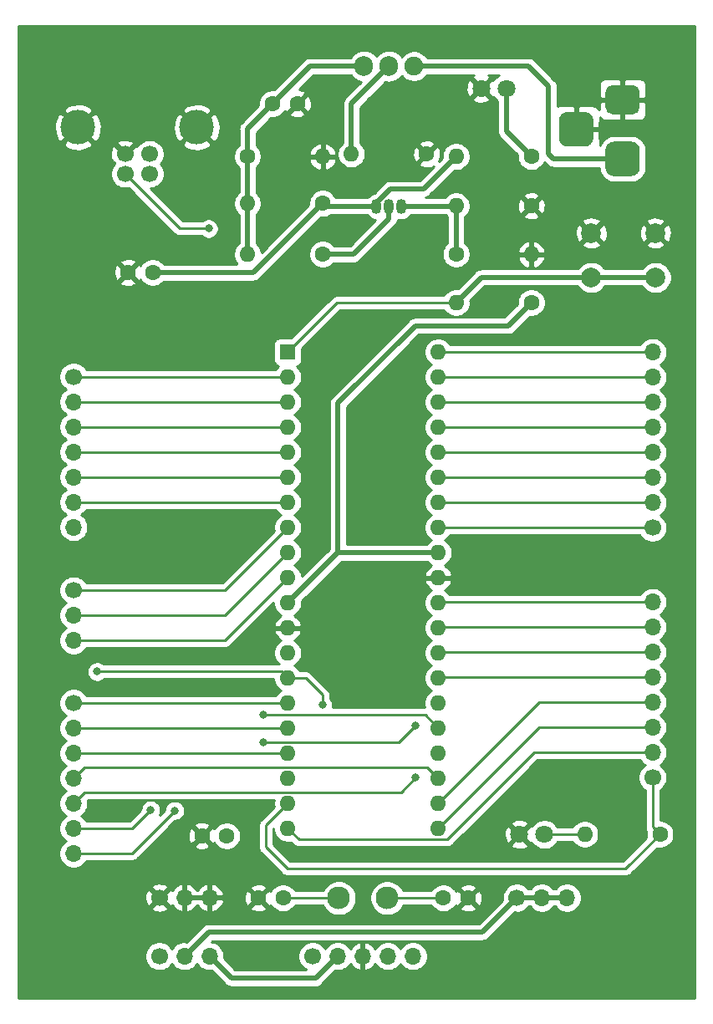
<source format=gbr>
%TF.GenerationSoftware,KiCad,Pcbnew,(5.1.8)-1*%
%TF.CreationDate,2021-03-28T00:11:49-03:00*%
%TF.ProjectId,PIC18F4550,50494331-3846-4343-9535-302e6b696361,rev?*%
%TF.SameCoordinates,Original*%
%TF.FileFunction,Copper,L2,Bot*%
%TF.FilePolarity,Positive*%
%FSLAX46Y46*%
G04 Gerber Fmt 4.6, Leading zero omitted, Abs format (unit mm)*
G04 Created by KiCad (PCBNEW (5.1.8)-1) date 2021-03-28 00:11:49*
%MOMM*%
%LPD*%
G01*
G04 APERTURE LIST*
%TA.AperFunction,ComponentPad*%
%ADD10R,1.600000X1.600000*%
%TD*%
%TA.AperFunction,ComponentPad*%
%ADD11O,1.600000X1.600000*%
%TD*%
%TA.AperFunction,ComponentPad*%
%ADD12C,1.600000*%
%TD*%
%TA.AperFunction,ComponentPad*%
%ADD13C,1.800000*%
%TD*%
%TA.AperFunction,ComponentPad*%
%ADD14O,1.700000X1.700000*%
%TD*%
%TA.AperFunction,ComponentPad*%
%ADD15C,1.700000*%
%TD*%
%TA.AperFunction,ComponentPad*%
%ADD16C,3.500000*%
%TD*%
%TA.AperFunction,ComponentPad*%
%ADD17O,1.050000X1.500000*%
%TD*%
%TA.AperFunction,ComponentPad*%
%ADD18C,2.000000*%
%TD*%
%TA.AperFunction,ComponentPad*%
%ADD19C,1.905000*%
%TD*%
%TA.AperFunction,ComponentPad*%
%ADD20O,1.905000X2.000000*%
%TD*%
%TA.AperFunction,ComponentPad*%
%ADD21C,2.300000*%
%TD*%
%TA.AperFunction,ViaPad*%
%ADD22C,0.800000*%
%TD*%
%TA.AperFunction,Conductor*%
%ADD23C,0.254000*%
%TD*%
%TA.AperFunction,Conductor*%
%ADD24C,0.508000*%
%TD*%
%TA.AperFunction,Conductor*%
%ADD25C,0.100000*%
%TD*%
G04 APERTURE END LIST*
D10*
%TO.P,U1,1*%
%TO.N,/MCLR*%
X150057500Y-81675000D03*
D11*
%TO.P,U1,21*%
%TO.N,/RD2*%
X165297500Y-129935000D03*
%TO.P,U1,2*%
%TO.N,/RA0*%
X150057500Y-84215000D03*
%TO.P,U1,22*%
%TO.N,/RD3*%
X165297500Y-127395000D03*
%TO.P,U1,3*%
%TO.N,/RA1*%
X150057500Y-86755000D03*
%TO.P,U1,23*%
%TO.N,/RC4*%
X165297500Y-124855000D03*
%TO.P,U1,4*%
%TO.N,/RA2*%
X150057500Y-89295000D03*
%TO.P,U1,24*%
%TO.N,/RC5*%
X165297500Y-122315000D03*
%TO.P,U1,5*%
%TO.N,/RA3*%
X150057500Y-91835000D03*
%TO.P,U1,25*%
%TO.N,/RC6*%
X165297500Y-119775000D03*
%TO.P,U1,6*%
%TO.N,/RA4*%
X150057500Y-94375000D03*
%TO.P,U1,26*%
%TO.N,/RC7*%
X165297500Y-117235000D03*
%TO.P,U1,7*%
%TO.N,/RA5*%
X150057500Y-96915000D03*
%TO.P,U1,27*%
%TO.N,/RD4*%
X165297500Y-114695000D03*
%TO.P,U1,8*%
%TO.N,/RE0*%
X150057500Y-99455000D03*
%TO.P,U1,28*%
%TO.N,/RD5*%
X165297500Y-112155000D03*
%TO.P,U1,9*%
%TO.N,/RE1*%
X150057500Y-101995000D03*
%TO.P,U1,29*%
%TO.N,/RD6*%
X165297500Y-109615000D03*
%TO.P,U1,10*%
%TO.N,/RE2*%
X150057500Y-104535000D03*
%TO.P,U1,30*%
%TO.N,/RD7*%
X165297500Y-107075000D03*
%TO.P,U1,11*%
%TO.N,VCC*%
X150057500Y-107075000D03*
%TO.P,U1,31*%
%TO.N,GND*%
X165297500Y-104535000D03*
%TO.P,U1,12*%
X150057500Y-109615000D03*
%TO.P,U1,32*%
%TO.N,VCC*%
X165297500Y-101995000D03*
%TO.P,U1,13*%
%TO.N,/OS1*%
X150057500Y-112155000D03*
%TO.P,U1,33*%
%TO.N,/RB0*%
X165297500Y-99455000D03*
%TO.P,U1,14*%
%TO.N,/OS2*%
X150057500Y-114695000D03*
%TO.P,U1,34*%
%TO.N,/RB1*%
X165297500Y-96915000D03*
%TO.P,U1,15*%
%TO.N,/RC0*%
X150057500Y-117235000D03*
%TO.P,U1,35*%
%TO.N,/RB2*%
X165297500Y-94375000D03*
%TO.P,U1,16*%
%TO.N,/RC1*%
X150057500Y-119775000D03*
%TO.P,U1,36*%
%TO.N,/RB3*%
X165297500Y-91835000D03*
%TO.P,U1,17*%
%TO.N,/RC2*%
X150057500Y-122315000D03*
%TO.P,U1,37*%
%TO.N,/RB4*%
X165297500Y-89295000D03*
%TO.P,U1,18*%
%TO.N,Net-(C1-Pad2)*%
X150057500Y-124855000D03*
%TO.P,U1,38*%
%TO.N,/RB5*%
X165297500Y-86755000D03*
%TO.P,U1,19*%
%TO.N,/RD0*%
X150057500Y-127395000D03*
%TO.P,U1,39*%
%TO.N,/RB6*%
X165297500Y-84215000D03*
%TO.P,U1,20*%
%TO.N,/RD1*%
X150057500Y-129935000D03*
%TO.P,U1,40*%
%TO.N,/RB7*%
X165297500Y-81675000D03*
%TD*%
D12*
%TO.P,C1,1*%
%TO.N,GND*%
X141375000Y-130675000D03*
%TO.P,C1,2*%
%TO.N,Net-(C1-Pad2)*%
X143875000Y-130675000D03*
%TD*%
%TO.P,C5,1*%
%TO.N,GND*%
X133875000Y-73625000D03*
%TO.P,C5,2*%
%TO.N,/VC*%
X136375000Y-73625000D03*
%TD*%
%TO.P,C2,1*%
%TO.N,/OS1*%
X149575000Y-136975000D03*
%TO.P,C2,2*%
%TO.N,GND*%
X147075000Y-136975000D03*
%TD*%
%TO.P,C3,2*%
%TO.N,GND*%
X168325000Y-136975000D03*
%TO.P,C3,1*%
%TO.N,/OS2*%
X165825000Y-136975000D03*
%TD*%
%TO.P,C4,1*%
%TO.N,Net-(C4-Pad1)*%
X148535000Y-56525000D03*
%TO.P,C4,2*%
%TO.N,GND*%
X151035000Y-56525000D03*
%TD*%
D13*
%TO.P,D1,1*%
%TO.N,GND*%
X173525000Y-130525000D03*
%TO.P,D1,2*%
%TO.N,Net-(D1-Pad2)*%
X176065000Y-130525000D03*
%TD*%
D12*
%TO.P,D2,1*%
%TO.N,GND*%
X164125000Y-61625000D03*
D11*
%TO.P,D2,2*%
%TO.N,Net-(D2-Pad2)*%
X156505000Y-61625000D03*
%TD*%
%TO.P,D3,2*%
%TO.N,Net-(C4-Pad1)*%
X145975000Y-66625000D03*
D12*
%TO.P,D3,1*%
%TO.N,/VC*%
X153595000Y-66625000D03*
%TD*%
D13*
%TO.P,D4,2*%
%TO.N,Net-(D4-Pad2)*%
X172180000Y-54975000D03*
%TO.P,D4,1*%
%TO.N,GND*%
X169640000Y-54975000D03*
%TD*%
D14*
%TO.P,J6,3*%
%TO.N,GND*%
X142136250Y-136950000D03*
%TO.P,J6,2*%
X139596250Y-136950000D03*
D15*
%TO.P,J6,1*%
X137056250Y-136950000D03*
%TD*%
%TO.P,J7,1*%
%TO.N,VCC*%
X173258750Y-136950000D03*
D14*
%TO.P,J7,2*%
X175798750Y-136950000D03*
%TO.P,J7,3*%
X178338750Y-136950000D03*
%TD*%
D15*
%TO.P,J8,1*%
%TO.N,/VC*%
X137056250Y-142875000D03*
D14*
%TO.P,J8,2*%
%TO.N,VCC*%
X139596250Y-142875000D03*
%TO.P,J8,3*%
%TO.N,/V+*%
X142136250Y-142875000D03*
%TD*%
%TO.P,J9,1*%
%TO.N,Net-(J9-Pad1)*%
%TA.AperFunction,ComponentPad*%
G36*
G01*
X183100000Y-60365000D02*
X184850000Y-60365000D01*
G75*
G02*
X185725000Y-61240000I0J-875000D01*
G01*
X185725000Y-62990000D01*
G75*
G02*
X184850000Y-63865000I-875000J0D01*
G01*
X183100000Y-63865000D01*
G75*
G02*
X182225000Y-62990000I0J875000D01*
G01*
X182225000Y-61240000D01*
G75*
G02*
X183100000Y-60365000I875000J0D01*
G01*
G37*
%TD.AperFunction*%
%TO.P,J9,2*%
%TO.N,GND*%
%TA.AperFunction,ComponentPad*%
G36*
G01*
X182975000Y-54615000D02*
X184975000Y-54615000D01*
G75*
G02*
X185725000Y-55365000I0J-750000D01*
G01*
X185725000Y-56865000D01*
G75*
G02*
X184975000Y-57615000I-750000J0D01*
G01*
X182975000Y-57615000D01*
G75*
G02*
X182225000Y-56865000I0J750000D01*
G01*
X182225000Y-55365000D01*
G75*
G02*
X182975000Y-54615000I750000J0D01*
G01*
G37*
%TD.AperFunction*%
%TO.P,J9,3*%
%TA.AperFunction,ComponentPad*%
G36*
G01*
X178400000Y-57365000D02*
X180150000Y-57365000D01*
G75*
G02*
X181025000Y-58240000I0J-875000D01*
G01*
X181025000Y-59990000D01*
G75*
G02*
X180150000Y-60865000I-875000J0D01*
G01*
X178400000Y-60865000D01*
G75*
G02*
X177525000Y-59990000I0J875000D01*
G01*
X177525000Y-58240000D01*
G75*
G02*
X178400000Y-57365000I875000J0D01*
G01*
G37*
%TD.AperFunction*%
%TD*%
D15*
%TO.P,J10,1*%
%TO.N,/VUSB*%
X133575000Y-63625000D03*
%TO.P,J10,2*%
%TO.N,/RC4*%
X136075000Y-63625000D03*
%TO.P,J10,3*%
%TO.N,/RC5*%
X136075000Y-61625000D03*
%TO.P,J10,4*%
%TO.N,GND*%
X133575000Y-61625000D03*
D16*
%TO.P,J10,5*%
X128805000Y-58915000D03*
X140845000Y-58915000D03*
%TD*%
D15*
%TO.P,J11,1*%
%TO.N,/MCLR*%
X152575000Y-142875000D03*
D14*
%TO.P,J11,2*%
%TO.N,/V+*%
X155115000Y-142875000D03*
%TO.P,J11,3*%
%TO.N,GND*%
X157655000Y-142875000D03*
%TO.P,J11,4*%
%TO.N,N/C*%
X160195000Y-142875000D03*
%TO.P,J11,5*%
X162735000Y-142875000D03*
%TD*%
D17*
%TO.P,Q1,2*%
%TO.N,Net-(Q1-Pad2)*%
X160315000Y-66925000D03*
%TO.P,Q1,3*%
%TO.N,/VC*%
X159045000Y-66925000D03*
%TO.P,Q1,1*%
%TO.N,/VUSB*%
X161585000Y-66925000D03*
%TD*%
D11*
%TO.P,R1,2*%
%TO.N,/MCLR*%
X167105000Y-76675000D03*
D12*
%TO.P,R1,1*%
%TO.N,VCC*%
X174725000Y-76675000D03*
%TD*%
D11*
%TO.P,R2,2*%
%TO.N,Net-(D1-Pad2)*%
X180140000Y-130525000D03*
D12*
%TO.P,R2,1*%
%TO.N,/RD0*%
X187760000Y-130525000D03*
%TD*%
%TO.P,R3,1*%
%TO.N,GND*%
X174725000Y-66875000D03*
D11*
%TO.P,R3,2*%
%TO.N,/VUSB*%
X167105000Y-66875000D03*
%TD*%
D12*
%TO.P,R4,1*%
%TO.N,Net-(C4-Pad1)*%
X145975000Y-61875000D03*
D11*
%TO.P,R4,2*%
%TO.N,GND*%
X153595000Y-61875000D03*
%TD*%
%TO.P,R5,2*%
%TO.N,Net-(C4-Pad1)*%
X145975000Y-71775000D03*
D12*
%TO.P,R5,1*%
%TO.N,Net-(Q1-Pad2)*%
X153595000Y-71775000D03*
%TD*%
%TO.P,R6,1*%
%TO.N,/VUSB*%
X167105000Y-71775000D03*
D11*
%TO.P,R6,2*%
%TO.N,GND*%
X174725000Y-71775000D03*
%TD*%
D12*
%TO.P,R7,1*%
%TO.N,Net-(D4-Pad2)*%
X174725000Y-61875000D03*
D11*
%TO.P,R7,2*%
%TO.N,/VC*%
X167105000Y-61875000D03*
%TD*%
D18*
%TO.P,SW1,2*%
%TO.N,/MCLR*%
X180810000Y-74125000D03*
%TO.P,SW1,1*%
%TO.N,GND*%
X180810000Y-69625000D03*
%TO.P,SW1,2*%
%TO.N,/MCLR*%
X187310000Y-74125000D03*
%TO.P,SW1,1*%
%TO.N,GND*%
X187310000Y-69625000D03*
%TD*%
D19*
%TO.P,U2,1*%
%TO.N,Net-(J9-Pad1)*%
X162855000Y-52725000D03*
D20*
%TO.P,U2,2*%
%TO.N,Net-(D2-Pad2)*%
X160315000Y-52725000D03*
%TO.P,U2,3*%
%TO.N,Net-(C4-Pad1)*%
X157775000Y-52725000D03*
%TD*%
D21*
%TO.P,Y1,1*%
%TO.N,/OS1*%
X155232500Y-136975000D03*
%TO.P,Y1,2*%
%TO.N,/OS2*%
X160132500Y-136975000D03*
%TD*%
D15*
%TO.P,J1,1*%
%TO.N,/RD0*%
X187010000Y-124775000D03*
D14*
%TO.P,J1,2*%
%TO.N,/RD1*%
X187010000Y-122235000D03*
%TO.P,J1,3*%
%TO.N,/RD2*%
X187010000Y-119695000D03*
%TO.P,J1,4*%
%TO.N,/RD3*%
X187010000Y-117155000D03*
%TO.P,J1,5*%
%TO.N,/RD4*%
X187010000Y-114615000D03*
%TO.P,J1,6*%
%TO.N,/RD5*%
X187010000Y-112075000D03*
%TO.P,J1,7*%
%TO.N,/RD6*%
X187010000Y-109535000D03*
%TO.P,J1,8*%
%TO.N,/RD7*%
X187010000Y-106995000D03*
%TD*%
%TO.P,J2,7*%
%TO.N,/OS2*%
X128355000Y-99415000D03*
%TO.P,J2,6*%
%TO.N,/RA5*%
X128355000Y-96875000D03*
%TO.P,J2,5*%
%TO.N,/RA4*%
X128355000Y-94335000D03*
%TO.P,J2,4*%
%TO.N,/RA3*%
X128355000Y-91795000D03*
%TO.P,J2,3*%
%TO.N,/RA2*%
X128355000Y-89255000D03*
%TO.P,J2,2*%
%TO.N,/RA1*%
X128355000Y-86715000D03*
D15*
%TO.P,J2,1*%
%TO.N,/RA0*%
X128355000Y-84175000D03*
%TD*%
%TO.P,J3,1*%
%TO.N,/RE0*%
X128355000Y-105800000D03*
D14*
%TO.P,J3,2*%
%TO.N,/RE1*%
X128355000Y-108340000D03*
%TO.P,J3,3*%
%TO.N,/RE2*%
X128355000Y-110880000D03*
%TD*%
%TO.P,J4,8*%
%TO.N,/RB7*%
X187010000Y-81695000D03*
%TO.P,J4,7*%
%TO.N,/RB6*%
X187010000Y-84235000D03*
%TO.P,J4,6*%
%TO.N,/RB5*%
X187010000Y-86775000D03*
%TO.P,J4,5*%
%TO.N,/RB4*%
X187010000Y-89315000D03*
%TO.P,J4,4*%
%TO.N,/RB3*%
X187010000Y-91855000D03*
%TO.P,J4,3*%
%TO.N,/RB2*%
X187010000Y-94395000D03*
%TO.P,J4,2*%
%TO.N,/RB1*%
X187010000Y-96935000D03*
D15*
%TO.P,J4,1*%
%TO.N,/RB0*%
X187010000Y-99475000D03*
%TD*%
%TO.P,J5,1*%
%TO.N,/RC0*%
X128355000Y-117225000D03*
D14*
%TO.P,J5,2*%
%TO.N,/RC1*%
X128355000Y-119765000D03*
%TO.P,J5,3*%
%TO.N,/RC2*%
X128355000Y-122305000D03*
%TO.P,J5,4*%
%TO.N,/RC4*%
X128355000Y-124845000D03*
%TO.P,J5,5*%
%TO.N,/RC5*%
X128355000Y-127385000D03*
%TO.P,J5,6*%
%TO.N,/RC6*%
X128355000Y-129925000D03*
%TO.P,J5,7*%
%TO.N,/RC7*%
X128355000Y-132465000D03*
%TD*%
D22*
%TO.N,/OS2*%
X153575000Y-117425000D03*
X130750000Y-114050000D03*
%TO.N,/RC5*%
X163000000Y-124800000D03*
%TO.N,/RC6*%
X136175000Y-128075000D03*
X147625000Y-118450000D03*
%TO.N,/RC7*%
X138600000Y-128125000D03*
X147575000Y-121200000D03*
X162975000Y-119525000D03*
%TO.N,/VUSB*%
X142050000Y-69175000D03*
%TD*%
D23*
%TO.N,/OS1*%
X149575000Y-136975000D02*
X155232500Y-136975000D01*
D24*
%TO.N,Net-(C4-Pad1)*%
X152335000Y-52725000D02*
X148535000Y-56525000D01*
X157775000Y-52725000D02*
X152335000Y-52725000D01*
X145975000Y-59085000D02*
X148535000Y-56525000D01*
X145975000Y-61875000D02*
X145975000Y-59085000D01*
X145975000Y-61875000D02*
X145975000Y-66625000D01*
X145975000Y-71775000D02*
X145975000Y-66625000D01*
%TO.N,/VC*%
X153895000Y-66925000D02*
X153595000Y-66625000D01*
X159045000Y-66925000D02*
X153895000Y-66925000D01*
X167105000Y-61875000D02*
X163805000Y-65175000D01*
X159045000Y-66585471D02*
X159045000Y-66925000D01*
X160455471Y-65175000D02*
X159045000Y-66585471D01*
X163805000Y-65175000D02*
X160455471Y-65175000D01*
X146595000Y-73625000D02*
X153595000Y-66625000D01*
X136375000Y-73625000D02*
X146595000Y-73625000D01*
D23*
%TO.N,Net-(D1-Pad2)*%
X176065000Y-130525000D02*
X180140000Y-130525000D01*
D24*
%TO.N,Net-(D2-Pad2)*%
X156505000Y-56535000D02*
X160315000Y-52725000D01*
X156505000Y-61625000D02*
X156505000Y-56535000D01*
%TO.N,Net-(D4-Pad2)*%
X172180000Y-59330000D02*
X174725000Y-61875000D01*
X172180000Y-54975000D02*
X172180000Y-59330000D01*
D23*
%TO.N,/RD0*%
X187010000Y-129775000D02*
X187760000Y-130525000D01*
X187010000Y-124775000D02*
X187010000Y-129775000D01*
X187760000Y-130525000D02*
X184285000Y-134000000D01*
X184285000Y-134000000D02*
X150000000Y-134000000D01*
X150000000Y-134000000D02*
X147825000Y-131825000D01*
X147825000Y-129627500D02*
X150057500Y-127395000D01*
X147825000Y-131825000D02*
X147825000Y-129627500D01*
%TO.N,/RD1*%
X187010000Y-122235000D02*
X175040000Y-122235000D01*
X166212999Y-131062001D02*
X151184501Y-131062001D01*
X151184501Y-131062001D02*
X150057500Y-129935000D01*
X175040000Y-122235000D02*
X166212999Y-131062001D01*
%TO.N,/RD2*%
X175537500Y-119695000D02*
X165297500Y-129935000D01*
X187010000Y-119695000D02*
X175537500Y-119695000D01*
%TO.N,/RD3*%
X175537500Y-117155000D02*
X165297500Y-127395000D01*
X187010000Y-117155000D02*
X175537500Y-117155000D01*
%TO.N,/RD4*%
X165377500Y-114615000D02*
X165297500Y-114695000D01*
X187010000Y-114615000D02*
X165377500Y-114615000D01*
%TO.N,/RD5*%
X186930000Y-112155000D02*
X187010000Y-112075000D01*
X165377500Y-112075000D02*
X165297500Y-112155000D01*
X187010000Y-112075000D02*
X165377500Y-112075000D01*
%TO.N,/RD6*%
X165377500Y-109535000D02*
X165297500Y-109615000D01*
X187010000Y-109535000D02*
X165377500Y-109535000D01*
%TO.N,/RD7*%
X165377500Y-106995000D02*
X165297500Y-107075000D01*
X187010000Y-106995000D02*
X165377500Y-106995000D01*
%TO.N,/OS2*%
X160132500Y-136975000D02*
X165825000Y-136975000D01*
X150057500Y-114695000D02*
X151870000Y-114695000D01*
X153575000Y-116400000D02*
X153575000Y-117425000D01*
X151870000Y-114695000D02*
X153575000Y-116400000D01*
X149412500Y-114050000D02*
X150057500Y-114695000D01*
X130750000Y-114050000D02*
X149412500Y-114050000D01*
%TO.N,/RA5*%
X150017500Y-96875000D02*
X150057500Y-96915000D01*
X128355000Y-96875000D02*
X150017500Y-96875000D01*
%TO.N,/RA4*%
X150017500Y-94335000D02*
X150057500Y-94375000D01*
X128355000Y-94335000D02*
X150017500Y-94335000D01*
%TO.N,/RA3*%
X150017500Y-91795000D02*
X150057500Y-91835000D01*
X128355000Y-91795000D02*
X150017500Y-91795000D01*
%TO.N,/RA2*%
X150017500Y-89255000D02*
X150057500Y-89295000D01*
X128355000Y-89255000D02*
X150017500Y-89255000D01*
%TO.N,/RA1*%
X150017500Y-86715000D02*
X150057500Y-86755000D01*
X128355000Y-86715000D02*
X150017500Y-86715000D01*
%TO.N,/RA0*%
X150017500Y-84175000D02*
X150057500Y-84215000D01*
X128355000Y-84175000D02*
X150017500Y-84175000D01*
%TO.N,/RE2*%
X143712500Y-110880000D02*
X150057500Y-104535000D01*
X128355000Y-110880000D02*
X143712500Y-110880000D01*
%TO.N,/RE1*%
X143712500Y-108340000D02*
X150057500Y-101995000D01*
X128355000Y-108340000D02*
X143712500Y-108340000D01*
%TO.N,/RE0*%
X143712500Y-105800000D02*
X150057500Y-99455000D01*
X128355000Y-105800000D02*
X143712500Y-105800000D01*
%TO.N,/RB7*%
X186990000Y-81675000D02*
X187010000Y-81695000D01*
X165297500Y-81675000D02*
X186990000Y-81675000D01*
%TO.N,/RB6*%
X186990000Y-84215000D02*
X187010000Y-84235000D01*
X165297500Y-84215000D02*
X186990000Y-84215000D01*
%TO.N,/RB5*%
X186990000Y-86755000D02*
X187010000Y-86775000D01*
X165297500Y-86755000D02*
X186990000Y-86755000D01*
%TO.N,/RB4*%
X186990000Y-89295000D02*
X187010000Y-89315000D01*
X165297500Y-89295000D02*
X186990000Y-89295000D01*
%TO.N,/RB3*%
X186990000Y-91835000D02*
X187010000Y-91855000D01*
X165297500Y-91835000D02*
X186990000Y-91835000D01*
%TO.N,/RB2*%
X186990000Y-94375000D02*
X187010000Y-94395000D01*
X165297500Y-94375000D02*
X186990000Y-94375000D01*
%TO.N,/RB1*%
X186990000Y-96915000D02*
X187010000Y-96935000D01*
X165297500Y-96915000D02*
X186990000Y-96915000D01*
%TO.N,/RB0*%
X186990000Y-99455000D02*
X187010000Y-99475000D01*
X165297500Y-99455000D02*
X186990000Y-99455000D01*
%TO.N,/RC0*%
X150047500Y-117225000D02*
X150057500Y-117235000D01*
X128355000Y-117225000D02*
X150047500Y-117225000D01*
%TO.N,/RC1*%
X150047500Y-119765000D02*
X150057500Y-119775000D01*
X128355000Y-119765000D02*
X150047500Y-119765000D01*
%TO.N,/RC2*%
X150047500Y-122305000D02*
X150057500Y-122315000D01*
X128355000Y-122305000D02*
X150047500Y-122305000D01*
%TO.N,/RC4*%
X164170499Y-123727999D02*
X165297500Y-124855000D01*
X129472001Y-123727999D02*
X164170499Y-123727999D01*
X128355000Y-124845000D02*
X129472001Y-123727999D01*
%TO.N,/RC5*%
X129472001Y-126267999D02*
X160132001Y-126267999D01*
X128355000Y-127385000D02*
X129472001Y-126267999D01*
X161532001Y-126267999D02*
X163000000Y-124800000D01*
X160132001Y-126267999D02*
X161532001Y-126267999D01*
%TO.N,/RC6*%
X134325000Y-129925000D02*
X136175000Y-128075000D01*
X128355000Y-129925000D02*
X134325000Y-129925000D01*
X163972500Y-118450000D02*
X165297500Y-119775000D01*
X147625000Y-118450000D02*
X163972500Y-118450000D01*
%TO.N,/RC7*%
X134260000Y-132465000D02*
X138600000Y-128125000D01*
X128355000Y-132465000D02*
X134260000Y-132465000D01*
X161312001Y-121187999D02*
X162975000Y-119525000D01*
X147587001Y-121187999D02*
X161312001Y-121187999D01*
X147575000Y-121200000D02*
X147587001Y-121187999D01*
D24*
%TO.N,VCC*%
X155137500Y-101995000D02*
X150057500Y-107075000D01*
X165297500Y-101995000D02*
X155137500Y-101995000D01*
X174725000Y-76675000D02*
X172375000Y-79025000D01*
X172375000Y-79025000D02*
X162975000Y-79025000D01*
X155137500Y-86862500D02*
X155137500Y-101995000D01*
X162975000Y-79025000D02*
X155137500Y-86862500D01*
X173258750Y-136950000D02*
X178338750Y-136950000D01*
X139596250Y-142875000D02*
X142046250Y-140425000D01*
X169783750Y-140425000D02*
X173258750Y-136950000D01*
X142046250Y-140425000D02*
X169783750Y-140425000D01*
%TO.N,/V+*%
X152890000Y-145100000D02*
X155115000Y-142875000D01*
X144361250Y-145100000D02*
X142136250Y-142875000D01*
X152890000Y-145100000D02*
X144361250Y-145100000D01*
%TO.N,Net-(J9-Pad1)*%
X162855000Y-52725000D02*
X174425000Y-52725000D01*
X174425000Y-52725000D02*
X176475000Y-54775000D01*
X176475000Y-54775000D02*
X176475000Y-61625000D01*
X176965000Y-62115000D02*
X183975000Y-62115000D01*
X176475000Y-61625000D02*
X176965000Y-62115000D01*
%TO.N,/VUSB*%
X167055000Y-66925000D02*
X167105000Y-66875000D01*
X161585000Y-66925000D02*
X167055000Y-66925000D01*
X167105000Y-71775000D02*
X167105000Y-66875000D01*
D23*
X139125000Y-69175000D02*
X142050000Y-69175000D01*
X133575000Y-63625000D02*
X139125000Y-69175000D01*
%TO.N,/MCLR*%
X155057500Y-76675000D02*
X150057500Y-81675000D01*
X167105000Y-76675000D02*
X155057500Y-76675000D01*
D24*
X169655000Y-74125000D02*
X180775000Y-74125000D01*
X180775000Y-74125000D02*
X187275000Y-74125000D01*
X167105000Y-76675000D02*
X169655000Y-74125000D01*
%TO.N,Net-(Q1-Pad2)*%
X156723000Y-71775000D02*
X160315000Y-68183000D01*
X160315000Y-68183000D02*
X160315000Y-66925000D01*
X153595000Y-71775000D02*
X156723000Y-71775000D01*
%TD*%
D23*
%TO.N,GND*%
X191290000Y-147140000D02*
X122760000Y-147140000D01*
X122760000Y-142728740D01*
X135571250Y-142728740D01*
X135571250Y-143021260D01*
X135628318Y-143308158D01*
X135740260Y-143578411D01*
X135902775Y-143821632D01*
X136109618Y-144028475D01*
X136352839Y-144190990D01*
X136623092Y-144302932D01*
X136909990Y-144360000D01*
X137202510Y-144360000D01*
X137489408Y-144302932D01*
X137759661Y-144190990D01*
X138002882Y-144028475D01*
X138209725Y-143821632D01*
X138326250Y-143647240D01*
X138442775Y-143821632D01*
X138649618Y-144028475D01*
X138892839Y-144190990D01*
X139163092Y-144302932D01*
X139449990Y-144360000D01*
X139742510Y-144360000D01*
X140029408Y-144302932D01*
X140299661Y-144190990D01*
X140542882Y-144028475D01*
X140749725Y-143821632D01*
X140866250Y-143647240D01*
X140982775Y-143821632D01*
X141189618Y-144028475D01*
X141432839Y-144190990D01*
X141703092Y-144302932D01*
X141989990Y-144360000D01*
X142282510Y-144360000D01*
X142350492Y-144346477D01*
X143701756Y-145697742D01*
X143729591Y-145731659D01*
X143864959Y-145842753D01*
X144019399Y-145925303D01*
X144085308Y-145945296D01*
X144186974Y-145976136D01*
X144220174Y-145979406D01*
X144317583Y-145989000D01*
X144317589Y-145989000D01*
X144361249Y-145993300D01*
X144404909Y-145989000D01*
X152846340Y-145989000D01*
X152890000Y-145993300D01*
X152933660Y-145989000D01*
X152933667Y-145989000D01*
X153064274Y-145976136D01*
X153231851Y-145925303D01*
X153386291Y-145842753D01*
X153521659Y-145731659D01*
X153549499Y-145697736D01*
X154900758Y-144346477D01*
X154968740Y-144360000D01*
X155261260Y-144360000D01*
X155548158Y-144302932D01*
X155818411Y-144190990D01*
X156061632Y-144028475D01*
X156268475Y-143821632D01*
X156390195Y-143639466D01*
X156459822Y-143756355D01*
X156654731Y-143972588D01*
X156888080Y-144146641D01*
X157150901Y-144271825D01*
X157298110Y-144316476D01*
X157528000Y-144195155D01*
X157528000Y-143002000D01*
X157508000Y-143002000D01*
X157508000Y-142748000D01*
X157528000Y-142748000D01*
X157528000Y-141554845D01*
X157782000Y-141554845D01*
X157782000Y-142748000D01*
X157802000Y-142748000D01*
X157802000Y-143002000D01*
X157782000Y-143002000D01*
X157782000Y-144195155D01*
X158011890Y-144316476D01*
X158159099Y-144271825D01*
X158421920Y-144146641D01*
X158655269Y-143972588D01*
X158850178Y-143756355D01*
X158919805Y-143639466D01*
X159041525Y-143821632D01*
X159248368Y-144028475D01*
X159491589Y-144190990D01*
X159761842Y-144302932D01*
X160048740Y-144360000D01*
X160341260Y-144360000D01*
X160628158Y-144302932D01*
X160898411Y-144190990D01*
X161141632Y-144028475D01*
X161348475Y-143821632D01*
X161465000Y-143647240D01*
X161581525Y-143821632D01*
X161788368Y-144028475D01*
X162031589Y-144190990D01*
X162301842Y-144302932D01*
X162588740Y-144360000D01*
X162881260Y-144360000D01*
X163168158Y-144302932D01*
X163438411Y-144190990D01*
X163681632Y-144028475D01*
X163888475Y-143821632D01*
X164050990Y-143578411D01*
X164162932Y-143308158D01*
X164220000Y-143021260D01*
X164220000Y-142728740D01*
X164162932Y-142441842D01*
X164050990Y-142171589D01*
X163888475Y-141928368D01*
X163681632Y-141721525D01*
X163438411Y-141559010D01*
X163168158Y-141447068D01*
X162881260Y-141390000D01*
X162588740Y-141390000D01*
X162301842Y-141447068D01*
X162031589Y-141559010D01*
X161788368Y-141721525D01*
X161581525Y-141928368D01*
X161465000Y-142102760D01*
X161348475Y-141928368D01*
X161141632Y-141721525D01*
X160898411Y-141559010D01*
X160628158Y-141447068D01*
X160341260Y-141390000D01*
X160048740Y-141390000D01*
X159761842Y-141447068D01*
X159491589Y-141559010D01*
X159248368Y-141721525D01*
X159041525Y-141928368D01*
X158919805Y-142110534D01*
X158850178Y-141993645D01*
X158655269Y-141777412D01*
X158421920Y-141603359D01*
X158159099Y-141478175D01*
X158011890Y-141433524D01*
X157782000Y-141554845D01*
X157528000Y-141554845D01*
X157298110Y-141433524D01*
X157150901Y-141478175D01*
X156888080Y-141603359D01*
X156654731Y-141777412D01*
X156459822Y-141993645D01*
X156390195Y-142110534D01*
X156268475Y-141928368D01*
X156061632Y-141721525D01*
X155818411Y-141559010D01*
X155548158Y-141447068D01*
X155261260Y-141390000D01*
X154968740Y-141390000D01*
X154681842Y-141447068D01*
X154411589Y-141559010D01*
X154168368Y-141721525D01*
X153961525Y-141928368D01*
X153845000Y-142102760D01*
X153728475Y-141928368D01*
X153521632Y-141721525D01*
X153278411Y-141559010D01*
X153008158Y-141447068D01*
X152721260Y-141390000D01*
X152428740Y-141390000D01*
X152141842Y-141447068D01*
X151871589Y-141559010D01*
X151628368Y-141721525D01*
X151421525Y-141928368D01*
X151259010Y-142171589D01*
X151147068Y-142441842D01*
X151090000Y-142728740D01*
X151090000Y-143021260D01*
X151147068Y-143308158D01*
X151259010Y-143578411D01*
X151421525Y-143821632D01*
X151628368Y-144028475D01*
X151871589Y-144190990D01*
X151919898Y-144211000D01*
X144729486Y-144211000D01*
X143607727Y-143089242D01*
X143621250Y-143021260D01*
X143621250Y-142728740D01*
X143564182Y-142441842D01*
X143452240Y-142171589D01*
X143289725Y-141928368D01*
X143082882Y-141721525D01*
X142839661Y-141559010D01*
X142569408Y-141447068D01*
X142329198Y-141399287D01*
X142414485Y-141314000D01*
X169740090Y-141314000D01*
X169783750Y-141318300D01*
X169827410Y-141314000D01*
X169827417Y-141314000D01*
X169958024Y-141301136D01*
X170125601Y-141250303D01*
X170280041Y-141167753D01*
X170415409Y-141056659D01*
X170443249Y-141022736D01*
X173044508Y-138421477D01*
X173112490Y-138435000D01*
X173405010Y-138435000D01*
X173691908Y-138377932D01*
X173962161Y-138265990D01*
X174205382Y-138103475D01*
X174412225Y-137896632D01*
X174450733Y-137839000D01*
X174606767Y-137839000D01*
X174645275Y-137896632D01*
X174852118Y-138103475D01*
X175095339Y-138265990D01*
X175365592Y-138377932D01*
X175652490Y-138435000D01*
X175945010Y-138435000D01*
X176231908Y-138377932D01*
X176502161Y-138265990D01*
X176745382Y-138103475D01*
X176952225Y-137896632D01*
X176990733Y-137839000D01*
X177146767Y-137839000D01*
X177185275Y-137896632D01*
X177392118Y-138103475D01*
X177635339Y-138265990D01*
X177905592Y-138377932D01*
X178192490Y-138435000D01*
X178485010Y-138435000D01*
X178771908Y-138377932D01*
X179042161Y-138265990D01*
X179285382Y-138103475D01*
X179492225Y-137896632D01*
X179654740Y-137653411D01*
X179766682Y-137383158D01*
X179823750Y-137096260D01*
X179823750Y-136803740D01*
X179766682Y-136516842D01*
X179654740Y-136246589D01*
X179492225Y-136003368D01*
X179285382Y-135796525D01*
X179042161Y-135634010D01*
X178771908Y-135522068D01*
X178485010Y-135465000D01*
X178192490Y-135465000D01*
X177905592Y-135522068D01*
X177635339Y-135634010D01*
X177392118Y-135796525D01*
X177185275Y-136003368D01*
X177146767Y-136061000D01*
X176990733Y-136061000D01*
X176952225Y-136003368D01*
X176745382Y-135796525D01*
X176502161Y-135634010D01*
X176231908Y-135522068D01*
X175945010Y-135465000D01*
X175652490Y-135465000D01*
X175365592Y-135522068D01*
X175095339Y-135634010D01*
X174852118Y-135796525D01*
X174645275Y-136003368D01*
X174606767Y-136061000D01*
X174450733Y-136061000D01*
X174412225Y-136003368D01*
X174205382Y-135796525D01*
X173962161Y-135634010D01*
X173691908Y-135522068D01*
X173405010Y-135465000D01*
X173112490Y-135465000D01*
X172825592Y-135522068D01*
X172555339Y-135634010D01*
X172312118Y-135796525D01*
X172105275Y-136003368D01*
X171942760Y-136246589D01*
X171830818Y-136516842D01*
X171773750Y-136803740D01*
X171773750Y-137096260D01*
X171787273Y-137164242D01*
X169415515Y-139536000D01*
X142089909Y-139536000D01*
X142046249Y-139531700D01*
X142002589Y-139536000D01*
X142002583Y-139536000D01*
X141905174Y-139545594D01*
X141871974Y-139548864D01*
X141770308Y-139579704D01*
X141704399Y-139599697D01*
X141549959Y-139682247D01*
X141414591Y-139793341D01*
X141386751Y-139827264D01*
X139810492Y-141403523D01*
X139742510Y-141390000D01*
X139449990Y-141390000D01*
X139163092Y-141447068D01*
X138892839Y-141559010D01*
X138649618Y-141721525D01*
X138442775Y-141928368D01*
X138326250Y-142102760D01*
X138209725Y-141928368D01*
X138002882Y-141721525D01*
X137759661Y-141559010D01*
X137489408Y-141447068D01*
X137202510Y-141390000D01*
X136909990Y-141390000D01*
X136623092Y-141447068D01*
X136352839Y-141559010D01*
X136109618Y-141721525D01*
X135902775Y-141928368D01*
X135740260Y-142171589D01*
X135628318Y-142441842D01*
X135571250Y-142728740D01*
X122760000Y-142728740D01*
X122760000Y-137978397D01*
X136207458Y-137978397D01*
X136285093Y-138227472D01*
X136549133Y-138353371D01*
X136832661Y-138425339D01*
X137124781Y-138440611D01*
X137414269Y-138398599D01*
X137689997Y-138300919D01*
X137827407Y-138227472D01*
X137905042Y-137978397D01*
X137056250Y-137129605D01*
X136207458Y-137978397D01*
X122760000Y-137978397D01*
X122760000Y-137018531D01*
X135565639Y-137018531D01*
X135607651Y-137308019D01*
X135705331Y-137583747D01*
X135778778Y-137721157D01*
X136027853Y-137798792D01*
X136876645Y-136950000D01*
X137235855Y-136950000D01*
X138084647Y-137798792D01*
X138333722Y-137721157D01*
X138334481Y-137719564D01*
X138401072Y-137831355D01*
X138595981Y-138047588D01*
X138829330Y-138221641D01*
X139092151Y-138346825D01*
X139239360Y-138391476D01*
X139469250Y-138270155D01*
X139469250Y-137077000D01*
X139723250Y-137077000D01*
X139723250Y-138270155D01*
X139953140Y-138391476D01*
X140100349Y-138346825D01*
X140363170Y-138221641D01*
X140596519Y-138047588D01*
X140791428Y-137831355D01*
X140866250Y-137705745D01*
X140941072Y-137831355D01*
X141135981Y-138047588D01*
X141369330Y-138221641D01*
X141632151Y-138346825D01*
X141779360Y-138391476D01*
X142009250Y-138270155D01*
X142009250Y-137077000D01*
X142263250Y-137077000D01*
X142263250Y-138270155D01*
X142493140Y-138391476D01*
X142640349Y-138346825D01*
X142903170Y-138221641D01*
X143136519Y-138047588D01*
X143208526Y-137967702D01*
X146261903Y-137967702D01*
X146333486Y-138211671D01*
X146588996Y-138332571D01*
X146863184Y-138401300D01*
X147145512Y-138415217D01*
X147425130Y-138373787D01*
X147691292Y-138278603D01*
X147816514Y-138211671D01*
X147888097Y-137967702D01*
X147075000Y-137154605D01*
X146261903Y-137967702D01*
X143208526Y-137967702D01*
X143331428Y-137831355D01*
X143480407Y-137581252D01*
X143577731Y-137306891D01*
X143457064Y-137077000D01*
X142263250Y-137077000D01*
X142009250Y-137077000D01*
X139723250Y-137077000D01*
X139469250Y-137077000D01*
X139449250Y-137077000D01*
X139449250Y-137045512D01*
X145634783Y-137045512D01*
X145676213Y-137325130D01*
X145771397Y-137591292D01*
X145838329Y-137716514D01*
X146082298Y-137788097D01*
X146895395Y-136975000D01*
X147254605Y-136975000D01*
X148067702Y-137788097D01*
X148311671Y-137716514D01*
X148325324Y-137687659D01*
X148460363Y-137889759D01*
X148660241Y-138089637D01*
X148895273Y-138246680D01*
X149156426Y-138354853D01*
X149433665Y-138410000D01*
X149716335Y-138410000D01*
X149993574Y-138354853D01*
X150254727Y-138246680D01*
X150489759Y-138089637D01*
X150689637Y-137889759D01*
X150791707Y-137737000D01*
X153616060Y-137737000D01*
X153650653Y-137820515D01*
X153846000Y-138112871D01*
X154094629Y-138361500D01*
X154386985Y-138556847D01*
X154711835Y-138691404D01*
X155056693Y-138760000D01*
X155408307Y-138760000D01*
X155753165Y-138691404D01*
X156078015Y-138556847D01*
X156370371Y-138361500D01*
X156619000Y-138112871D01*
X156814347Y-137820515D01*
X156948904Y-137495665D01*
X157017500Y-137150807D01*
X157017500Y-136799193D01*
X158347500Y-136799193D01*
X158347500Y-137150807D01*
X158416096Y-137495665D01*
X158550653Y-137820515D01*
X158746000Y-138112871D01*
X158994629Y-138361500D01*
X159286985Y-138556847D01*
X159611835Y-138691404D01*
X159956693Y-138760000D01*
X160308307Y-138760000D01*
X160653165Y-138691404D01*
X160978015Y-138556847D01*
X161270371Y-138361500D01*
X161519000Y-138112871D01*
X161714347Y-137820515D01*
X161748940Y-137737000D01*
X164608293Y-137737000D01*
X164710363Y-137889759D01*
X164910241Y-138089637D01*
X165145273Y-138246680D01*
X165406426Y-138354853D01*
X165683665Y-138410000D01*
X165966335Y-138410000D01*
X166243574Y-138354853D01*
X166504727Y-138246680D01*
X166739759Y-138089637D01*
X166861694Y-137967702D01*
X167511903Y-137967702D01*
X167583486Y-138211671D01*
X167838996Y-138332571D01*
X168113184Y-138401300D01*
X168395512Y-138415217D01*
X168675130Y-138373787D01*
X168941292Y-138278603D01*
X169066514Y-138211671D01*
X169138097Y-137967702D01*
X168325000Y-137154605D01*
X167511903Y-137967702D01*
X166861694Y-137967702D01*
X166939637Y-137889759D01*
X167073692Y-137689131D01*
X167088329Y-137716514D01*
X167332298Y-137788097D01*
X168145395Y-136975000D01*
X168504605Y-136975000D01*
X169317702Y-137788097D01*
X169561671Y-137716514D01*
X169682571Y-137461004D01*
X169751300Y-137186816D01*
X169765217Y-136904488D01*
X169723787Y-136624870D01*
X169628603Y-136358708D01*
X169561671Y-136233486D01*
X169317702Y-136161903D01*
X168504605Y-136975000D01*
X168145395Y-136975000D01*
X167332298Y-136161903D01*
X167088329Y-136233486D01*
X167074676Y-136262341D01*
X166939637Y-136060241D01*
X166861694Y-135982298D01*
X167511903Y-135982298D01*
X168325000Y-136795395D01*
X169138097Y-135982298D01*
X169066514Y-135738329D01*
X168811004Y-135617429D01*
X168536816Y-135548700D01*
X168254488Y-135534783D01*
X167974870Y-135576213D01*
X167708708Y-135671397D01*
X167583486Y-135738329D01*
X167511903Y-135982298D01*
X166861694Y-135982298D01*
X166739759Y-135860363D01*
X166504727Y-135703320D01*
X166243574Y-135595147D01*
X165966335Y-135540000D01*
X165683665Y-135540000D01*
X165406426Y-135595147D01*
X165145273Y-135703320D01*
X164910241Y-135860363D01*
X164710363Y-136060241D01*
X164608293Y-136213000D01*
X161748940Y-136213000D01*
X161714347Y-136129485D01*
X161519000Y-135837129D01*
X161270371Y-135588500D01*
X160978015Y-135393153D01*
X160653165Y-135258596D01*
X160308307Y-135190000D01*
X159956693Y-135190000D01*
X159611835Y-135258596D01*
X159286985Y-135393153D01*
X158994629Y-135588500D01*
X158746000Y-135837129D01*
X158550653Y-136129485D01*
X158416096Y-136454335D01*
X158347500Y-136799193D01*
X157017500Y-136799193D01*
X156948904Y-136454335D01*
X156814347Y-136129485D01*
X156619000Y-135837129D01*
X156370371Y-135588500D01*
X156078015Y-135393153D01*
X155753165Y-135258596D01*
X155408307Y-135190000D01*
X155056693Y-135190000D01*
X154711835Y-135258596D01*
X154386985Y-135393153D01*
X154094629Y-135588500D01*
X153846000Y-135837129D01*
X153650653Y-136129485D01*
X153616060Y-136213000D01*
X150791707Y-136213000D01*
X150689637Y-136060241D01*
X150489759Y-135860363D01*
X150254727Y-135703320D01*
X149993574Y-135595147D01*
X149716335Y-135540000D01*
X149433665Y-135540000D01*
X149156426Y-135595147D01*
X148895273Y-135703320D01*
X148660241Y-135860363D01*
X148460363Y-136060241D01*
X148326308Y-136260869D01*
X148311671Y-136233486D01*
X148067702Y-136161903D01*
X147254605Y-136975000D01*
X146895395Y-136975000D01*
X146082298Y-136161903D01*
X145838329Y-136233486D01*
X145717429Y-136488996D01*
X145648700Y-136763184D01*
X145634783Y-137045512D01*
X139449250Y-137045512D01*
X139449250Y-136823000D01*
X139469250Y-136823000D01*
X139469250Y-135629845D01*
X139723250Y-135629845D01*
X139723250Y-136823000D01*
X142009250Y-136823000D01*
X142009250Y-135629845D01*
X142263250Y-135629845D01*
X142263250Y-136823000D01*
X143457064Y-136823000D01*
X143577731Y-136593109D01*
X143480407Y-136318748D01*
X143331428Y-136068645D01*
X143253597Y-135982298D01*
X146261903Y-135982298D01*
X147075000Y-136795395D01*
X147888097Y-135982298D01*
X147816514Y-135738329D01*
X147561004Y-135617429D01*
X147286816Y-135548700D01*
X147004488Y-135534783D01*
X146724870Y-135576213D01*
X146458708Y-135671397D01*
X146333486Y-135738329D01*
X146261903Y-135982298D01*
X143253597Y-135982298D01*
X143136519Y-135852412D01*
X142903170Y-135678359D01*
X142640349Y-135553175D01*
X142493140Y-135508524D01*
X142263250Y-135629845D01*
X142009250Y-135629845D01*
X141779360Y-135508524D01*
X141632151Y-135553175D01*
X141369330Y-135678359D01*
X141135981Y-135852412D01*
X140941072Y-136068645D01*
X140866250Y-136194255D01*
X140791428Y-136068645D01*
X140596519Y-135852412D01*
X140363170Y-135678359D01*
X140100349Y-135553175D01*
X139953140Y-135508524D01*
X139723250Y-135629845D01*
X139469250Y-135629845D01*
X139239360Y-135508524D01*
X139092151Y-135553175D01*
X138829330Y-135678359D01*
X138595981Y-135852412D01*
X138401072Y-136068645D01*
X138334530Y-136180355D01*
X138333722Y-136178843D01*
X138084647Y-136101208D01*
X137235855Y-136950000D01*
X136876645Y-136950000D01*
X136027853Y-136101208D01*
X135778778Y-136178843D01*
X135652879Y-136442883D01*
X135580911Y-136726411D01*
X135565639Y-137018531D01*
X122760000Y-137018531D01*
X122760000Y-135921603D01*
X136207458Y-135921603D01*
X137056250Y-136770395D01*
X137905042Y-135921603D01*
X137827407Y-135672528D01*
X137563367Y-135546629D01*
X137279839Y-135474661D01*
X136987719Y-135459389D01*
X136698231Y-135501401D01*
X136422503Y-135599081D01*
X136285093Y-135672528D01*
X136207458Y-135921603D01*
X122760000Y-135921603D01*
X122760000Y-117078740D01*
X126870000Y-117078740D01*
X126870000Y-117371260D01*
X126927068Y-117658158D01*
X127039010Y-117928411D01*
X127201525Y-118171632D01*
X127408368Y-118378475D01*
X127582760Y-118495000D01*
X127408368Y-118611525D01*
X127201525Y-118818368D01*
X127039010Y-119061589D01*
X126927068Y-119331842D01*
X126870000Y-119618740D01*
X126870000Y-119911260D01*
X126927068Y-120198158D01*
X127039010Y-120468411D01*
X127201525Y-120711632D01*
X127408368Y-120918475D01*
X127582760Y-121035000D01*
X127408368Y-121151525D01*
X127201525Y-121358368D01*
X127039010Y-121601589D01*
X126927068Y-121871842D01*
X126870000Y-122158740D01*
X126870000Y-122451260D01*
X126927068Y-122738158D01*
X127039010Y-123008411D01*
X127201525Y-123251632D01*
X127408368Y-123458475D01*
X127582760Y-123575000D01*
X127408368Y-123691525D01*
X127201525Y-123898368D01*
X127039010Y-124141589D01*
X126927068Y-124411842D01*
X126870000Y-124698740D01*
X126870000Y-124991260D01*
X126927068Y-125278158D01*
X127039010Y-125548411D01*
X127201525Y-125791632D01*
X127408368Y-125998475D01*
X127582760Y-126115000D01*
X127408368Y-126231525D01*
X127201525Y-126438368D01*
X127039010Y-126681589D01*
X126927068Y-126951842D01*
X126870000Y-127238740D01*
X126870000Y-127531260D01*
X126927068Y-127818158D01*
X127039010Y-128088411D01*
X127201525Y-128331632D01*
X127408368Y-128538475D01*
X127582760Y-128655000D01*
X127408368Y-128771525D01*
X127201525Y-128978368D01*
X127039010Y-129221589D01*
X126927068Y-129491842D01*
X126870000Y-129778740D01*
X126870000Y-130071260D01*
X126927068Y-130358158D01*
X127039010Y-130628411D01*
X127201525Y-130871632D01*
X127408368Y-131078475D01*
X127582760Y-131195000D01*
X127408368Y-131311525D01*
X127201525Y-131518368D01*
X127039010Y-131761589D01*
X126927068Y-132031842D01*
X126870000Y-132318740D01*
X126870000Y-132611260D01*
X126927068Y-132898158D01*
X127039010Y-133168411D01*
X127201525Y-133411632D01*
X127408368Y-133618475D01*
X127651589Y-133780990D01*
X127921842Y-133892932D01*
X128208740Y-133950000D01*
X128501260Y-133950000D01*
X128788158Y-133892932D01*
X129058411Y-133780990D01*
X129301632Y-133618475D01*
X129508475Y-133411632D01*
X129631842Y-133227000D01*
X134222577Y-133227000D01*
X134260000Y-133230686D01*
X134297423Y-133227000D01*
X134297426Y-133227000D01*
X134409378Y-133215974D01*
X134553015Y-133172402D01*
X134685392Y-133101645D01*
X134801422Y-133006422D01*
X134825284Y-132977346D01*
X136134928Y-131667702D01*
X140561903Y-131667702D01*
X140633486Y-131911671D01*
X140888996Y-132032571D01*
X141163184Y-132101300D01*
X141445512Y-132115217D01*
X141725130Y-132073787D01*
X141991292Y-131978603D01*
X142116514Y-131911671D01*
X142188097Y-131667702D01*
X141375000Y-130854605D01*
X140561903Y-131667702D01*
X136134928Y-131667702D01*
X137057118Y-130745512D01*
X139934783Y-130745512D01*
X139976213Y-131025130D01*
X140071397Y-131291292D01*
X140138329Y-131416514D01*
X140382298Y-131488097D01*
X141195395Y-130675000D01*
X141554605Y-130675000D01*
X142367702Y-131488097D01*
X142611671Y-131416514D01*
X142625324Y-131387659D01*
X142760363Y-131589759D01*
X142960241Y-131789637D01*
X143195273Y-131946680D01*
X143456426Y-132054853D01*
X143733665Y-132110000D01*
X144016335Y-132110000D01*
X144293574Y-132054853D01*
X144554727Y-131946680D01*
X144789759Y-131789637D01*
X144989637Y-131589759D01*
X145146680Y-131354727D01*
X145254853Y-131093574D01*
X145310000Y-130816335D01*
X145310000Y-130533665D01*
X145254853Y-130256426D01*
X145146680Y-129995273D01*
X144989637Y-129760241D01*
X144789759Y-129560363D01*
X144554727Y-129403320D01*
X144293574Y-129295147D01*
X144016335Y-129240000D01*
X143733665Y-129240000D01*
X143456426Y-129295147D01*
X143195273Y-129403320D01*
X142960241Y-129560363D01*
X142760363Y-129760241D01*
X142626308Y-129960869D01*
X142611671Y-129933486D01*
X142367702Y-129861903D01*
X141554605Y-130675000D01*
X141195395Y-130675000D01*
X140382298Y-129861903D01*
X140138329Y-129933486D01*
X140017429Y-130188996D01*
X139948700Y-130463184D01*
X139934783Y-130745512D01*
X137057118Y-130745512D01*
X138120332Y-129682298D01*
X140561903Y-129682298D01*
X141375000Y-130495395D01*
X142188097Y-129682298D01*
X142116514Y-129438329D01*
X141861004Y-129317429D01*
X141586816Y-129248700D01*
X141304488Y-129234783D01*
X141024870Y-129276213D01*
X140758708Y-129371397D01*
X140633486Y-129438329D01*
X140561903Y-129682298D01*
X138120332Y-129682298D01*
X138642631Y-129160000D01*
X138701939Y-129160000D01*
X138901898Y-129120226D01*
X139090256Y-129042205D01*
X139259774Y-128928937D01*
X139403937Y-128784774D01*
X139517205Y-128615256D01*
X139595226Y-128426898D01*
X139635000Y-128226939D01*
X139635000Y-128023061D01*
X139595226Y-127823102D01*
X139517205Y-127634744D01*
X139403937Y-127465226D01*
X139259774Y-127321063D01*
X139090256Y-127207795D01*
X138901898Y-127129774D01*
X138701939Y-127090000D01*
X138498061Y-127090000D01*
X138298102Y-127129774D01*
X138109744Y-127207795D01*
X137940226Y-127321063D01*
X137796063Y-127465226D01*
X137682795Y-127634744D01*
X137604774Y-127823102D01*
X137565000Y-128023061D01*
X137565000Y-128082369D01*
X137099341Y-128548028D01*
X137170226Y-128376898D01*
X137210000Y-128176939D01*
X137210000Y-127973061D01*
X137170226Y-127773102D01*
X137092205Y-127584744D01*
X136978937Y-127415226D01*
X136834774Y-127271063D01*
X136665256Y-127157795D01*
X136476898Y-127079774D01*
X136276939Y-127040000D01*
X136073061Y-127040000D01*
X135873102Y-127079774D01*
X135684744Y-127157795D01*
X135515226Y-127271063D01*
X135371063Y-127415226D01*
X135257795Y-127584744D01*
X135179774Y-127773102D01*
X135140000Y-127973061D01*
X135140000Y-128032369D01*
X134009370Y-129163000D01*
X129631842Y-129163000D01*
X129508475Y-128978368D01*
X129301632Y-128771525D01*
X129127240Y-128655000D01*
X129301632Y-128538475D01*
X129508475Y-128331632D01*
X129670990Y-128088411D01*
X129782932Y-127818158D01*
X129840000Y-127531260D01*
X129840000Y-127238740D01*
X129798479Y-127029999D01*
X148666991Y-127029999D01*
X148622500Y-127253665D01*
X148622500Y-127536335D01*
X148658343Y-127716527D01*
X147312649Y-129062221D01*
X147283579Y-129086078D01*
X147259722Y-129115148D01*
X147259721Y-129115149D01*
X147188355Y-129202108D01*
X147117599Y-129334485D01*
X147074027Y-129478122D01*
X147059314Y-129627500D01*
X147063001Y-129664933D01*
X147063000Y-131787576D01*
X147059314Y-131825000D01*
X147063000Y-131862423D01*
X147063000Y-131862425D01*
X147074026Y-131974377D01*
X147117598Y-132118014D01*
X147117599Y-132118015D01*
X147188355Y-132250392D01*
X147227983Y-132298678D01*
X147283578Y-132366422D01*
X147312654Y-132390284D01*
X149434721Y-134512352D01*
X149458578Y-134541422D01*
X149574608Y-134636645D01*
X149706985Y-134707402D01*
X149850622Y-134750974D01*
X149962574Y-134762000D01*
X149962583Y-134762000D01*
X149999999Y-134765685D01*
X150037415Y-134762000D01*
X184247577Y-134762000D01*
X184285000Y-134765686D01*
X184322423Y-134762000D01*
X184322426Y-134762000D01*
X184434378Y-134750974D01*
X184578015Y-134707402D01*
X184710392Y-134636645D01*
X184826422Y-134541422D01*
X184850284Y-134512346D01*
X187438474Y-131924157D01*
X187618665Y-131960000D01*
X187901335Y-131960000D01*
X188178574Y-131904853D01*
X188439727Y-131796680D01*
X188674759Y-131639637D01*
X188874637Y-131439759D01*
X189031680Y-131204727D01*
X189139853Y-130943574D01*
X189195000Y-130666335D01*
X189195000Y-130383665D01*
X189139853Y-130106426D01*
X189031680Y-129845273D01*
X188874637Y-129610241D01*
X188674759Y-129410363D01*
X188439727Y-129253320D01*
X188178574Y-129145147D01*
X187901335Y-129090000D01*
X187772000Y-129090000D01*
X187772000Y-126051842D01*
X187956632Y-125928475D01*
X188163475Y-125721632D01*
X188325990Y-125478411D01*
X188437932Y-125208158D01*
X188495000Y-124921260D01*
X188495000Y-124628740D01*
X188437932Y-124341842D01*
X188325990Y-124071589D01*
X188163475Y-123828368D01*
X187956632Y-123621525D01*
X187782240Y-123505000D01*
X187956632Y-123388475D01*
X188163475Y-123181632D01*
X188325990Y-122938411D01*
X188437932Y-122668158D01*
X188495000Y-122381260D01*
X188495000Y-122088740D01*
X188437932Y-121801842D01*
X188325990Y-121531589D01*
X188163475Y-121288368D01*
X187956632Y-121081525D01*
X187782240Y-120965000D01*
X187956632Y-120848475D01*
X188163475Y-120641632D01*
X188325990Y-120398411D01*
X188437932Y-120128158D01*
X188495000Y-119841260D01*
X188495000Y-119548740D01*
X188437932Y-119261842D01*
X188325990Y-118991589D01*
X188163475Y-118748368D01*
X187956632Y-118541525D01*
X187782240Y-118425000D01*
X187956632Y-118308475D01*
X188163475Y-118101632D01*
X188325990Y-117858411D01*
X188437932Y-117588158D01*
X188495000Y-117301260D01*
X188495000Y-117008740D01*
X188437932Y-116721842D01*
X188325990Y-116451589D01*
X188163475Y-116208368D01*
X187956632Y-116001525D01*
X187782240Y-115885000D01*
X187956632Y-115768475D01*
X188163475Y-115561632D01*
X188325990Y-115318411D01*
X188437932Y-115048158D01*
X188495000Y-114761260D01*
X188495000Y-114468740D01*
X188437932Y-114181842D01*
X188325990Y-113911589D01*
X188163475Y-113668368D01*
X187956632Y-113461525D01*
X187782240Y-113345000D01*
X187956632Y-113228475D01*
X188163475Y-113021632D01*
X188325990Y-112778411D01*
X188437932Y-112508158D01*
X188495000Y-112221260D01*
X188495000Y-111928740D01*
X188437932Y-111641842D01*
X188325990Y-111371589D01*
X188163475Y-111128368D01*
X187956632Y-110921525D01*
X187782240Y-110805000D01*
X187956632Y-110688475D01*
X188163475Y-110481632D01*
X188325990Y-110238411D01*
X188437932Y-109968158D01*
X188495000Y-109681260D01*
X188495000Y-109388740D01*
X188437932Y-109101842D01*
X188325990Y-108831589D01*
X188163475Y-108588368D01*
X187956632Y-108381525D01*
X187782240Y-108265000D01*
X187956632Y-108148475D01*
X188163475Y-107941632D01*
X188325990Y-107698411D01*
X188437932Y-107428158D01*
X188495000Y-107141260D01*
X188495000Y-106848740D01*
X188437932Y-106561842D01*
X188325990Y-106291589D01*
X188163475Y-106048368D01*
X187956632Y-105841525D01*
X187713411Y-105679010D01*
X187443158Y-105567068D01*
X187156260Y-105510000D01*
X186863740Y-105510000D01*
X186576842Y-105567068D01*
X186306589Y-105679010D01*
X186063368Y-105841525D01*
X185856525Y-106048368D01*
X185733158Y-106233000D01*
X166460753Y-106233000D01*
X166412137Y-106160241D01*
X166212259Y-105960363D01*
X165977227Y-105803320D01*
X165966635Y-105798933D01*
X166152631Y-105687385D01*
X166361019Y-105498414D01*
X166528537Y-105272420D01*
X166648746Y-105018087D01*
X166689404Y-104884039D01*
X166567415Y-104662000D01*
X165424500Y-104662000D01*
X165424500Y-104682000D01*
X165170500Y-104682000D01*
X165170500Y-104662000D01*
X164027585Y-104662000D01*
X163905596Y-104884039D01*
X163946254Y-105018087D01*
X164066463Y-105272420D01*
X164233981Y-105498414D01*
X164442369Y-105687385D01*
X164628365Y-105798933D01*
X164617773Y-105803320D01*
X164382741Y-105960363D01*
X164182863Y-106160241D01*
X164025820Y-106395273D01*
X163917647Y-106656426D01*
X163862500Y-106933665D01*
X163862500Y-107216335D01*
X163917647Y-107493574D01*
X164025820Y-107754727D01*
X164182863Y-107989759D01*
X164382741Y-108189637D01*
X164615259Y-108345000D01*
X164382741Y-108500363D01*
X164182863Y-108700241D01*
X164025820Y-108935273D01*
X163917647Y-109196426D01*
X163862500Y-109473665D01*
X163862500Y-109756335D01*
X163917647Y-110033574D01*
X164025820Y-110294727D01*
X164182863Y-110529759D01*
X164382741Y-110729637D01*
X164615259Y-110885000D01*
X164382741Y-111040363D01*
X164182863Y-111240241D01*
X164025820Y-111475273D01*
X163917647Y-111736426D01*
X163862500Y-112013665D01*
X163862500Y-112296335D01*
X163917647Y-112573574D01*
X164025820Y-112834727D01*
X164182863Y-113069759D01*
X164382741Y-113269637D01*
X164615259Y-113425000D01*
X164382741Y-113580363D01*
X164182863Y-113780241D01*
X164025820Y-114015273D01*
X163917647Y-114276426D01*
X163862500Y-114553665D01*
X163862500Y-114836335D01*
X163917647Y-115113574D01*
X164025820Y-115374727D01*
X164182863Y-115609759D01*
X164382741Y-115809637D01*
X164615259Y-115965000D01*
X164382741Y-116120363D01*
X164182863Y-116320241D01*
X164025820Y-116555273D01*
X163917647Y-116816426D01*
X163862500Y-117093665D01*
X163862500Y-117376335D01*
X163917647Y-117653574D01*
X163931907Y-117688000D01*
X154577963Y-117688000D01*
X154610000Y-117526939D01*
X154610000Y-117323061D01*
X154570226Y-117123102D01*
X154492205Y-116934744D01*
X154378937Y-116765226D01*
X154337000Y-116723289D01*
X154337000Y-116437422D01*
X154340686Y-116399999D01*
X154337000Y-116362574D01*
X154325974Y-116250622D01*
X154282402Y-116106985D01*
X154211645Y-115974608D01*
X154116422Y-115858578D01*
X154087353Y-115834722D01*
X152435284Y-114182654D01*
X152411422Y-114153578D01*
X152295392Y-114058355D01*
X152163015Y-113987598D01*
X152019378Y-113944026D01*
X151907426Y-113933000D01*
X151907423Y-113933000D01*
X151870000Y-113929314D01*
X151832577Y-113933000D01*
X151274207Y-113933000D01*
X151172137Y-113780241D01*
X150972259Y-113580363D01*
X150739741Y-113425000D01*
X150972259Y-113269637D01*
X151172137Y-113069759D01*
X151329180Y-112834727D01*
X151437353Y-112573574D01*
X151492500Y-112296335D01*
X151492500Y-112013665D01*
X151437353Y-111736426D01*
X151329180Y-111475273D01*
X151172137Y-111240241D01*
X150972259Y-111040363D01*
X150737227Y-110883320D01*
X150726635Y-110878933D01*
X150912631Y-110767385D01*
X151121019Y-110578414D01*
X151288537Y-110352420D01*
X151408746Y-110098087D01*
X151449404Y-109964039D01*
X151327415Y-109742000D01*
X150184500Y-109742000D01*
X150184500Y-109762000D01*
X149930500Y-109762000D01*
X149930500Y-109742000D01*
X148787585Y-109742000D01*
X148665596Y-109964039D01*
X148706254Y-110098087D01*
X148826463Y-110352420D01*
X148993981Y-110578414D01*
X149202369Y-110767385D01*
X149388365Y-110878933D01*
X149377773Y-110883320D01*
X149142741Y-111040363D01*
X148942863Y-111240241D01*
X148785820Y-111475273D01*
X148677647Y-111736426D01*
X148622500Y-112013665D01*
X148622500Y-112296335D01*
X148677647Y-112573574D01*
X148785820Y-112834727D01*
X148942863Y-113069759D01*
X149142741Y-113269637D01*
X149170223Y-113288000D01*
X131451711Y-113288000D01*
X131409774Y-113246063D01*
X131240256Y-113132795D01*
X131051898Y-113054774D01*
X130851939Y-113015000D01*
X130648061Y-113015000D01*
X130448102Y-113054774D01*
X130259744Y-113132795D01*
X130090226Y-113246063D01*
X129946063Y-113390226D01*
X129832795Y-113559744D01*
X129754774Y-113748102D01*
X129715000Y-113948061D01*
X129715000Y-114151939D01*
X129754774Y-114351898D01*
X129832795Y-114540256D01*
X129946063Y-114709774D01*
X130090226Y-114853937D01*
X130259744Y-114967205D01*
X130448102Y-115045226D01*
X130648061Y-115085000D01*
X130851939Y-115085000D01*
X131051898Y-115045226D01*
X131240256Y-114967205D01*
X131409774Y-114853937D01*
X131451711Y-114812000D01*
X148622500Y-114812000D01*
X148622500Y-114836335D01*
X148677647Y-115113574D01*
X148785820Y-115374727D01*
X148942863Y-115609759D01*
X149142741Y-115809637D01*
X149375259Y-115965000D01*
X149142741Y-116120363D01*
X148942863Y-116320241D01*
X148847475Y-116463000D01*
X129631842Y-116463000D01*
X129508475Y-116278368D01*
X129301632Y-116071525D01*
X129058411Y-115909010D01*
X128788158Y-115797068D01*
X128501260Y-115740000D01*
X128208740Y-115740000D01*
X127921842Y-115797068D01*
X127651589Y-115909010D01*
X127408368Y-116071525D01*
X127201525Y-116278368D01*
X127039010Y-116521589D01*
X126927068Y-116791842D01*
X126870000Y-117078740D01*
X122760000Y-117078740D01*
X122760000Y-84028740D01*
X126870000Y-84028740D01*
X126870000Y-84321260D01*
X126927068Y-84608158D01*
X127039010Y-84878411D01*
X127201525Y-85121632D01*
X127408368Y-85328475D01*
X127582760Y-85445000D01*
X127408368Y-85561525D01*
X127201525Y-85768368D01*
X127039010Y-86011589D01*
X126927068Y-86281842D01*
X126870000Y-86568740D01*
X126870000Y-86861260D01*
X126927068Y-87148158D01*
X127039010Y-87418411D01*
X127201525Y-87661632D01*
X127408368Y-87868475D01*
X127582760Y-87985000D01*
X127408368Y-88101525D01*
X127201525Y-88308368D01*
X127039010Y-88551589D01*
X126927068Y-88821842D01*
X126870000Y-89108740D01*
X126870000Y-89401260D01*
X126927068Y-89688158D01*
X127039010Y-89958411D01*
X127201525Y-90201632D01*
X127408368Y-90408475D01*
X127582760Y-90525000D01*
X127408368Y-90641525D01*
X127201525Y-90848368D01*
X127039010Y-91091589D01*
X126927068Y-91361842D01*
X126870000Y-91648740D01*
X126870000Y-91941260D01*
X126927068Y-92228158D01*
X127039010Y-92498411D01*
X127201525Y-92741632D01*
X127408368Y-92948475D01*
X127582760Y-93065000D01*
X127408368Y-93181525D01*
X127201525Y-93388368D01*
X127039010Y-93631589D01*
X126927068Y-93901842D01*
X126870000Y-94188740D01*
X126870000Y-94481260D01*
X126927068Y-94768158D01*
X127039010Y-95038411D01*
X127201525Y-95281632D01*
X127408368Y-95488475D01*
X127582760Y-95605000D01*
X127408368Y-95721525D01*
X127201525Y-95928368D01*
X127039010Y-96171589D01*
X126927068Y-96441842D01*
X126870000Y-96728740D01*
X126870000Y-97021260D01*
X126927068Y-97308158D01*
X127039010Y-97578411D01*
X127201525Y-97821632D01*
X127408368Y-98028475D01*
X127582760Y-98145000D01*
X127408368Y-98261525D01*
X127201525Y-98468368D01*
X127039010Y-98711589D01*
X126927068Y-98981842D01*
X126870000Y-99268740D01*
X126870000Y-99561260D01*
X126927068Y-99848158D01*
X127039010Y-100118411D01*
X127201525Y-100361632D01*
X127408368Y-100568475D01*
X127651589Y-100730990D01*
X127921842Y-100842932D01*
X128208740Y-100900000D01*
X128501260Y-100900000D01*
X128788158Y-100842932D01*
X129058411Y-100730990D01*
X129301632Y-100568475D01*
X129508475Y-100361632D01*
X129670990Y-100118411D01*
X129782932Y-99848158D01*
X129840000Y-99561260D01*
X129840000Y-99268740D01*
X129782932Y-98981842D01*
X129670990Y-98711589D01*
X129508475Y-98468368D01*
X129301632Y-98261525D01*
X129127240Y-98145000D01*
X129301632Y-98028475D01*
X129508475Y-97821632D01*
X129631842Y-97637000D01*
X148814066Y-97637000D01*
X148942863Y-97829759D01*
X149142741Y-98029637D01*
X149375259Y-98185000D01*
X149142741Y-98340363D01*
X148942863Y-98540241D01*
X148785820Y-98775273D01*
X148677647Y-99036426D01*
X148622500Y-99313665D01*
X148622500Y-99596335D01*
X148658343Y-99776526D01*
X143396870Y-105038000D01*
X129631842Y-105038000D01*
X129508475Y-104853368D01*
X129301632Y-104646525D01*
X129058411Y-104484010D01*
X128788158Y-104372068D01*
X128501260Y-104315000D01*
X128208740Y-104315000D01*
X127921842Y-104372068D01*
X127651589Y-104484010D01*
X127408368Y-104646525D01*
X127201525Y-104853368D01*
X127039010Y-105096589D01*
X126927068Y-105366842D01*
X126870000Y-105653740D01*
X126870000Y-105946260D01*
X126927068Y-106233158D01*
X127039010Y-106503411D01*
X127201525Y-106746632D01*
X127408368Y-106953475D01*
X127582760Y-107070000D01*
X127408368Y-107186525D01*
X127201525Y-107393368D01*
X127039010Y-107636589D01*
X126927068Y-107906842D01*
X126870000Y-108193740D01*
X126870000Y-108486260D01*
X126927068Y-108773158D01*
X127039010Y-109043411D01*
X127201525Y-109286632D01*
X127408368Y-109493475D01*
X127582760Y-109610000D01*
X127408368Y-109726525D01*
X127201525Y-109933368D01*
X127039010Y-110176589D01*
X126927068Y-110446842D01*
X126870000Y-110733740D01*
X126870000Y-111026260D01*
X126927068Y-111313158D01*
X127039010Y-111583411D01*
X127201525Y-111826632D01*
X127408368Y-112033475D01*
X127651589Y-112195990D01*
X127921842Y-112307932D01*
X128208740Y-112365000D01*
X128501260Y-112365000D01*
X128788158Y-112307932D01*
X129058411Y-112195990D01*
X129301632Y-112033475D01*
X129508475Y-111826632D01*
X129631842Y-111642000D01*
X143675077Y-111642000D01*
X143712500Y-111645686D01*
X143749923Y-111642000D01*
X143749926Y-111642000D01*
X143861878Y-111630974D01*
X144005515Y-111587402D01*
X144137892Y-111516645D01*
X144253922Y-111421422D01*
X144277784Y-111392346D01*
X148622500Y-107047631D01*
X148622500Y-107216335D01*
X148677647Y-107493574D01*
X148785820Y-107754727D01*
X148942863Y-107989759D01*
X149142741Y-108189637D01*
X149377773Y-108346680D01*
X149388365Y-108351067D01*
X149202369Y-108462615D01*
X148993981Y-108651586D01*
X148826463Y-108877580D01*
X148706254Y-109131913D01*
X148665596Y-109265961D01*
X148787585Y-109488000D01*
X149930500Y-109488000D01*
X149930500Y-109468000D01*
X150184500Y-109468000D01*
X150184500Y-109488000D01*
X151327415Y-109488000D01*
X151449404Y-109265961D01*
X151408746Y-109131913D01*
X151288537Y-108877580D01*
X151121019Y-108651586D01*
X150912631Y-108462615D01*
X150726635Y-108351067D01*
X150737227Y-108346680D01*
X150972259Y-108189637D01*
X151172137Y-107989759D01*
X151329180Y-107754727D01*
X151437353Y-107493574D01*
X151492500Y-107216335D01*
X151492500Y-106933665D01*
X151486456Y-106903279D01*
X155505736Y-102884000D01*
X164165651Y-102884000D01*
X164182863Y-102909759D01*
X164382741Y-103109637D01*
X164617773Y-103266680D01*
X164628365Y-103271067D01*
X164442369Y-103382615D01*
X164233981Y-103571586D01*
X164066463Y-103797580D01*
X163946254Y-104051913D01*
X163905596Y-104185961D01*
X164027585Y-104408000D01*
X165170500Y-104408000D01*
X165170500Y-104388000D01*
X165424500Y-104388000D01*
X165424500Y-104408000D01*
X166567415Y-104408000D01*
X166689404Y-104185961D01*
X166648746Y-104051913D01*
X166528537Y-103797580D01*
X166361019Y-103571586D01*
X166152631Y-103382615D01*
X165966635Y-103271067D01*
X165977227Y-103266680D01*
X166212259Y-103109637D01*
X166412137Y-102909759D01*
X166569180Y-102674727D01*
X166677353Y-102413574D01*
X166732500Y-102136335D01*
X166732500Y-101853665D01*
X166677353Y-101576426D01*
X166569180Y-101315273D01*
X166412137Y-101080241D01*
X166212259Y-100880363D01*
X165979741Y-100725000D01*
X166212259Y-100569637D01*
X166412137Y-100369759D01*
X166514207Y-100217000D01*
X185719794Y-100217000D01*
X185856525Y-100421632D01*
X186063368Y-100628475D01*
X186306589Y-100790990D01*
X186576842Y-100902932D01*
X186863740Y-100960000D01*
X187156260Y-100960000D01*
X187443158Y-100902932D01*
X187713411Y-100790990D01*
X187956632Y-100628475D01*
X188163475Y-100421632D01*
X188325990Y-100178411D01*
X188437932Y-99908158D01*
X188495000Y-99621260D01*
X188495000Y-99328740D01*
X188437932Y-99041842D01*
X188325990Y-98771589D01*
X188163475Y-98528368D01*
X187956632Y-98321525D01*
X187782240Y-98205000D01*
X187956632Y-98088475D01*
X188163475Y-97881632D01*
X188325990Y-97638411D01*
X188437932Y-97368158D01*
X188495000Y-97081260D01*
X188495000Y-96788740D01*
X188437932Y-96501842D01*
X188325990Y-96231589D01*
X188163475Y-95988368D01*
X187956632Y-95781525D01*
X187782240Y-95665000D01*
X187956632Y-95548475D01*
X188163475Y-95341632D01*
X188325990Y-95098411D01*
X188437932Y-94828158D01*
X188495000Y-94541260D01*
X188495000Y-94248740D01*
X188437932Y-93961842D01*
X188325990Y-93691589D01*
X188163475Y-93448368D01*
X187956632Y-93241525D01*
X187782240Y-93125000D01*
X187956632Y-93008475D01*
X188163475Y-92801632D01*
X188325990Y-92558411D01*
X188437932Y-92288158D01*
X188495000Y-92001260D01*
X188495000Y-91708740D01*
X188437932Y-91421842D01*
X188325990Y-91151589D01*
X188163475Y-90908368D01*
X187956632Y-90701525D01*
X187782240Y-90585000D01*
X187956632Y-90468475D01*
X188163475Y-90261632D01*
X188325990Y-90018411D01*
X188437932Y-89748158D01*
X188495000Y-89461260D01*
X188495000Y-89168740D01*
X188437932Y-88881842D01*
X188325990Y-88611589D01*
X188163475Y-88368368D01*
X187956632Y-88161525D01*
X187782240Y-88045000D01*
X187956632Y-87928475D01*
X188163475Y-87721632D01*
X188325990Y-87478411D01*
X188437932Y-87208158D01*
X188495000Y-86921260D01*
X188495000Y-86628740D01*
X188437932Y-86341842D01*
X188325990Y-86071589D01*
X188163475Y-85828368D01*
X187956632Y-85621525D01*
X187782240Y-85505000D01*
X187956632Y-85388475D01*
X188163475Y-85181632D01*
X188325990Y-84938411D01*
X188437932Y-84668158D01*
X188495000Y-84381260D01*
X188495000Y-84088740D01*
X188437932Y-83801842D01*
X188325990Y-83531589D01*
X188163475Y-83288368D01*
X187956632Y-83081525D01*
X187782240Y-82965000D01*
X187956632Y-82848475D01*
X188163475Y-82641632D01*
X188325990Y-82398411D01*
X188437932Y-82128158D01*
X188495000Y-81841260D01*
X188495000Y-81548740D01*
X188437932Y-81261842D01*
X188325990Y-80991589D01*
X188163475Y-80748368D01*
X187956632Y-80541525D01*
X187713411Y-80379010D01*
X187443158Y-80267068D01*
X187156260Y-80210000D01*
X186863740Y-80210000D01*
X186576842Y-80267068D01*
X186306589Y-80379010D01*
X186063368Y-80541525D01*
X185856525Y-80748368D01*
X185746521Y-80913000D01*
X166514207Y-80913000D01*
X166412137Y-80760241D01*
X166212259Y-80560363D01*
X165977227Y-80403320D01*
X165716074Y-80295147D01*
X165438835Y-80240000D01*
X165156165Y-80240000D01*
X164878926Y-80295147D01*
X164617773Y-80403320D01*
X164382741Y-80560363D01*
X164182863Y-80760241D01*
X164025820Y-80995273D01*
X163917647Y-81256426D01*
X163862500Y-81533665D01*
X163862500Y-81816335D01*
X163917647Y-82093574D01*
X164025820Y-82354727D01*
X164182863Y-82589759D01*
X164382741Y-82789637D01*
X164615259Y-82945000D01*
X164382741Y-83100363D01*
X164182863Y-83300241D01*
X164025820Y-83535273D01*
X163917647Y-83796426D01*
X163862500Y-84073665D01*
X163862500Y-84356335D01*
X163917647Y-84633574D01*
X164025820Y-84894727D01*
X164182863Y-85129759D01*
X164382741Y-85329637D01*
X164615259Y-85485000D01*
X164382741Y-85640363D01*
X164182863Y-85840241D01*
X164025820Y-86075273D01*
X163917647Y-86336426D01*
X163862500Y-86613665D01*
X163862500Y-86896335D01*
X163917647Y-87173574D01*
X164025820Y-87434727D01*
X164182863Y-87669759D01*
X164382741Y-87869637D01*
X164615259Y-88025000D01*
X164382741Y-88180363D01*
X164182863Y-88380241D01*
X164025820Y-88615273D01*
X163917647Y-88876426D01*
X163862500Y-89153665D01*
X163862500Y-89436335D01*
X163917647Y-89713574D01*
X164025820Y-89974727D01*
X164182863Y-90209759D01*
X164382741Y-90409637D01*
X164615259Y-90565000D01*
X164382741Y-90720363D01*
X164182863Y-90920241D01*
X164025820Y-91155273D01*
X163917647Y-91416426D01*
X163862500Y-91693665D01*
X163862500Y-91976335D01*
X163917647Y-92253574D01*
X164025820Y-92514727D01*
X164182863Y-92749759D01*
X164382741Y-92949637D01*
X164615259Y-93105000D01*
X164382741Y-93260363D01*
X164182863Y-93460241D01*
X164025820Y-93695273D01*
X163917647Y-93956426D01*
X163862500Y-94233665D01*
X163862500Y-94516335D01*
X163917647Y-94793574D01*
X164025820Y-95054727D01*
X164182863Y-95289759D01*
X164382741Y-95489637D01*
X164615259Y-95645000D01*
X164382741Y-95800363D01*
X164182863Y-96000241D01*
X164025820Y-96235273D01*
X163917647Y-96496426D01*
X163862500Y-96773665D01*
X163862500Y-97056335D01*
X163917647Y-97333574D01*
X164025820Y-97594727D01*
X164182863Y-97829759D01*
X164382741Y-98029637D01*
X164615259Y-98185000D01*
X164382741Y-98340363D01*
X164182863Y-98540241D01*
X164025820Y-98775273D01*
X163917647Y-99036426D01*
X163862500Y-99313665D01*
X163862500Y-99596335D01*
X163917647Y-99873574D01*
X164025820Y-100134727D01*
X164182863Y-100369759D01*
X164382741Y-100569637D01*
X164615259Y-100725000D01*
X164382741Y-100880363D01*
X164182863Y-101080241D01*
X164165651Y-101106000D01*
X156026500Y-101106000D01*
X156026500Y-87230735D01*
X163343236Y-79914000D01*
X172331340Y-79914000D01*
X172375000Y-79918300D01*
X172418660Y-79914000D01*
X172418667Y-79914000D01*
X172549274Y-79901136D01*
X172716851Y-79850303D01*
X172871291Y-79767753D01*
X173006659Y-79656659D01*
X173034499Y-79622736D01*
X174553280Y-78103956D01*
X174583665Y-78110000D01*
X174866335Y-78110000D01*
X175143574Y-78054853D01*
X175404727Y-77946680D01*
X175639759Y-77789637D01*
X175839637Y-77589759D01*
X175996680Y-77354727D01*
X176104853Y-77093574D01*
X176160000Y-76816335D01*
X176160000Y-76533665D01*
X176104853Y-76256426D01*
X175996680Y-75995273D01*
X175839637Y-75760241D01*
X175639759Y-75560363D01*
X175404727Y-75403320D01*
X175143574Y-75295147D01*
X174866335Y-75240000D01*
X174583665Y-75240000D01*
X174306426Y-75295147D01*
X174045273Y-75403320D01*
X173810241Y-75560363D01*
X173610363Y-75760241D01*
X173453320Y-75995273D01*
X173345147Y-76256426D01*
X173290000Y-76533665D01*
X173290000Y-76816335D01*
X173296044Y-76846720D01*
X172006765Y-78136000D01*
X163018660Y-78136000D01*
X162975000Y-78131700D01*
X162931340Y-78136000D01*
X162931333Y-78136000D01*
X162817325Y-78147229D01*
X162800725Y-78148864D01*
X162727758Y-78170998D01*
X162633149Y-78199697D01*
X162478709Y-78282247D01*
X162343341Y-78393341D01*
X162315506Y-78427258D01*
X154539764Y-86203001D01*
X154505841Y-86230841D01*
X154394747Y-86366210D01*
X154312197Y-86520650D01*
X154261364Y-86688227D01*
X154248500Y-86818834D01*
X154248500Y-86818840D01*
X154244200Y-86862500D01*
X154248500Y-86906160D01*
X154248501Y-101626763D01*
X151490691Y-104384573D01*
X151437353Y-104116426D01*
X151329180Y-103855273D01*
X151172137Y-103620241D01*
X150972259Y-103420363D01*
X150739741Y-103265000D01*
X150972259Y-103109637D01*
X151172137Y-102909759D01*
X151329180Y-102674727D01*
X151437353Y-102413574D01*
X151492500Y-102136335D01*
X151492500Y-101853665D01*
X151437353Y-101576426D01*
X151329180Y-101315273D01*
X151172137Y-101080241D01*
X150972259Y-100880363D01*
X150739741Y-100725000D01*
X150972259Y-100569637D01*
X151172137Y-100369759D01*
X151329180Y-100134727D01*
X151437353Y-99873574D01*
X151492500Y-99596335D01*
X151492500Y-99313665D01*
X151437353Y-99036426D01*
X151329180Y-98775273D01*
X151172137Y-98540241D01*
X150972259Y-98340363D01*
X150739741Y-98185000D01*
X150972259Y-98029637D01*
X151172137Y-97829759D01*
X151329180Y-97594727D01*
X151437353Y-97333574D01*
X151492500Y-97056335D01*
X151492500Y-96773665D01*
X151437353Y-96496426D01*
X151329180Y-96235273D01*
X151172137Y-96000241D01*
X150972259Y-95800363D01*
X150739741Y-95645000D01*
X150972259Y-95489637D01*
X151172137Y-95289759D01*
X151329180Y-95054727D01*
X151437353Y-94793574D01*
X151492500Y-94516335D01*
X151492500Y-94233665D01*
X151437353Y-93956426D01*
X151329180Y-93695273D01*
X151172137Y-93460241D01*
X150972259Y-93260363D01*
X150739741Y-93105000D01*
X150972259Y-92949637D01*
X151172137Y-92749759D01*
X151329180Y-92514727D01*
X151437353Y-92253574D01*
X151492500Y-91976335D01*
X151492500Y-91693665D01*
X151437353Y-91416426D01*
X151329180Y-91155273D01*
X151172137Y-90920241D01*
X150972259Y-90720363D01*
X150739741Y-90565000D01*
X150972259Y-90409637D01*
X151172137Y-90209759D01*
X151329180Y-89974727D01*
X151437353Y-89713574D01*
X151492500Y-89436335D01*
X151492500Y-89153665D01*
X151437353Y-88876426D01*
X151329180Y-88615273D01*
X151172137Y-88380241D01*
X150972259Y-88180363D01*
X150739741Y-88025000D01*
X150972259Y-87869637D01*
X151172137Y-87669759D01*
X151329180Y-87434727D01*
X151437353Y-87173574D01*
X151492500Y-86896335D01*
X151492500Y-86613665D01*
X151437353Y-86336426D01*
X151329180Y-86075273D01*
X151172137Y-85840241D01*
X150972259Y-85640363D01*
X150739741Y-85485000D01*
X150972259Y-85329637D01*
X151172137Y-85129759D01*
X151329180Y-84894727D01*
X151437353Y-84633574D01*
X151492500Y-84356335D01*
X151492500Y-84073665D01*
X151437353Y-83796426D01*
X151329180Y-83535273D01*
X151172137Y-83300241D01*
X150973539Y-83101643D01*
X150981982Y-83100812D01*
X151101680Y-83064502D01*
X151211994Y-83005537D01*
X151308685Y-82926185D01*
X151388037Y-82829494D01*
X151447002Y-82719180D01*
X151483312Y-82599482D01*
X151495572Y-82475000D01*
X151495572Y-81314558D01*
X155373131Y-77437000D01*
X165888293Y-77437000D01*
X165990363Y-77589759D01*
X166190241Y-77789637D01*
X166425273Y-77946680D01*
X166686426Y-78054853D01*
X166963665Y-78110000D01*
X167246335Y-78110000D01*
X167523574Y-78054853D01*
X167784727Y-77946680D01*
X168019759Y-77789637D01*
X168219637Y-77589759D01*
X168376680Y-77354727D01*
X168484853Y-77093574D01*
X168540000Y-76816335D01*
X168540000Y-76533665D01*
X168533956Y-76503279D01*
X170023236Y-75014000D01*
X179437613Y-75014000D01*
X179540013Y-75167252D01*
X179767748Y-75394987D01*
X180035537Y-75573918D01*
X180333088Y-75697168D01*
X180648967Y-75760000D01*
X180971033Y-75760000D01*
X181286912Y-75697168D01*
X181584463Y-75573918D01*
X181852252Y-75394987D01*
X182079987Y-75167252D01*
X182182387Y-75014000D01*
X185937613Y-75014000D01*
X186040013Y-75167252D01*
X186267748Y-75394987D01*
X186535537Y-75573918D01*
X186833088Y-75697168D01*
X187148967Y-75760000D01*
X187471033Y-75760000D01*
X187786912Y-75697168D01*
X188084463Y-75573918D01*
X188352252Y-75394987D01*
X188579987Y-75167252D01*
X188758918Y-74899463D01*
X188882168Y-74601912D01*
X188945000Y-74286033D01*
X188945000Y-73963967D01*
X188882168Y-73648088D01*
X188758918Y-73350537D01*
X188579987Y-73082748D01*
X188352252Y-72855013D01*
X188084463Y-72676082D01*
X187786912Y-72552832D01*
X187471033Y-72490000D01*
X187148967Y-72490000D01*
X186833088Y-72552832D01*
X186535537Y-72676082D01*
X186267748Y-72855013D01*
X186040013Y-73082748D01*
X185937613Y-73236000D01*
X182182387Y-73236000D01*
X182079987Y-73082748D01*
X181852252Y-72855013D01*
X181584463Y-72676082D01*
X181286912Y-72552832D01*
X180971033Y-72490000D01*
X180648967Y-72490000D01*
X180333088Y-72552832D01*
X180035537Y-72676082D01*
X179767748Y-72855013D01*
X179540013Y-73082748D01*
X179437613Y-73236000D01*
X169698668Y-73236000D01*
X169655000Y-73231699D01*
X169480725Y-73248864D01*
X169429892Y-73264284D01*
X169313149Y-73299697D01*
X169158709Y-73382247D01*
X169023341Y-73493341D01*
X168995506Y-73527258D01*
X167276721Y-75246044D01*
X167246335Y-75240000D01*
X166963665Y-75240000D01*
X166686426Y-75295147D01*
X166425273Y-75403320D01*
X166190241Y-75560363D01*
X165990363Y-75760241D01*
X165888293Y-75913000D01*
X155094923Y-75913000D01*
X155057500Y-75909314D01*
X155020077Y-75913000D01*
X155020074Y-75913000D01*
X154908122Y-75924026D01*
X154764485Y-75967598D01*
X154712709Y-75995273D01*
X154632107Y-76038355D01*
X154584702Y-76077260D01*
X154516078Y-76133578D01*
X154492221Y-76162648D01*
X150417942Y-80236928D01*
X149257500Y-80236928D01*
X149133018Y-80249188D01*
X149013320Y-80285498D01*
X148903006Y-80344463D01*
X148806315Y-80423815D01*
X148726963Y-80520506D01*
X148667998Y-80630820D01*
X148631688Y-80750518D01*
X148619428Y-80875000D01*
X148619428Y-82475000D01*
X148631688Y-82599482D01*
X148667998Y-82719180D01*
X148726963Y-82829494D01*
X148806315Y-82926185D01*
X148903006Y-83005537D01*
X149013320Y-83064502D01*
X149133018Y-83100812D01*
X149141461Y-83101643D01*
X148942863Y-83300241D01*
X148867520Y-83413000D01*
X129631842Y-83413000D01*
X129508475Y-83228368D01*
X129301632Y-83021525D01*
X129058411Y-82859010D01*
X128788158Y-82747068D01*
X128501260Y-82690000D01*
X128208740Y-82690000D01*
X127921842Y-82747068D01*
X127651589Y-82859010D01*
X127408368Y-83021525D01*
X127201525Y-83228368D01*
X127039010Y-83471589D01*
X126927068Y-83741842D01*
X126870000Y-84028740D01*
X122760000Y-84028740D01*
X122760000Y-74617702D01*
X133061903Y-74617702D01*
X133133486Y-74861671D01*
X133388996Y-74982571D01*
X133663184Y-75051300D01*
X133945512Y-75065217D01*
X134225130Y-75023787D01*
X134491292Y-74928603D01*
X134616514Y-74861671D01*
X134688097Y-74617702D01*
X133875000Y-73804605D01*
X133061903Y-74617702D01*
X122760000Y-74617702D01*
X122760000Y-73695512D01*
X132434783Y-73695512D01*
X132476213Y-73975130D01*
X132571397Y-74241292D01*
X132638329Y-74366514D01*
X132882298Y-74438097D01*
X133695395Y-73625000D01*
X134054605Y-73625000D01*
X134867702Y-74438097D01*
X135111671Y-74366514D01*
X135125324Y-74337659D01*
X135260363Y-74539759D01*
X135460241Y-74739637D01*
X135695273Y-74896680D01*
X135956426Y-75004853D01*
X136233665Y-75060000D01*
X136516335Y-75060000D01*
X136793574Y-75004853D01*
X137054727Y-74896680D01*
X137289759Y-74739637D01*
X137489637Y-74539759D01*
X137506849Y-74514000D01*
X146551340Y-74514000D01*
X146595000Y-74518300D01*
X146638660Y-74514000D01*
X146638667Y-74514000D01*
X146769274Y-74501136D01*
X146936851Y-74450303D01*
X147091291Y-74367753D01*
X147226659Y-74256659D01*
X147254499Y-74222736D01*
X153423280Y-68053956D01*
X153453665Y-68060000D01*
X153736335Y-68060000D01*
X154013574Y-68004853D01*
X154274727Y-67896680D01*
X154398467Y-67814000D01*
X158089306Y-67814000D01*
X158220788Y-67974212D01*
X158397421Y-68119171D01*
X158598940Y-68226885D01*
X158817600Y-68293215D01*
X158935898Y-68304866D01*
X156354765Y-70886000D01*
X154726849Y-70886000D01*
X154709637Y-70860241D01*
X154509759Y-70660363D01*
X154274727Y-70503320D01*
X154013574Y-70395147D01*
X153736335Y-70340000D01*
X153453665Y-70340000D01*
X153176426Y-70395147D01*
X152915273Y-70503320D01*
X152680241Y-70660363D01*
X152480363Y-70860241D01*
X152323320Y-71095273D01*
X152215147Y-71356426D01*
X152160000Y-71633665D01*
X152160000Y-71916335D01*
X152215147Y-72193574D01*
X152323320Y-72454727D01*
X152480363Y-72689759D01*
X152680241Y-72889637D01*
X152915273Y-73046680D01*
X153176426Y-73154853D01*
X153453665Y-73210000D01*
X153736335Y-73210000D01*
X154013574Y-73154853D01*
X154274727Y-73046680D01*
X154509759Y-72889637D01*
X154709637Y-72689759D01*
X154726849Y-72664000D01*
X156679340Y-72664000D01*
X156723000Y-72668300D01*
X156766660Y-72664000D01*
X156766667Y-72664000D01*
X156897274Y-72651136D01*
X157064851Y-72600303D01*
X157219291Y-72517753D01*
X157354659Y-72406659D01*
X157382499Y-72372736D01*
X160912743Y-68842493D01*
X160946659Y-68814659D01*
X161057753Y-68679291D01*
X161140303Y-68524851D01*
X161160296Y-68458942D01*
X161191136Y-68357276D01*
X161200934Y-68257795D01*
X161202092Y-68246042D01*
X161357600Y-68293215D01*
X161585000Y-68315612D01*
X161812399Y-68293215D01*
X162031059Y-68226885D01*
X162232578Y-68119171D01*
X162409212Y-67974212D01*
X162540695Y-67814000D01*
X166014604Y-67814000D01*
X166190241Y-67989637D01*
X166216001Y-68006849D01*
X166216000Y-70643151D01*
X166190241Y-70660363D01*
X165990363Y-70860241D01*
X165833320Y-71095273D01*
X165725147Y-71356426D01*
X165670000Y-71633665D01*
X165670000Y-71916335D01*
X165725147Y-72193574D01*
X165833320Y-72454727D01*
X165990363Y-72689759D01*
X166190241Y-72889637D01*
X166425273Y-73046680D01*
X166686426Y-73154853D01*
X166963665Y-73210000D01*
X167246335Y-73210000D01*
X167523574Y-73154853D01*
X167784727Y-73046680D01*
X168019759Y-72889637D01*
X168219637Y-72689759D01*
X168376680Y-72454727D01*
X168484853Y-72193574D01*
X168498684Y-72124039D01*
X173333096Y-72124039D01*
X173373754Y-72258087D01*
X173493963Y-72512420D01*
X173661481Y-72738414D01*
X173869869Y-72927385D01*
X174111119Y-73072070D01*
X174375960Y-73166909D01*
X174598000Y-73045624D01*
X174598000Y-71902000D01*
X174852000Y-71902000D01*
X174852000Y-73045624D01*
X175074040Y-73166909D01*
X175338881Y-73072070D01*
X175580131Y-72927385D01*
X175788519Y-72738414D01*
X175956037Y-72512420D01*
X176076246Y-72258087D01*
X176116904Y-72124039D01*
X175994915Y-71902000D01*
X174852000Y-71902000D01*
X174598000Y-71902000D01*
X173455085Y-71902000D01*
X173333096Y-72124039D01*
X168498684Y-72124039D01*
X168540000Y-71916335D01*
X168540000Y-71633665D01*
X168498685Y-71425961D01*
X173333096Y-71425961D01*
X173455085Y-71648000D01*
X174598000Y-71648000D01*
X174598000Y-70504376D01*
X174852000Y-70504376D01*
X174852000Y-71648000D01*
X175994915Y-71648000D01*
X176116904Y-71425961D01*
X176076246Y-71291913D01*
X175956037Y-71037580D01*
X175788519Y-70811586D01*
X175732088Y-70760413D01*
X179854192Y-70760413D01*
X179949956Y-71024814D01*
X180239571Y-71165704D01*
X180551108Y-71247384D01*
X180872595Y-71266718D01*
X181191675Y-71222961D01*
X181496088Y-71117795D01*
X181670044Y-71024814D01*
X181765808Y-70760413D01*
X186354192Y-70760413D01*
X186449956Y-71024814D01*
X186739571Y-71165704D01*
X187051108Y-71247384D01*
X187372595Y-71266718D01*
X187691675Y-71222961D01*
X187996088Y-71117795D01*
X188170044Y-71024814D01*
X188265808Y-70760413D01*
X187310000Y-69804605D01*
X186354192Y-70760413D01*
X181765808Y-70760413D01*
X180810000Y-69804605D01*
X179854192Y-70760413D01*
X175732088Y-70760413D01*
X175580131Y-70622615D01*
X175338881Y-70477930D01*
X175074040Y-70383091D01*
X174852000Y-70504376D01*
X174598000Y-70504376D01*
X174375960Y-70383091D01*
X174111119Y-70477930D01*
X173869869Y-70622615D01*
X173661481Y-70811586D01*
X173493963Y-71037580D01*
X173373754Y-71291913D01*
X173333096Y-71425961D01*
X168498685Y-71425961D01*
X168484853Y-71356426D01*
X168376680Y-71095273D01*
X168219637Y-70860241D01*
X168019759Y-70660363D01*
X167994000Y-70643151D01*
X167994000Y-69687595D01*
X179168282Y-69687595D01*
X179212039Y-70006675D01*
X179317205Y-70311088D01*
X179410186Y-70485044D01*
X179674587Y-70580808D01*
X180630395Y-69625000D01*
X180989605Y-69625000D01*
X181945413Y-70580808D01*
X182209814Y-70485044D01*
X182350704Y-70195429D01*
X182432384Y-69883892D01*
X182444189Y-69687595D01*
X185668282Y-69687595D01*
X185712039Y-70006675D01*
X185817205Y-70311088D01*
X185910186Y-70485044D01*
X186174587Y-70580808D01*
X187130395Y-69625000D01*
X187489605Y-69625000D01*
X188445413Y-70580808D01*
X188709814Y-70485044D01*
X188850704Y-70195429D01*
X188932384Y-69883892D01*
X188951718Y-69562405D01*
X188907961Y-69243325D01*
X188802795Y-68938912D01*
X188709814Y-68764956D01*
X188445413Y-68669192D01*
X187489605Y-69625000D01*
X187130395Y-69625000D01*
X186174587Y-68669192D01*
X185910186Y-68764956D01*
X185769296Y-69054571D01*
X185687616Y-69366108D01*
X185668282Y-69687595D01*
X182444189Y-69687595D01*
X182451718Y-69562405D01*
X182407961Y-69243325D01*
X182302795Y-68938912D01*
X182209814Y-68764956D01*
X181945413Y-68669192D01*
X180989605Y-69625000D01*
X180630395Y-69625000D01*
X179674587Y-68669192D01*
X179410186Y-68764956D01*
X179269296Y-69054571D01*
X179187616Y-69366108D01*
X179168282Y-69687595D01*
X167994000Y-69687595D01*
X167994000Y-68489587D01*
X179854192Y-68489587D01*
X180810000Y-69445395D01*
X181765808Y-68489587D01*
X186354192Y-68489587D01*
X187310000Y-69445395D01*
X188265808Y-68489587D01*
X188170044Y-68225186D01*
X187880429Y-68084296D01*
X187568892Y-68002616D01*
X187247405Y-67983282D01*
X186928325Y-68027039D01*
X186623912Y-68132205D01*
X186449956Y-68225186D01*
X186354192Y-68489587D01*
X181765808Y-68489587D01*
X181670044Y-68225186D01*
X181380429Y-68084296D01*
X181068892Y-68002616D01*
X180747405Y-67983282D01*
X180428325Y-68027039D01*
X180123912Y-68132205D01*
X179949956Y-68225186D01*
X179854192Y-68489587D01*
X167994000Y-68489587D01*
X167994000Y-68006849D01*
X168019759Y-67989637D01*
X168141694Y-67867702D01*
X173911903Y-67867702D01*
X173983486Y-68111671D01*
X174238996Y-68232571D01*
X174513184Y-68301300D01*
X174795512Y-68315217D01*
X175075130Y-68273787D01*
X175341292Y-68178603D01*
X175466514Y-68111671D01*
X175538097Y-67867702D01*
X174725000Y-67054605D01*
X173911903Y-67867702D01*
X168141694Y-67867702D01*
X168219637Y-67789759D01*
X168376680Y-67554727D01*
X168484853Y-67293574D01*
X168540000Y-67016335D01*
X168540000Y-66945512D01*
X173284783Y-66945512D01*
X173326213Y-67225130D01*
X173421397Y-67491292D01*
X173488329Y-67616514D01*
X173732298Y-67688097D01*
X174545395Y-66875000D01*
X174904605Y-66875000D01*
X175717702Y-67688097D01*
X175961671Y-67616514D01*
X176082571Y-67361004D01*
X176151300Y-67086816D01*
X176165217Y-66804488D01*
X176123787Y-66524870D01*
X176028603Y-66258708D01*
X175961671Y-66133486D01*
X175717702Y-66061903D01*
X174904605Y-66875000D01*
X174545395Y-66875000D01*
X173732298Y-66061903D01*
X173488329Y-66133486D01*
X173367429Y-66388996D01*
X173298700Y-66663184D01*
X173284783Y-66945512D01*
X168540000Y-66945512D01*
X168540000Y-66733665D01*
X168484853Y-66456426D01*
X168376680Y-66195273D01*
X168219637Y-65960241D01*
X168141694Y-65882298D01*
X173911903Y-65882298D01*
X174725000Y-66695395D01*
X175538097Y-65882298D01*
X175466514Y-65638329D01*
X175211004Y-65517429D01*
X174936816Y-65448700D01*
X174654488Y-65434783D01*
X174374870Y-65476213D01*
X174108708Y-65571397D01*
X173983486Y-65638329D01*
X173911903Y-65882298D01*
X168141694Y-65882298D01*
X168019759Y-65760363D01*
X167784727Y-65603320D01*
X167523574Y-65495147D01*
X167246335Y-65440000D01*
X166963665Y-65440000D01*
X166686426Y-65495147D01*
X166425273Y-65603320D01*
X166190241Y-65760363D01*
X165990363Y-65960241D01*
X165939743Y-66036000D01*
X164029172Y-66036000D01*
X164146851Y-66000303D01*
X164301291Y-65917753D01*
X164436659Y-65806659D01*
X164464499Y-65772736D01*
X166933280Y-63303956D01*
X166963665Y-63310000D01*
X167246335Y-63310000D01*
X167523574Y-63254853D01*
X167784727Y-63146680D01*
X168019759Y-62989637D01*
X168219637Y-62789759D01*
X168376680Y-62554727D01*
X168484853Y-62293574D01*
X168540000Y-62016335D01*
X168540000Y-61733665D01*
X168484853Y-61456426D01*
X168376680Y-61195273D01*
X168219637Y-60960241D01*
X168019759Y-60760363D01*
X167784727Y-60603320D01*
X167523574Y-60495147D01*
X167246335Y-60440000D01*
X166963665Y-60440000D01*
X166686426Y-60495147D01*
X166425273Y-60603320D01*
X166190241Y-60760363D01*
X165990363Y-60960241D01*
X165833320Y-61195273D01*
X165725147Y-61456426D01*
X165670000Y-61733665D01*
X165670000Y-62016335D01*
X165676044Y-62046720D01*
X165366540Y-62356225D01*
X165482571Y-62111004D01*
X165551300Y-61836816D01*
X165565217Y-61554488D01*
X165523787Y-61274870D01*
X165428603Y-61008708D01*
X165361671Y-60883486D01*
X165117702Y-60811903D01*
X164304605Y-61625000D01*
X164318748Y-61639143D01*
X164139143Y-61818748D01*
X164125000Y-61804605D01*
X163311903Y-62617702D01*
X163383486Y-62861671D01*
X163638996Y-62982571D01*
X163913184Y-63051300D01*
X164195512Y-63065217D01*
X164475130Y-63023787D01*
X164741292Y-62928603D01*
X164854869Y-62867895D01*
X163436765Y-64286000D01*
X160499130Y-64286000D01*
X160455470Y-64281700D01*
X160411810Y-64286000D01*
X160411804Y-64286000D01*
X160314395Y-64295594D01*
X160281195Y-64298864D01*
X160183792Y-64328411D01*
X160113620Y-64349697D01*
X159959180Y-64432247D01*
X159823812Y-64543341D01*
X159795977Y-64577259D01*
X158815950Y-65557286D01*
X158598941Y-65623115D01*
X158397422Y-65730829D01*
X158220789Y-65875788D01*
X158089306Y-66036000D01*
X154904260Y-66036000D01*
X154866680Y-65945273D01*
X154709637Y-65710241D01*
X154509759Y-65510363D01*
X154274727Y-65353320D01*
X154013574Y-65245147D01*
X153736335Y-65190000D01*
X153453665Y-65190000D01*
X153176426Y-65245147D01*
X152915273Y-65353320D01*
X152680241Y-65510363D01*
X152480363Y-65710241D01*
X152323320Y-65945273D01*
X152215147Y-66206426D01*
X152160000Y-66483665D01*
X152160000Y-66766335D01*
X152166044Y-66796720D01*
X147396578Y-71566187D01*
X147354853Y-71356426D01*
X147246680Y-71095273D01*
X147089637Y-70860241D01*
X146889759Y-70660363D01*
X146864000Y-70643151D01*
X146864000Y-67756849D01*
X146889759Y-67739637D01*
X147089637Y-67539759D01*
X147246680Y-67304727D01*
X147354853Y-67043574D01*
X147410000Y-66766335D01*
X147410000Y-66483665D01*
X147354853Y-66206426D01*
X147246680Y-65945273D01*
X147089637Y-65710241D01*
X146889759Y-65510363D01*
X146864000Y-65493151D01*
X146864000Y-63006849D01*
X146889759Y-62989637D01*
X147089637Y-62789759D01*
X147246680Y-62554727D01*
X147354853Y-62293574D01*
X147368684Y-62224039D01*
X152203096Y-62224039D01*
X152243754Y-62358087D01*
X152363963Y-62612420D01*
X152531481Y-62838414D01*
X152739869Y-63027385D01*
X152981119Y-63172070D01*
X153245960Y-63266909D01*
X153468000Y-63145624D01*
X153468000Y-62002000D01*
X153722000Y-62002000D01*
X153722000Y-63145624D01*
X153944040Y-63266909D01*
X154208881Y-63172070D01*
X154450131Y-63027385D01*
X154658519Y-62838414D01*
X154826037Y-62612420D01*
X154946246Y-62358087D01*
X154986904Y-62224039D01*
X154864915Y-62002000D01*
X153722000Y-62002000D01*
X153468000Y-62002000D01*
X152325085Y-62002000D01*
X152203096Y-62224039D01*
X147368684Y-62224039D01*
X147410000Y-62016335D01*
X147410000Y-61733665D01*
X147368685Y-61525961D01*
X152203096Y-61525961D01*
X152325085Y-61748000D01*
X153468000Y-61748000D01*
X153468000Y-60604376D01*
X153722000Y-60604376D01*
X153722000Y-61748000D01*
X154864915Y-61748000D01*
X154986904Y-61525961D01*
X154946246Y-61391913D01*
X154826037Y-61137580D01*
X154658519Y-60911586D01*
X154450131Y-60722615D01*
X154208881Y-60577930D01*
X153944040Y-60483091D01*
X153722000Y-60604376D01*
X153468000Y-60604376D01*
X153245960Y-60483091D01*
X152981119Y-60577930D01*
X152739869Y-60722615D01*
X152531481Y-60911586D01*
X152363963Y-61137580D01*
X152243754Y-61391913D01*
X152203096Y-61525961D01*
X147368685Y-61525961D01*
X147354853Y-61456426D01*
X147246680Y-61195273D01*
X147089637Y-60960241D01*
X146889759Y-60760363D01*
X146864000Y-60743151D01*
X146864000Y-59453235D01*
X148363280Y-57953956D01*
X148393665Y-57960000D01*
X148676335Y-57960000D01*
X148953574Y-57904853D01*
X149214727Y-57796680D01*
X149449759Y-57639637D01*
X149571694Y-57517702D01*
X150221903Y-57517702D01*
X150293486Y-57761671D01*
X150548996Y-57882571D01*
X150823184Y-57951300D01*
X151105512Y-57965217D01*
X151385130Y-57923787D01*
X151651292Y-57828603D01*
X151776514Y-57761671D01*
X151848097Y-57517702D01*
X151035000Y-56704605D01*
X150221903Y-57517702D01*
X149571694Y-57517702D01*
X149649637Y-57439759D01*
X149783692Y-57239131D01*
X149798329Y-57266514D01*
X150042298Y-57338097D01*
X150855395Y-56525000D01*
X151214605Y-56525000D01*
X152027702Y-57338097D01*
X152271671Y-57266514D01*
X152392571Y-57011004D01*
X152461300Y-56736816D01*
X152475217Y-56454488D01*
X152433787Y-56174870D01*
X152338603Y-55908708D01*
X152271671Y-55783486D01*
X152027702Y-55711903D01*
X151214605Y-56525000D01*
X150855395Y-56525000D01*
X150841253Y-56510858D01*
X151020858Y-56331253D01*
X151035000Y-56345395D01*
X151848097Y-55532298D01*
X151776514Y-55288329D01*
X151521004Y-55167429D01*
X151246816Y-55098700D01*
X151219864Y-55097371D01*
X152703236Y-53614000D01*
X156424744Y-53614000D01*
X156448655Y-53658734D01*
X156647037Y-53900463D01*
X156888765Y-54098845D01*
X157164551Y-54246255D01*
X157449938Y-54332826D01*
X155907259Y-55875506D01*
X155873342Y-55903341D01*
X155845507Y-55937258D01*
X155845505Y-55937260D01*
X155762248Y-56038709D01*
X155679698Y-56193148D01*
X155628864Y-56360726D01*
X155611700Y-56535000D01*
X155616001Y-56578670D01*
X155616000Y-60493151D01*
X155590241Y-60510363D01*
X155390363Y-60710241D01*
X155233320Y-60945273D01*
X155125147Y-61206426D01*
X155070000Y-61483665D01*
X155070000Y-61766335D01*
X155125147Y-62043574D01*
X155233320Y-62304727D01*
X155390363Y-62539759D01*
X155590241Y-62739637D01*
X155825273Y-62896680D01*
X156086426Y-63004853D01*
X156363665Y-63060000D01*
X156646335Y-63060000D01*
X156923574Y-63004853D01*
X157184727Y-62896680D01*
X157419759Y-62739637D01*
X157619637Y-62539759D01*
X157776680Y-62304727D01*
X157884853Y-62043574D01*
X157940000Y-61766335D01*
X157940000Y-61695512D01*
X162684783Y-61695512D01*
X162726213Y-61975130D01*
X162821397Y-62241292D01*
X162888329Y-62366514D01*
X163132298Y-62438097D01*
X163945395Y-61625000D01*
X163132298Y-60811903D01*
X162888329Y-60883486D01*
X162767429Y-61138996D01*
X162698700Y-61413184D01*
X162684783Y-61695512D01*
X157940000Y-61695512D01*
X157940000Y-61483665D01*
X157884853Y-61206426D01*
X157776680Y-60945273D01*
X157619637Y-60710241D01*
X157541694Y-60632298D01*
X163311903Y-60632298D01*
X164125000Y-61445395D01*
X164938097Y-60632298D01*
X164866514Y-60388329D01*
X164611004Y-60267429D01*
X164336816Y-60198700D01*
X164054488Y-60184783D01*
X163774870Y-60226213D01*
X163508708Y-60321397D01*
X163383486Y-60388329D01*
X163311903Y-60632298D01*
X157541694Y-60632298D01*
X157419759Y-60510363D01*
X157394000Y-60493151D01*
X157394000Y-56903235D01*
X158258155Y-56039080D01*
X168755525Y-56039080D01*
X168839208Y-56293261D01*
X169111775Y-56424158D01*
X169404642Y-56499365D01*
X169706553Y-56515991D01*
X170005907Y-56473397D01*
X170291199Y-56373222D01*
X170440792Y-56293261D01*
X170524475Y-56039080D01*
X169640000Y-55154605D01*
X168755525Y-56039080D01*
X158258155Y-56039080D01*
X159255682Y-55041553D01*
X168099009Y-55041553D01*
X168141603Y-55340907D01*
X168241778Y-55626199D01*
X168321739Y-55775792D01*
X168575920Y-55859475D01*
X169460395Y-54975000D01*
X168575920Y-54090525D01*
X168321739Y-54174208D01*
X168190842Y-54446775D01*
X168115635Y-54739642D01*
X168099009Y-55041553D01*
X159255682Y-55041553D01*
X159970351Y-54326885D01*
X160003796Y-54337030D01*
X160315000Y-54367681D01*
X160626203Y-54337030D01*
X160925448Y-54246255D01*
X161201234Y-54098845D01*
X161442963Y-53900463D01*
X161601816Y-53706901D01*
X161621908Y-53736972D01*
X161843028Y-53958092D01*
X162103037Y-54131824D01*
X162391943Y-54251493D01*
X162698645Y-54312500D01*
X163011355Y-54312500D01*
X163318057Y-54251493D01*
X163606963Y-54131824D01*
X163866972Y-53958092D01*
X164088092Y-53736972D01*
X164170259Y-53614000D01*
X168919165Y-53614000D01*
X168839208Y-53656739D01*
X168755525Y-53910920D01*
X169640000Y-54795395D01*
X170524475Y-53910920D01*
X170440792Y-53656739D01*
X170351797Y-53614000D01*
X171454597Y-53614000D01*
X171452905Y-53614701D01*
X171201495Y-53782688D01*
X170987688Y-53996495D01*
X170885049Y-54150105D01*
X170704080Y-54090525D01*
X169819605Y-54975000D01*
X170704080Y-55859475D01*
X170885049Y-55799895D01*
X170987688Y-55953505D01*
X171201495Y-56167312D01*
X171291000Y-56227118D01*
X171291001Y-59286330D01*
X171286700Y-59330000D01*
X171303864Y-59504274D01*
X171354698Y-59671852D01*
X171437248Y-59826291D01*
X171548342Y-59961659D01*
X171582259Y-59989494D01*
X173296044Y-61703280D01*
X173290000Y-61733665D01*
X173290000Y-62016335D01*
X173345147Y-62293574D01*
X173453320Y-62554727D01*
X173610363Y-62789759D01*
X173810241Y-62989637D01*
X174045273Y-63146680D01*
X174306426Y-63254853D01*
X174583665Y-63310000D01*
X174866335Y-63310000D01*
X175143574Y-63254853D01*
X175404727Y-63146680D01*
X175639759Y-62989637D01*
X175839637Y-62789759D01*
X175996680Y-62554727D01*
X176040852Y-62448087D01*
X176305501Y-62712736D01*
X176333341Y-62746659D01*
X176468709Y-62857753D01*
X176623149Y-62940303D01*
X176739892Y-62975716D01*
X176790725Y-62991136D01*
X176807325Y-62992771D01*
X176921333Y-63004000D01*
X176921340Y-63004000D01*
X176965000Y-63008300D01*
X177008660Y-63004000D01*
X181588307Y-63004000D01*
X181616001Y-63285186D01*
X181702104Y-63569028D01*
X181841927Y-63830618D01*
X182030097Y-64059903D01*
X182259382Y-64248073D01*
X182520972Y-64387896D01*
X182804814Y-64473999D01*
X183100000Y-64503072D01*
X184850000Y-64503072D01*
X185145186Y-64473999D01*
X185429028Y-64387896D01*
X185690618Y-64248073D01*
X185919903Y-64059903D01*
X186108073Y-63830618D01*
X186247896Y-63569028D01*
X186333999Y-63285186D01*
X186363072Y-62990000D01*
X186363072Y-61240000D01*
X186333999Y-60944814D01*
X186247896Y-60660972D01*
X186108073Y-60399382D01*
X185919903Y-60170097D01*
X185690618Y-59981927D01*
X185429028Y-59842104D01*
X185145186Y-59756001D01*
X184850000Y-59726928D01*
X183100000Y-59726928D01*
X182804814Y-59756001D01*
X182520972Y-59842104D01*
X182259382Y-59981927D01*
X182030097Y-60170097D01*
X181841927Y-60399382D01*
X181702104Y-60660972D01*
X181662915Y-60790160D01*
X181660000Y-59400750D01*
X181501250Y-59242000D01*
X179402000Y-59242000D01*
X179402000Y-59262000D01*
X179148000Y-59262000D01*
X179148000Y-59242000D01*
X179128000Y-59242000D01*
X179128000Y-58988000D01*
X179148000Y-58988000D01*
X179148000Y-56888750D01*
X179402000Y-56888750D01*
X179402000Y-58988000D01*
X181501250Y-58988000D01*
X181660000Y-58829250D01*
X181661931Y-57908633D01*
X181694463Y-57969494D01*
X181773815Y-58066185D01*
X181870506Y-58145537D01*
X181980820Y-58204502D01*
X182100518Y-58240812D01*
X182225000Y-58253072D01*
X183689250Y-58250000D01*
X183848000Y-58091250D01*
X183848000Y-56242000D01*
X184102000Y-56242000D01*
X184102000Y-58091250D01*
X184260750Y-58250000D01*
X185725000Y-58253072D01*
X185849482Y-58240812D01*
X185969180Y-58204502D01*
X186079494Y-58145537D01*
X186176185Y-58066185D01*
X186255537Y-57969494D01*
X186314502Y-57859180D01*
X186350812Y-57739482D01*
X186363072Y-57615000D01*
X186360000Y-56400750D01*
X186201250Y-56242000D01*
X184102000Y-56242000D01*
X183848000Y-56242000D01*
X181748750Y-56242000D01*
X181590000Y-56400750D01*
X181588302Y-57071805D01*
X181555537Y-57010506D01*
X181476185Y-56913815D01*
X181379494Y-56834463D01*
X181269180Y-56775498D01*
X181149482Y-56739188D01*
X181025000Y-56726928D01*
X179560750Y-56730000D01*
X179402000Y-56888750D01*
X179148000Y-56888750D01*
X178989250Y-56730000D01*
X177525000Y-56726928D01*
X177400518Y-56739188D01*
X177364000Y-56750266D01*
X177364000Y-54818660D01*
X177368300Y-54775000D01*
X177364000Y-54731340D01*
X177364000Y-54731333D01*
X177352542Y-54615000D01*
X181586928Y-54615000D01*
X181590000Y-55829250D01*
X181748750Y-55988000D01*
X183848000Y-55988000D01*
X183848000Y-54138750D01*
X184102000Y-54138750D01*
X184102000Y-55988000D01*
X186201250Y-55988000D01*
X186360000Y-55829250D01*
X186363072Y-54615000D01*
X186350812Y-54490518D01*
X186314502Y-54370820D01*
X186255537Y-54260506D01*
X186176185Y-54163815D01*
X186079494Y-54084463D01*
X185969180Y-54025498D01*
X185849482Y-53989188D01*
X185725000Y-53976928D01*
X184260750Y-53980000D01*
X184102000Y-54138750D01*
X183848000Y-54138750D01*
X183689250Y-53980000D01*
X182225000Y-53976928D01*
X182100518Y-53989188D01*
X181980820Y-54025498D01*
X181870506Y-54084463D01*
X181773815Y-54163815D01*
X181694463Y-54260506D01*
X181635498Y-54370820D01*
X181599188Y-54490518D01*
X181586928Y-54615000D01*
X177352542Y-54615000D01*
X177351136Y-54600726D01*
X177300303Y-54433149D01*
X177217753Y-54278709D01*
X177106659Y-54143341D01*
X177072743Y-54115507D01*
X175084499Y-52127264D01*
X175056659Y-52093341D01*
X174921291Y-51982247D01*
X174766851Y-51899697D01*
X174599274Y-51848864D01*
X174468667Y-51836000D01*
X174468660Y-51836000D01*
X174425000Y-51831700D01*
X174381340Y-51836000D01*
X164170259Y-51836000D01*
X164088092Y-51713028D01*
X163866972Y-51491908D01*
X163606963Y-51318176D01*
X163318057Y-51198507D01*
X163011355Y-51137500D01*
X162698645Y-51137500D01*
X162391943Y-51198507D01*
X162103037Y-51318176D01*
X161843028Y-51491908D01*
X161621908Y-51713028D01*
X161601815Y-51743099D01*
X161442963Y-51549537D01*
X161201235Y-51351155D01*
X160925449Y-51203745D01*
X160626204Y-51112970D01*
X160315000Y-51082319D01*
X160003797Y-51112970D01*
X159704552Y-51203745D01*
X159428766Y-51351155D01*
X159187037Y-51549537D01*
X159045000Y-51722609D01*
X158902963Y-51549537D01*
X158661235Y-51351155D01*
X158385449Y-51203745D01*
X158086204Y-51112970D01*
X157775000Y-51082319D01*
X157463797Y-51112970D01*
X157164552Y-51203745D01*
X156888766Y-51351155D01*
X156647037Y-51549537D01*
X156448655Y-51791265D01*
X156424744Y-51836000D01*
X152378668Y-51836000D01*
X152335000Y-51831699D01*
X152160725Y-51848864D01*
X152109892Y-51864284D01*
X151993149Y-51899697D01*
X151838709Y-51982247D01*
X151703341Y-52093341D01*
X151675506Y-52127258D01*
X148706721Y-55096044D01*
X148676335Y-55090000D01*
X148393665Y-55090000D01*
X148116426Y-55145147D01*
X147855273Y-55253320D01*
X147620241Y-55410363D01*
X147420363Y-55610241D01*
X147263320Y-55845273D01*
X147155147Y-56106426D01*
X147100000Y-56383665D01*
X147100000Y-56666335D01*
X147106044Y-56696720D01*
X145377259Y-58425506D01*
X145343342Y-58453341D01*
X145315507Y-58487258D01*
X145315505Y-58487260D01*
X145232248Y-58588709D01*
X145149698Y-58743148D01*
X145098864Y-58910726D01*
X145081700Y-59085000D01*
X145086001Y-59128670D01*
X145086000Y-60743151D01*
X145060241Y-60760363D01*
X144860363Y-60960241D01*
X144703320Y-61195273D01*
X144595147Y-61456426D01*
X144540000Y-61733665D01*
X144540000Y-62016335D01*
X144595147Y-62293574D01*
X144703320Y-62554727D01*
X144860363Y-62789759D01*
X145060241Y-62989637D01*
X145086000Y-63006849D01*
X145086001Y-65493151D01*
X145060241Y-65510363D01*
X144860363Y-65710241D01*
X144703320Y-65945273D01*
X144595147Y-66206426D01*
X144540000Y-66483665D01*
X144540000Y-66766335D01*
X144595147Y-67043574D01*
X144703320Y-67304727D01*
X144860363Y-67539759D01*
X145060241Y-67739637D01*
X145086001Y-67756849D01*
X145086000Y-70643151D01*
X145060241Y-70660363D01*
X144860363Y-70860241D01*
X144703320Y-71095273D01*
X144595147Y-71356426D01*
X144540000Y-71633665D01*
X144540000Y-71916335D01*
X144595147Y-72193574D01*
X144703320Y-72454727D01*
X144860363Y-72689759D01*
X144906604Y-72736000D01*
X137506849Y-72736000D01*
X137489637Y-72710241D01*
X137289759Y-72510363D01*
X137054727Y-72353320D01*
X136793574Y-72245147D01*
X136516335Y-72190000D01*
X136233665Y-72190000D01*
X135956426Y-72245147D01*
X135695273Y-72353320D01*
X135460241Y-72510363D01*
X135260363Y-72710241D01*
X135126308Y-72910869D01*
X135111671Y-72883486D01*
X134867702Y-72811903D01*
X134054605Y-73625000D01*
X133695395Y-73625000D01*
X132882298Y-72811903D01*
X132638329Y-72883486D01*
X132517429Y-73138996D01*
X132448700Y-73413184D01*
X132434783Y-73695512D01*
X122760000Y-73695512D01*
X122760000Y-72632298D01*
X133061903Y-72632298D01*
X133875000Y-73445395D01*
X134688097Y-72632298D01*
X134616514Y-72388329D01*
X134361004Y-72267429D01*
X134086816Y-72198700D01*
X133804488Y-72184783D01*
X133524870Y-72226213D01*
X133258708Y-72321397D01*
X133133486Y-72388329D01*
X133061903Y-72632298D01*
X122760000Y-72632298D01*
X122760000Y-61693531D01*
X132084389Y-61693531D01*
X132126401Y-61983019D01*
X132224081Y-62258747D01*
X132297528Y-62396157D01*
X132546601Y-62473791D01*
X132430496Y-62589896D01*
X132470247Y-62629647D01*
X132421525Y-62678368D01*
X132259010Y-62921589D01*
X132147068Y-63191842D01*
X132090000Y-63478740D01*
X132090000Y-63771260D01*
X132147068Y-64058158D01*
X132259010Y-64328411D01*
X132421525Y-64571632D01*
X132628368Y-64778475D01*
X132871589Y-64940990D01*
X133141842Y-65052932D01*
X133428740Y-65110000D01*
X133721260Y-65110000D01*
X133939049Y-65066679D01*
X138559721Y-69687352D01*
X138583578Y-69716422D01*
X138699608Y-69811645D01*
X138831985Y-69882402D01*
X138975622Y-69925974D01*
X139087574Y-69937000D01*
X139087576Y-69937000D01*
X139124999Y-69940686D01*
X139162422Y-69937000D01*
X141348289Y-69937000D01*
X141390226Y-69978937D01*
X141559744Y-70092205D01*
X141748102Y-70170226D01*
X141948061Y-70210000D01*
X142151939Y-70210000D01*
X142351898Y-70170226D01*
X142540256Y-70092205D01*
X142709774Y-69978937D01*
X142853937Y-69834774D01*
X142967205Y-69665256D01*
X143045226Y-69476898D01*
X143085000Y-69276939D01*
X143085000Y-69073061D01*
X143045226Y-68873102D01*
X142967205Y-68684744D01*
X142853937Y-68515226D01*
X142709774Y-68371063D01*
X142540256Y-68257795D01*
X142351898Y-68179774D01*
X142151939Y-68140000D01*
X141948061Y-68140000D01*
X141748102Y-68179774D01*
X141559744Y-68257795D01*
X141390226Y-68371063D01*
X141348289Y-68413000D01*
X139440631Y-68413000D01*
X136137630Y-65110000D01*
X136221260Y-65110000D01*
X136508158Y-65052932D01*
X136778411Y-64940990D01*
X137021632Y-64778475D01*
X137228475Y-64571632D01*
X137390990Y-64328411D01*
X137502932Y-64058158D01*
X137560000Y-63771260D01*
X137560000Y-63478740D01*
X137502932Y-63191842D01*
X137390990Y-62921589D01*
X137228475Y-62678368D01*
X137175107Y-62625000D01*
X137228475Y-62571632D01*
X137390990Y-62328411D01*
X137502932Y-62058158D01*
X137560000Y-61771260D01*
X137560000Y-61478740D01*
X137502932Y-61191842D01*
X137390990Y-60921589D01*
X137228475Y-60678368D01*
X137134716Y-60584609D01*
X139354997Y-60584609D01*
X139541073Y-60925766D01*
X139958409Y-61141513D01*
X140409815Y-61271696D01*
X140877946Y-61311313D01*
X141344811Y-61258842D01*
X141792468Y-61116297D01*
X142148927Y-60925766D01*
X142335003Y-60584609D01*
X140845000Y-59094605D01*
X139354997Y-60584609D01*
X137134716Y-60584609D01*
X137021632Y-60471525D01*
X136778411Y-60309010D01*
X136508158Y-60197068D01*
X136221260Y-60140000D01*
X135928740Y-60140000D01*
X135641842Y-60197068D01*
X135371589Y-60309010D01*
X135128368Y-60471525D01*
X134921525Y-60678368D01*
X134812584Y-60841410D01*
X134603397Y-60776208D01*
X133754605Y-61625000D01*
X133768748Y-61639143D01*
X133589143Y-61818748D01*
X133575000Y-61804605D01*
X133560858Y-61818748D01*
X133381253Y-61639143D01*
X133395395Y-61625000D01*
X132546603Y-60776208D01*
X132297528Y-60853843D01*
X132171629Y-61117883D01*
X132099661Y-61401411D01*
X132084389Y-61693531D01*
X122760000Y-61693531D01*
X122760000Y-60584609D01*
X127314997Y-60584609D01*
X127501073Y-60925766D01*
X127918409Y-61141513D01*
X128369815Y-61271696D01*
X128837946Y-61311313D01*
X129304811Y-61258842D01*
X129752468Y-61116297D01*
X130108927Y-60925766D01*
X130288461Y-60596603D01*
X132726208Y-60596603D01*
X133575000Y-61445395D01*
X134423792Y-60596603D01*
X134346157Y-60347528D01*
X134082117Y-60221629D01*
X133798589Y-60149661D01*
X133506469Y-60134389D01*
X133216981Y-60176401D01*
X132941253Y-60274081D01*
X132803843Y-60347528D01*
X132726208Y-60596603D01*
X130288461Y-60596603D01*
X130295003Y-60584609D01*
X128805000Y-59094605D01*
X127314997Y-60584609D01*
X122760000Y-60584609D01*
X122760000Y-58947946D01*
X126408687Y-58947946D01*
X126461158Y-59414811D01*
X126603703Y-59862468D01*
X126794234Y-60218927D01*
X127135391Y-60405003D01*
X128625395Y-58915000D01*
X128984605Y-58915000D01*
X130474609Y-60405003D01*
X130815766Y-60218927D01*
X131031513Y-59801591D01*
X131161696Y-59350185D01*
X131195736Y-58947946D01*
X138448687Y-58947946D01*
X138501158Y-59414811D01*
X138643703Y-59862468D01*
X138834234Y-60218927D01*
X139175391Y-60405003D01*
X140665395Y-58915000D01*
X141024605Y-58915000D01*
X142514609Y-60405003D01*
X142855766Y-60218927D01*
X143071513Y-59801591D01*
X143201696Y-59350185D01*
X143241313Y-58882054D01*
X143188842Y-58415189D01*
X143046297Y-57967532D01*
X142855766Y-57611073D01*
X142514609Y-57424997D01*
X141024605Y-58915000D01*
X140665395Y-58915000D01*
X139175391Y-57424997D01*
X138834234Y-57611073D01*
X138618487Y-58028409D01*
X138488304Y-58479815D01*
X138448687Y-58947946D01*
X131195736Y-58947946D01*
X131201313Y-58882054D01*
X131148842Y-58415189D01*
X131006297Y-57967532D01*
X130815766Y-57611073D01*
X130474609Y-57424997D01*
X128984605Y-58915000D01*
X128625395Y-58915000D01*
X127135391Y-57424997D01*
X126794234Y-57611073D01*
X126578487Y-58028409D01*
X126448304Y-58479815D01*
X126408687Y-58947946D01*
X122760000Y-58947946D01*
X122760000Y-57245391D01*
X127314997Y-57245391D01*
X128805000Y-58735395D01*
X130295003Y-57245391D01*
X139354997Y-57245391D01*
X140845000Y-58735395D01*
X142335003Y-57245391D01*
X142148927Y-56904234D01*
X141731591Y-56688487D01*
X141280185Y-56558304D01*
X140812054Y-56518687D01*
X140345189Y-56571158D01*
X139897532Y-56713703D01*
X139541073Y-56904234D01*
X139354997Y-57245391D01*
X130295003Y-57245391D01*
X130108927Y-56904234D01*
X129691591Y-56688487D01*
X129240185Y-56558304D01*
X128772054Y-56518687D01*
X128305189Y-56571158D01*
X127857532Y-56713703D01*
X127501073Y-56904234D01*
X127314997Y-57245391D01*
X122760000Y-57245391D01*
X122760000Y-48610000D01*
X191290001Y-48610000D01*
X191290000Y-147140000D01*
%TA.AperFunction,Conductor*%
D25*
G36*
X191290000Y-147140000D02*
G01*
X122760000Y-147140000D01*
X122760000Y-142728740D01*
X135571250Y-142728740D01*
X135571250Y-143021260D01*
X135628318Y-143308158D01*
X135740260Y-143578411D01*
X135902775Y-143821632D01*
X136109618Y-144028475D01*
X136352839Y-144190990D01*
X136623092Y-144302932D01*
X136909990Y-144360000D01*
X137202510Y-144360000D01*
X137489408Y-144302932D01*
X137759661Y-144190990D01*
X138002882Y-144028475D01*
X138209725Y-143821632D01*
X138326250Y-143647240D01*
X138442775Y-143821632D01*
X138649618Y-144028475D01*
X138892839Y-144190990D01*
X139163092Y-144302932D01*
X139449990Y-144360000D01*
X139742510Y-144360000D01*
X140029408Y-144302932D01*
X140299661Y-144190990D01*
X140542882Y-144028475D01*
X140749725Y-143821632D01*
X140866250Y-143647240D01*
X140982775Y-143821632D01*
X141189618Y-144028475D01*
X141432839Y-144190990D01*
X141703092Y-144302932D01*
X141989990Y-144360000D01*
X142282510Y-144360000D01*
X142350492Y-144346477D01*
X143701756Y-145697742D01*
X143729591Y-145731659D01*
X143864959Y-145842753D01*
X144019399Y-145925303D01*
X144085308Y-145945296D01*
X144186974Y-145976136D01*
X144220174Y-145979406D01*
X144317583Y-145989000D01*
X144317589Y-145989000D01*
X144361249Y-145993300D01*
X144404909Y-145989000D01*
X152846340Y-145989000D01*
X152890000Y-145993300D01*
X152933660Y-145989000D01*
X152933667Y-145989000D01*
X153064274Y-145976136D01*
X153231851Y-145925303D01*
X153386291Y-145842753D01*
X153521659Y-145731659D01*
X153549499Y-145697736D01*
X154900758Y-144346477D01*
X154968740Y-144360000D01*
X155261260Y-144360000D01*
X155548158Y-144302932D01*
X155818411Y-144190990D01*
X156061632Y-144028475D01*
X156268475Y-143821632D01*
X156390195Y-143639466D01*
X156459822Y-143756355D01*
X156654731Y-143972588D01*
X156888080Y-144146641D01*
X157150901Y-144271825D01*
X157298110Y-144316476D01*
X157528000Y-144195155D01*
X157528000Y-143002000D01*
X157508000Y-143002000D01*
X157508000Y-142748000D01*
X157528000Y-142748000D01*
X157528000Y-141554845D01*
X157782000Y-141554845D01*
X157782000Y-142748000D01*
X157802000Y-142748000D01*
X157802000Y-143002000D01*
X157782000Y-143002000D01*
X157782000Y-144195155D01*
X158011890Y-144316476D01*
X158159099Y-144271825D01*
X158421920Y-144146641D01*
X158655269Y-143972588D01*
X158850178Y-143756355D01*
X158919805Y-143639466D01*
X159041525Y-143821632D01*
X159248368Y-144028475D01*
X159491589Y-144190990D01*
X159761842Y-144302932D01*
X160048740Y-144360000D01*
X160341260Y-144360000D01*
X160628158Y-144302932D01*
X160898411Y-144190990D01*
X161141632Y-144028475D01*
X161348475Y-143821632D01*
X161465000Y-143647240D01*
X161581525Y-143821632D01*
X161788368Y-144028475D01*
X162031589Y-144190990D01*
X162301842Y-144302932D01*
X162588740Y-144360000D01*
X162881260Y-144360000D01*
X163168158Y-144302932D01*
X163438411Y-144190990D01*
X163681632Y-144028475D01*
X163888475Y-143821632D01*
X164050990Y-143578411D01*
X164162932Y-143308158D01*
X164220000Y-143021260D01*
X164220000Y-142728740D01*
X164162932Y-142441842D01*
X164050990Y-142171589D01*
X163888475Y-141928368D01*
X163681632Y-141721525D01*
X163438411Y-141559010D01*
X163168158Y-141447068D01*
X162881260Y-141390000D01*
X162588740Y-141390000D01*
X162301842Y-141447068D01*
X162031589Y-141559010D01*
X161788368Y-141721525D01*
X161581525Y-141928368D01*
X161465000Y-142102760D01*
X161348475Y-141928368D01*
X161141632Y-141721525D01*
X160898411Y-141559010D01*
X160628158Y-141447068D01*
X160341260Y-141390000D01*
X160048740Y-141390000D01*
X159761842Y-141447068D01*
X159491589Y-141559010D01*
X159248368Y-141721525D01*
X159041525Y-141928368D01*
X158919805Y-142110534D01*
X158850178Y-141993645D01*
X158655269Y-141777412D01*
X158421920Y-141603359D01*
X158159099Y-141478175D01*
X158011890Y-141433524D01*
X157782000Y-141554845D01*
X157528000Y-141554845D01*
X157298110Y-141433524D01*
X157150901Y-141478175D01*
X156888080Y-141603359D01*
X156654731Y-141777412D01*
X156459822Y-141993645D01*
X156390195Y-142110534D01*
X156268475Y-141928368D01*
X156061632Y-141721525D01*
X155818411Y-141559010D01*
X155548158Y-141447068D01*
X155261260Y-141390000D01*
X154968740Y-141390000D01*
X154681842Y-141447068D01*
X154411589Y-141559010D01*
X154168368Y-141721525D01*
X153961525Y-141928368D01*
X153845000Y-142102760D01*
X153728475Y-141928368D01*
X153521632Y-141721525D01*
X153278411Y-141559010D01*
X153008158Y-141447068D01*
X152721260Y-141390000D01*
X152428740Y-141390000D01*
X152141842Y-141447068D01*
X151871589Y-141559010D01*
X151628368Y-141721525D01*
X151421525Y-141928368D01*
X151259010Y-142171589D01*
X151147068Y-142441842D01*
X151090000Y-142728740D01*
X151090000Y-143021260D01*
X151147068Y-143308158D01*
X151259010Y-143578411D01*
X151421525Y-143821632D01*
X151628368Y-144028475D01*
X151871589Y-144190990D01*
X151919898Y-144211000D01*
X144729486Y-144211000D01*
X143607727Y-143089242D01*
X143621250Y-143021260D01*
X143621250Y-142728740D01*
X143564182Y-142441842D01*
X143452240Y-142171589D01*
X143289725Y-141928368D01*
X143082882Y-141721525D01*
X142839661Y-141559010D01*
X142569408Y-141447068D01*
X142329198Y-141399287D01*
X142414485Y-141314000D01*
X169740090Y-141314000D01*
X169783750Y-141318300D01*
X169827410Y-141314000D01*
X169827417Y-141314000D01*
X169958024Y-141301136D01*
X170125601Y-141250303D01*
X170280041Y-141167753D01*
X170415409Y-141056659D01*
X170443249Y-141022736D01*
X173044508Y-138421477D01*
X173112490Y-138435000D01*
X173405010Y-138435000D01*
X173691908Y-138377932D01*
X173962161Y-138265990D01*
X174205382Y-138103475D01*
X174412225Y-137896632D01*
X174450733Y-137839000D01*
X174606767Y-137839000D01*
X174645275Y-137896632D01*
X174852118Y-138103475D01*
X175095339Y-138265990D01*
X175365592Y-138377932D01*
X175652490Y-138435000D01*
X175945010Y-138435000D01*
X176231908Y-138377932D01*
X176502161Y-138265990D01*
X176745382Y-138103475D01*
X176952225Y-137896632D01*
X176990733Y-137839000D01*
X177146767Y-137839000D01*
X177185275Y-137896632D01*
X177392118Y-138103475D01*
X177635339Y-138265990D01*
X177905592Y-138377932D01*
X178192490Y-138435000D01*
X178485010Y-138435000D01*
X178771908Y-138377932D01*
X179042161Y-138265990D01*
X179285382Y-138103475D01*
X179492225Y-137896632D01*
X179654740Y-137653411D01*
X179766682Y-137383158D01*
X179823750Y-137096260D01*
X179823750Y-136803740D01*
X179766682Y-136516842D01*
X179654740Y-136246589D01*
X179492225Y-136003368D01*
X179285382Y-135796525D01*
X179042161Y-135634010D01*
X178771908Y-135522068D01*
X178485010Y-135465000D01*
X178192490Y-135465000D01*
X177905592Y-135522068D01*
X177635339Y-135634010D01*
X177392118Y-135796525D01*
X177185275Y-136003368D01*
X177146767Y-136061000D01*
X176990733Y-136061000D01*
X176952225Y-136003368D01*
X176745382Y-135796525D01*
X176502161Y-135634010D01*
X176231908Y-135522068D01*
X175945010Y-135465000D01*
X175652490Y-135465000D01*
X175365592Y-135522068D01*
X175095339Y-135634010D01*
X174852118Y-135796525D01*
X174645275Y-136003368D01*
X174606767Y-136061000D01*
X174450733Y-136061000D01*
X174412225Y-136003368D01*
X174205382Y-135796525D01*
X173962161Y-135634010D01*
X173691908Y-135522068D01*
X173405010Y-135465000D01*
X173112490Y-135465000D01*
X172825592Y-135522068D01*
X172555339Y-135634010D01*
X172312118Y-135796525D01*
X172105275Y-136003368D01*
X171942760Y-136246589D01*
X171830818Y-136516842D01*
X171773750Y-136803740D01*
X171773750Y-137096260D01*
X171787273Y-137164242D01*
X169415515Y-139536000D01*
X142089909Y-139536000D01*
X142046249Y-139531700D01*
X142002589Y-139536000D01*
X142002583Y-139536000D01*
X141905174Y-139545594D01*
X141871974Y-139548864D01*
X141770308Y-139579704D01*
X141704399Y-139599697D01*
X141549959Y-139682247D01*
X141414591Y-139793341D01*
X141386751Y-139827264D01*
X139810492Y-141403523D01*
X139742510Y-141390000D01*
X139449990Y-141390000D01*
X139163092Y-141447068D01*
X138892839Y-141559010D01*
X138649618Y-141721525D01*
X138442775Y-141928368D01*
X138326250Y-142102760D01*
X138209725Y-141928368D01*
X138002882Y-141721525D01*
X137759661Y-141559010D01*
X137489408Y-141447068D01*
X137202510Y-141390000D01*
X136909990Y-141390000D01*
X136623092Y-141447068D01*
X136352839Y-141559010D01*
X136109618Y-141721525D01*
X135902775Y-141928368D01*
X135740260Y-142171589D01*
X135628318Y-142441842D01*
X135571250Y-142728740D01*
X122760000Y-142728740D01*
X122760000Y-137978397D01*
X136207458Y-137978397D01*
X136285093Y-138227472D01*
X136549133Y-138353371D01*
X136832661Y-138425339D01*
X137124781Y-138440611D01*
X137414269Y-138398599D01*
X137689997Y-138300919D01*
X137827407Y-138227472D01*
X137905042Y-137978397D01*
X137056250Y-137129605D01*
X136207458Y-137978397D01*
X122760000Y-137978397D01*
X122760000Y-137018531D01*
X135565639Y-137018531D01*
X135607651Y-137308019D01*
X135705331Y-137583747D01*
X135778778Y-137721157D01*
X136027853Y-137798792D01*
X136876645Y-136950000D01*
X137235855Y-136950000D01*
X138084647Y-137798792D01*
X138333722Y-137721157D01*
X138334481Y-137719564D01*
X138401072Y-137831355D01*
X138595981Y-138047588D01*
X138829330Y-138221641D01*
X139092151Y-138346825D01*
X139239360Y-138391476D01*
X139469250Y-138270155D01*
X139469250Y-137077000D01*
X139723250Y-137077000D01*
X139723250Y-138270155D01*
X139953140Y-138391476D01*
X140100349Y-138346825D01*
X140363170Y-138221641D01*
X140596519Y-138047588D01*
X140791428Y-137831355D01*
X140866250Y-137705745D01*
X140941072Y-137831355D01*
X141135981Y-138047588D01*
X141369330Y-138221641D01*
X141632151Y-138346825D01*
X141779360Y-138391476D01*
X142009250Y-138270155D01*
X142009250Y-137077000D01*
X142263250Y-137077000D01*
X142263250Y-138270155D01*
X142493140Y-138391476D01*
X142640349Y-138346825D01*
X142903170Y-138221641D01*
X143136519Y-138047588D01*
X143208526Y-137967702D01*
X146261903Y-137967702D01*
X146333486Y-138211671D01*
X146588996Y-138332571D01*
X146863184Y-138401300D01*
X147145512Y-138415217D01*
X147425130Y-138373787D01*
X147691292Y-138278603D01*
X147816514Y-138211671D01*
X147888097Y-137967702D01*
X147075000Y-137154605D01*
X146261903Y-137967702D01*
X143208526Y-137967702D01*
X143331428Y-137831355D01*
X143480407Y-137581252D01*
X143577731Y-137306891D01*
X143457064Y-137077000D01*
X142263250Y-137077000D01*
X142009250Y-137077000D01*
X139723250Y-137077000D01*
X139469250Y-137077000D01*
X139449250Y-137077000D01*
X139449250Y-137045512D01*
X145634783Y-137045512D01*
X145676213Y-137325130D01*
X145771397Y-137591292D01*
X145838329Y-137716514D01*
X146082298Y-137788097D01*
X146895395Y-136975000D01*
X147254605Y-136975000D01*
X148067702Y-137788097D01*
X148311671Y-137716514D01*
X148325324Y-137687659D01*
X148460363Y-137889759D01*
X148660241Y-138089637D01*
X148895273Y-138246680D01*
X149156426Y-138354853D01*
X149433665Y-138410000D01*
X149716335Y-138410000D01*
X149993574Y-138354853D01*
X150254727Y-138246680D01*
X150489759Y-138089637D01*
X150689637Y-137889759D01*
X150791707Y-137737000D01*
X153616060Y-137737000D01*
X153650653Y-137820515D01*
X153846000Y-138112871D01*
X154094629Y-138361500D01*
X154386985Y-138556847D01*
X154711835Y-138691404D01*
X155056693Y-138760000D01*
X155408307Y-138760000D01*
X155753165Y-138691404D01*
X156078015Y-138556847D01*
X156370371Y-138361500D01*
X156619000Y-138112871D01*
X156814347Y-137820515D01*
X156948904Y-137495665D01*
X157017500Y-137150807D01*
X157017500Y-136799193D01*
X158347500Y-136799193D01*
X158347500Y-137150807D01*
X158416096Y-137495665D01*
X158550653Y-137820515D01*
X158746000Y-138112871D01*
X158994629Y-138361500D01*
X159286985Y-138556847D01*
X159611835Y-138691404D01*
X159956693Y-138760000D01*
X160308307Y-138760000D01*
X160653165Y-138691404D01*
X160978015Y-138556847D01*
X161270371Y-138361500D01*
X161519000Y-138112871D01*
X161714347Y-137820515D01*
X161748940Y-137737000D01*
X164608293Y-137737000D01*
X164710363Y-137889759D01*
X164910241Y-138089637D01*
X165145273Y-138246680D01*
X165406426Y-138354853D01*
X165683665Y-138410000D01*
X165966335Y-138410000D01*
X166243574Y-138354853D01*
X166504727Y-138246680D01*
X166739759Y-138089637D01*
X166861694Y-137967702D01*
X167511903Y-137967702D01*
X167583486Y-138211671D01*
X167838996Y-138332571D01*
X168113184Y-138401300D01*
X168395512Y-138415217D01*
X168675130Y-138373787D01*
X168941292Y-138278603D01*
X169066514Y-138211671D01*
X169138097Y-137967702D01*
X168325000Y-137154605D01*
X167511903Y-137967702D01*
X166861694Y-137967702D01*
X166939637Y-137889759D01*
X167073692Y-137689131D01*
X167088329Y-137716514D01*
X167332298Y-137788097D01*
X168145395Y-136975000D01*
X168504605Y-136975000D01*
X169317702Y-137788097D01*
X169561671Y-137716514D01*
X169682571Y-137461004D01*
X169751300Y-137186816D01*
X169765217Y-136904488D01*
X169723787Y-136624870D01*
X169628603Y-136358708D01*
X169561671Y-136233486D01*
X169317702Y-136161903D01*
X168504605Y-136975000D01*
X168145395Y-136975000D01*
X167332298Y-136161903D01*
X167088329Y-136233486D01*
X167074676Y-136262341D01*
X166939637Y-136060241D01*
X166861694Y-135982298D01*
X167511903Y-135982298D01*
X168325000Y-136795395D01*
X169138097Y-135982298D01*
X169066514Y-135738329D01*
X168811004Y-135617429D01*
X168536816Y-135548700D01*
X168254488Y-135534783D01*
X167974870Y-135576213D01*
X167708708Y-135671397D01*
X167583486Y-135738329D01*
X167511903Y-135982298D01*
X166861694Y-135982298D01*
X166739759Y-135860363D01*
X166504727Y-135703320D01*
X166243574Y-135595147D01*
X165966335Y-135540000D01*
X165683665Y-135540000D01*
X165406426Y-135595147D01*
X165145273Y-135703320D01*
X164910241Y-135860363D01*
X164710363Y-136060241D01*
X164608293Y-136213000D01*
X161748940Y-136213000D01*
X161714347Y-136129485D01*
X161519000Y-135837129D01*
X161270371Y-135588500D01*
X160978015Y-135393153D01*
X160653165Y-135258596D01*
X160308307Y-135190000D01*
X159956693Y-135190000D01*
X159611835Y-135258596D01*
X159286985Y-135393153D01*
X158994629Y-135588500D01*
X158746000Y-135837129D01*
X158550653Y-136129485D01*
X158416096Y-136454335D01*
X158347500Y-136799193D01*
X157017500Y-136799193D01*
X156948904Y-136454335D01*
X156814347Y-136129485D01*
X156619000Y-135837129D01*
X156370371Y-135588500D01*
X156078015Y-135393153D01*
X155753165Y-135258596D01*
X155408307Y-135190000D01*
X155056693Y-135190000D01*
X154711835Y-135258596D01*
X154386985Y-135393153D01*
X154094629Y-135588500D01*
X153846000Y-135837129D01*
X153650653Y-136129485D01*
X153616060Y-136213000D01*
X150791707Y-136213000D01*
X150689637Y-136060241D01*
X150489759Y-135860363D01*
X150254727Y-135703320D01*
X149993574Y-135595147D01*
X149716335Y-135540000D01*
X149433665Y-135540000D01*
X149156426Y-135595147D01*
X148895273Y-135703320D01*
X148660241Y-135860363D01*
X148460363Y-136060241D01*
X148326308Y-136260869D01*
X148311671Y-136233486D01*
X148067702Y-136161903D01*
X147254605Y-136975000D01*
X146895395Y-136975000D01*
X146082298Y-136161903D01*
X145838329Y-136233486D01*
X145717429Y-136488996D01*
X145648700Y-136763184D01*
X145634783Y-137045512D01*
X139449250Y-137045512D01*
X139449250Y-136823000D01*
X139469250Y-136823000D01*
X139469250Y-135629845D01*
X139723250Y-135629845D01*
X139723250Y-136823000D01*
X142009250Y-136823000D01*
X142009250Y-135629845D01*
X142263250Y-135629845D01*
X142263250Y-136823000D01*
X143457064Y-136823000D01*
X143577731Y-136593109D01*
X143480407Y-136318748D01*
X143331428Y-136068645D01*
X143253597Y-135982298D01*
X146261903Y-135982298D01*
X147075000Y-136795395D01*
X147888097Y-135982298D01*
X147816514Y-135738329D01*
X147561004Y-135617429D01*
X147286816Y-135548700D01*
X147004488Y-135534783D01*
X146724870Y-135576213D01*
X146458708Y-135671397D01*
X146333486Y-135738329D01*
X146261903Y-135982298D01*
X143253597Y-135982298D01*
X143136519Y-135852412D01*
X142903170Y-135678359D01*
X142640349Y-135553175D01*
X142493140Y-135508524D01*
X142263250Y-135629845D01*
X142009250Y-135629845D01*
X141779360Y-135508524D01*
X141632151Y-135553175D01*
X141369330Y-135678359D01*
X141135981Y-135852412D01*
X140941072Y-136068645D01*
X140866250Y-136194255D01*
X140791428Y-136068645D01*
X140596519Y-135852412D01*
X140363170Y-135678359D01*
X140100349Y-135553175D01*
X139953140Y-135508524D01*
X139723250Y-135629845D01*
X139469250Y-135629845D01*
X139239360Y-135508524D01*
X139092151Y-135553175D01*
X138829330Y-135678359D01*
X138595981Y-135852412D01*
X138401072Y-136068645D01*
X138334530Y-136180355D01*
X138333722Y-136178843D01*
X138084647Y-136101208D01*
X137235855Y-136950000D01*
X136876645Y-136950000D01*
X136027853Y-136101208D01*
X135778778Y-136178843D01*
X135652879Y-136442883D01*
X135580911Y-136726411D01*
X135565639Y-137018531D01*
X122760000Y-137018531D01*
X122760000Y-135921603D01*
X136207458Y-135921603D01*
X137056250Y-136770395D01*
X137905042Y-135921603D01*
X137827407Y-135672528D01*
X137563367Y-135546629D01*
X137279839Y-135474661D01*
X136987719Y-135459389D01*
X136698231Y-135501401D01*
X136422503Y-135599081D01*
X136285093Y-135672528D01*
X136207458Y-135921603D01*
X122760000Y-135921603D01*
X122760000Y-117078740D01*
X126870000Y-117078740D01*
X126870000Y-117371260D01*
X126927068Y-117658158D01*
X127039010Y-117928411D01*
X127201525Y-118171632D01*
X127408368Y-118378475D01*
X127582760Y-118495000D01*
X127408368Y-118611525D01*
X127201525Y-118818368D01*
X127039010Y-119061589D01*
X126927068Y-119331842D01*
X126870000Y-119618740D01*
X126870000Y-119911260D01*
X126927068Y-120198158D01*
X127039010Y-120468411D01*
X127201525Y-120711632D01*
X127408368Y-120918475D01*
X127582760Y-121035000D01*
X127408368Y-121151525D01*
X127201525Y-121358368D01*
X127039010Y-121601589D01*
X126927068Y-121871842D01*
X126870000Y-122158740D01*
X126870000Y-122451260D01*
X126927068Y-122738158D01*
X127039010Y-123008411D01*
X127201525Y-123251632D01*
X127408368Y-123458475D01*
X127582760Y-123575000D01*
X127408368Y-123691525D01*
X127201525Y-123898368D01*
X127039010Y-124141589D01*
X126927068Y-124411842D01*
X126870000Y-124698740D01*
X126870000Y-124991260D01*
X126927068Y-125278158D01*
X127039010Y-125548411D01*
X127201525Y-125791632D01*
X127408368Y-125998475D01*
X127582760Y-126115000D01*
X127408368Y-126231525D01*
X127201525Y-126438368D01*
X127039010Y-126681589D01*
X126927068Y-126951842D01*
X126870000Y-127238740D01*
X126870000Y-127531260D01*
X126927068Y-127818158D01*
X127039010Y-128088411D01*
X127201525Y-128331632D01*
X127408368Y-128538475D01*
X127582760Y-128655000D01*
X127408368Y-128771525D01*
X127201525Y-128978368D01*
X127039010Y-129221589D01*
X126927068Y-129491842D01*
X126870000Y-129778740D01*
X126870000Y-130071260D01*
X126927068Y-130358158D01*
X127039010Y-130628411D01*
X127201525Y-130871632D01*
X127408368Y-131078475D01*
X127582760Y-131195000D01*
X127408368Y-131311525D01*
X127201525Y-131518368D01*
X127039010Y-131761589D01*
X126927068Y-132031842D01*
X126870000Y-132318740D01*
X126870000Y-132611260D01*
X126927068Y-132898158D01*
X127039010Y-133168411D01*
X127201525Y-133411632D01*
X127408368Y-133618475D01*
X127651589Y-133780990D01*
X127921842Y-133892932D01*
X128208740Y-133950000D01*
X128501260Y-133950000D01*
X128788158Y-133892932D01*
X129058411Y-133780990D01*
X129301632Y-133618475D01*
X129508475Y-133411632D01*
X129631842Y-133227000D01*
X134222577Y-133227000D01*
X134260000Y-133230686D01*
X134297423Y-133227000D01*
X134297426Y-133227000D01*
X134409378Y-133215974D01*
X134553015Y-133172402D01*
X134685392Y-133101645D01*
X134801422Y-133006422D01*
X134825284Y-132977346D01*
X136134928Y-131667702D01*
X140561903Y-131667702D01*
X140633486Y-131911671D01*
X140888996Y-132032571D01*
X141163184Y-132101300D01*
X141445512Y-132115217D01*
X141725130Y-132073787D01*
X141991292Y-131978603D01*
X142116514Y-131911671D01*
X142188097Y-131667702D01*
X141375000Y-130854605D01*
X140561903Y-131667702D01*
X136134928Y-131667702D01*
X137057118Y-130745512D01*
X139934783Y-130745512D01*
X139976213Y-131025130D01*
X140071397Y-131291292D01*
X140138329Y-131416514D01*
X140382298Y-131488097D01*
X141195395Y-130675000D01*
X141554605Y-130675000D01*
X142367702Y-131488097D01*
X142611671Y-131416514D01*
X142625324Y-131387659D01*
X142760363Y-131589759D01*
X142960241Y-131789637D01*
X143195273Y-131946680D01*
X143456426Y-132054853D01*
X143733665Y-132110000D01*
X144016335Y-132110000D01*
X144293574Y-132054853D01*
X144554727Y-131946680D01*
X144789759Y-131789637D01*
X144989637Y-131589759D01*
X145146680Y-131354727D01*
X145254853Y-131093574D01*
X145310000Y-130816335D01*
X145310000Y-130533665D01*
X145254853Y-130256426D01*
X145146680Y-129995273D01*
X144989637Y-129760241D01*
X144789759Y-129560363D01*
X144554727Y-129403320D01*
X144293574Y-129295147D01*
X144016335Y-129240000D01*
X143733665Y-129240000D01*
X143456426Y-129295147D01*
X143195273Y-129403320D01*
X142960241Y-129560363D01*
X142760363Y-129760241D01*
X142626308Y-129960869D01*
X142611671Y-129933486D01*
X142367702Y-129861903D01*
X141554605Y-130675000D01*
X141195395Y-130675000D01*
X140382298Y-129861903D01*
X140138329Y-129933486D01*
X140017429Y-130188996D01*
X139948700Y-130463184D01*
X139934783Y-130745512D01*
X137057118Y-130745512D01*
X138120332Y-129682298D01*
X140561903Y-129682298D01*
X141375000Y-130495395D01*
X142188097Y-129682298D01*
X142116514Y-129438329D01*
X141861004Y-129317429D01*
X141586816Y-129248700D01*
X141304488Y-129234783D01*
X141024870Y-129276213D01*
X140758708Y-129371397D01*
X140633486Y-129438329D01*
X140561903Y-129682298D01*
X138120332Y-129682298D01*
X138642631Y-129160000D01*
X138701939Y-129160000D01*
X138901898Y-129120226D01*
X139090256Y-129042205D01*
X139259774Y-128928937D01*
X139403937Y-128784774D01*
X139517205Y-128615256D01*
X139595226Y-128426898D01*
X139635000Y-128226939D01*
X139635000Y-128023061D01*
X139595226Y-127823102D01*
X139517205Y-127634744D01*
X139403937Y-127465226D01*
X139259774Y-127321063D01*
X139090256Y-127207795D01*
X138901898Y-127129774D01*
X138701939Y-127090000D01*
X138498061Y-127090000D01*
X138298102Y-127129774D01*
X138109744Y-127207795D01*
X137940226Y-127321063D01*
X137796063Y-127465226D01*
X137682795Y-127634744D01*
X137604774Y-127823102D01*
X137565000Y-128023061D01*
X137565000Y-128082369D01*
X137099341Y-128548028D01*
X137170226Y-128376898D01*
X137210000Y-128176939D01*
X137210000Y-127973061D01*
X137170226Y-127773102D01*
X137092205Y-127584744D01*
X136978937Y-127415226D01*
X136834774Y-127271063D01*
X136665256Y-127157795D01*
X136476898Y-127079774D01*
X136276939Y-127040000D01*
X136073061Y-127040000D01*
X135873102Y-127079774D01*
X135684744Y-127157795D01*
X135515226Y-127271063D01*
X135371063Y-127415226D01*
X135257795Y-127584744D01*
X135179774Y-127773102D01*
X135140000Y-127973061D01*
X135140000Y-128032369D01*
X134009370Y-129163000D01*
X129631842Y-129163000D01*
X129508475Y-128978368D01*
X129301632Y-128771525D01*
X129127240Y-128655000D01*
X129301632Y-128538475D01*
X129508475Y-128331632D01*
X129670990Y-128088411D01*
X129782932Y-127818158D01*
X129840000Y-127531260D01*
X129840000Y-127238740D01*
X129798479Y-127029999D01*
X148666991Y-127029999D01*
X148622500Y-127253665D01*
X148622500Y-127536335D01*
X148658343Y-127716527D01*
X147312649Y-129062221D01*
X147283579Y-129086078D01*
X147259722Y-129115148D01*
X147259721Y-129115149D01*
X147188355Y-129202108D01*
X147117599Y-129334485D01*
X147074027Y-129478122D01*
X147059314Y-129627500D01*
X147063001Y-129664933D01*
X147063000Y-131787576D01*
X147059314Y-131825000D01*
X147063000Y-131862423D01*
X147063000Y-131862425D01*
X147074026Y-131974377D01*
X147117598Y-132118014D01*
X147117599Y-132118015D01*
X147188355Y-132250392D01*
X147227983Y-132298678D01*
X147283578Y-132366422D01*
X147312654Y-132390284D01*
X149434721Y-134512352D01*
X149458578Y-134541422D01*
X149574608Y-134636645D01*
X149706985Y-134707402D01*
X149850622Y-134750974D01*
X149962574Y-134762000D01*
X149962583Y-134762000D01*
X149999999Y-134765685D01*
X150037415Y-134762000D01*
X184247577Y-134762000D01*
X184285000Y-134765686D01*
X184322423Y-134762000D01*
X184322426Y-134762000D01*
X184434378Y-134750974D01*
X184578015Y-134707402D01*
X184710392Y-134636645D01*
X184826422Y-134541422D01*
X184850284Y-134512346D01*
X187438474Y-131924157D01*
X187618665Y-131960000D01*
X187901335Y-131960000D01*
X188178574Y-131904853D01*
X188439727Y-131796680D01*
X188674759Y-131639637D01*
X188874637Y-131439759D01*
X189031680Y-131204727D01*
X189139853Y-130943574D01*
X189195000Y-130666335D01*
X189195000Y-130383665D01*
X189139853Y-130106426D01*
X189031680Y-129845273D01*
X188874637Y-129610241D01*
X188674759Y-129410363D01*
X188439727Y-129253320D01*
X188178574Y-129145147D01*
X187901335Y-129090000D01*
X187772000Y-129090000D01*
X187772000Y-126051842D01*
X187956632Y-125928475D01*
X188163475Y-125721632D01*
X188325990Y-125478411D01*
X188437932Y-125208158D01*
X188495000Y-124921260D01*
X188495000Y-124628740D01*
X188437932Y-124341842D01*
X188325990Y-124071589D01*
X188163475Y-123828368D01*
X187956632Y-123621525D01*
X187782240Y-123505000D01*
X187956632Y-123388475D01*
X188163475Y-123181632D01*
X188325990Y-122938411D01*
X188437932Y-122668158D01*
X188495000Y-122381260D01*
X188495000Y-122088740D01*
X188437932Y-121801842D01*
X188325990Y-121531589D01*
X188163475Y-121288368D01*
X187956632Y-121081525D01*
X187782240Y-120965000D01*
X187956632Y-120848475D01*
X188163475Y-120641632D01*
X188325990Y-120398411D01*
X188437932Y-120128158D01*
X188495000Y-119841260D01*
X188495000Y-119548740D01*
X188437932Y-119261842D01*
X188325990Y-118991589D01*
X188163475Y-118748368D01*
X187956632Y-118541525D01*
X187782240Y-118425000D01*
X187956632Y-118308475D01*
X188163475Y-118101632D01*
X188325990Y-117858411D01*
X188437932Y-117588158D01*
X188495000Y-117301260D01*
X188495000Y-117008740D01*
X188437932Y-116721842D01*
X188325990Y-116451589D01*
X188163475Y-116208368D01*
X187956632Y-116001525D01*
X187782240Y-115885000D01*
X187956632Y-115768475D01*
X188163475Y-115561632D01*
X188325990Y-115318411D01*
X188437932Y-115048158D01*
X188495000Y-114761260D01*
X188495000Y-114468740D01*
X188437932Y-114181842D01*
X188325990Y-113911589D01*
X188163475Y-113668368D01*
X187956632Y-113461525D01*
X187782240Y-113345000D01*
X187956632Y-113228475D01*
X188163475Y-113021632D01*
X188325990Y-112778411D01*
X188437932Y-112508158D01*
X188495000Y-112221260D01*
X188495000Y-111928740D01*
X188437932Y-111641842D01*
X188325990Y-111371589D01*
X188163475Y-111128368D01*
X187956632Y-110921525D01*
X187782240Y-110805000D01*
X187956632Y-110688475D01*
X188163475Y-110481632D01*
X188325990Y-110238411D01*
X188437932Y-109968158D01*
X188495000Y-109681260D01*
X188495000Y-109388740D01*
X188437932Y-109101842D01*
X188325990Y-108831589D01*
X188163475Y-108588368D01*
X187956632Y-108381525D01*
X187782240Y-108265000D01*
X187956632Y-108148475D01*
X188163475Y-107941632D01*
X188325990Y-107698411D01*
X188437932Y-107428158D01*
X188495000Y-107141260D01*
X188495000Y-106848740D01*
X188437932Y-106561842D01*
X188325990Y-106291589D01*
X188163475Y-106048368D01*
X187956632Y-105841525D01*
X187713411Y-105679010D01*
X187443158Y-105567068D01*
X187156260Y-105510000D01*
X186863740Y-105510000D01*
X186576842Y-105567068D01*
X186306589Y-105679010D01*
X186063368Y-105841525D01*
X185856525Y-106048368D01*
X185733158Y-106233000D01*
X166460753Y-106233000D01*
X166412137Y-106160241D01*
X166212259Y-105960363D01*
X165977227Y-105803320D01*
X165966635Y-105798933D01*
X166152631Y-105687385D01*
X166361019Y-105498414D01*
X166528537Y-105272420D01*
X166648746Y-105018087D01*
X166689404Y-104884039D01*
X166567415Y-104662000D01*
X165424500Y-104662000D01*
X165424500Y-104682000D01*
X165170500Y-104682000D01*
X165170500Y-104662000D01*
X164027585Y-104662000D01*
X163905596Y-104884039D01*
X163946254Y-105018087D01*
X164066463Y-105272420D01*
X164233981Y-105498414D01*
X164442369Y-105687385D01*
X164628365Y-105798933D01*
X164617773Y-105803320D01*
X164382741Y-105960363D01*
X164182863Y-106160241D01*
X164025820Y-106395273D01*
X163917647Y-106656426D01*
X163862500Y-106933665D01*
X163862500Y-107216335D01*
X163917647Y-107493574D01*
X164025820Y-107754727D01*
X164182863Y-107989759D01*
X164382741Y-108189637D01*
X164615259Y-108345000D01*
X164382741Y-108500363D01*
X164182863Y-108700241D01*
X164025820Y-108935273D01*
X163917647Y-109196426D01*
X163862500Y-109473665D01*
X163862500Y-109756335D01*
X163917647Y-110033574D01*
X164025820Y-110294727D01*
X164182863Y-110529759D01*
X164382741Y-110729637D01*
X164615259Y-110885000D01*
X164382741Y-111040363D01*
X164182863Y-111240241D01*
X164025820Y-111475273D01*
X163917647Y-111736426D01*
X163862500Y-112013665D01*
X163862500Y-112296335D01*
X163917647Y-112573574D01*
X164025820Y-112834727D01*
X164182863Y-113069759D01*
X164382741Y-113269637D01*
X164615259Y-113425000D01*
X164382741Y-113580363D01*
X164182863Y-113780241D01*
X164025820Y-114015273D01*
X163917647Y-114276426D01*
X163862500Y-114553665D01*
X163862500Y-114836335D01*
X163917647Y-115113574D01*
X164025820Y-115374727D01*
X164182863Y-115609759D01*
X164382741Y-115809637D01*
X164615259Y-115965000D01*
X164382741Y-116120363D01*
X164182863Y-116320241D01*
X164025820Y-116555273D01*
X163917647Y-116816426D01*
X163862500Y-117093665D01*
X163862500Y-117376335D01*
X163917647Y-117653574D01*
X163931907Y-117688000D01*
X154577963Y-117688000D01*
X154610000Y-117526939D01*
X154610000Y-117323061D01*
X154570226Y-117123102D01*
X154492205Y-116934744D01*
X154378937Y-116765226D01*
X154337000Y-116723289D01*
X154337000Y-116437422D01*
X154340686Y-116399999D01*
X154337000Y-116362574D01*
X154325974Y-116250622D01*
X154282402Y-116106985D01*
X154211645Y-115974608D01*
X154116422Y-115858578D01*
X154087353Y-115834722D01*
X152435284Y-114182654D01*
X152411422Y-114153578D01*
X152295392Y-114058355D01*
X152163015Y-113987598D01*
X152019378Y-113944026D01*
X151907426Y-113933000D01*
X151907423Y-113933000D01*
X151870000Y-113929314D01*
X151832577Y-113933000D01*
X151274207Y-113933000D01*
X151172137Y-113780241D01*
X150972259Y-113580363D01*
X150739741Y-113425000D01*
X150972259Y-113269637D01*
X151172137Y-113069759D01*
X151329180Y-112834727D01*
X151437353Y-112573574D01*
X151492500Y-112296335D01*
X151492500Y-112013665D01*
X151437353Y-111736426D01*
X151329180Y-111475273D01*
X151172137Y-111240241D01*
X150972259Y-111040363D01*
X150737227Y-110883320D01*
X150726635Y-110878933D01*
X150912631Y-110767385D01*
X151121019Y-110578414D01*
X151288537Y-110352420D01*
X151408746Y-110098087D01*
X151449404Y-109964039D01*
X151327415Y-109742000D01*
X150184500Y-109742000D01*
X150184500Y-109762000D01*
X149930500Y-109762000D01*
X149930500Y-109742000D01*
X148787585Y-109742000D01*
X148665596Y-109964039D01*
X148706254Y-110098087D01*
X148826463Y-110352420D01*
X148993981Y-110578414D01*
X149202369Y-110767385D01*
X149388365Y-110878933D01*
X149377773Y-110883320D01*
X149142741Y-111040363D01*
X148942863Y-111240241D01*
X148785820Y-111475273D01*
X148677647Y-111736426D01*
X148622500Y-112013665D01*
X148622500Y-112296335D01*
X148677647Y-112573574D01*
X148785820Y-112834727D01*
X148942863Y-113069759D01*
X149142741Y-113269637D01*
X149170223Y-113288000D01*
X131451711Y-113288000D01*
X131409774Y-113246063D01*
X131240256Y-113132795D01*
X131051898Y-113054774D01*
X130851939Y-113015000D01*
X130648061Y-113015000D01*
X130448102Y-113054774D01*
X130259744Y-113132795D01*
X130090226Y-113246063D01*
X129946063Y-113390226D01*
X129832795Y-113559744D01*
X129754774Y-113748102D01*
X129715000Y-113948061D01*
X129715000Y-114151939D01*
X129754774Y-114351898D01*
X129832795Y-114540256D01*
X129946063Y-114709774D01*
X130090226Y-114853937D01*
X130259744Y-114967205D01*
X130448102Y-115045226D01*
X130648061Y-115085000D01*
X130851939Y-115085000D01*
X131051898Y-115045226D01*
X131240256Y-114967205D01*
X131409774Y-114853937D01*
X131451711Y-114812000D01*
X148622500Y-114812000D01*
X148622500Y-114836335D01*
X148677647Y-115113574D01*
X148785820Y-115374727D01*
X148942863Y-115609759D01*
X149142741Y-115809637D01*
X149375259Y-115965000D01*
X149142741Y-116120363D01*
X148942863Y-116320241D01*
X148847475Y-116463000D01*
X129631842Y-116463000D01*
X129508475Y-116278368D01*
X129301632Y-116071525D01*
X129058411Y-115909010D01*
X128788158Y-115797068D01*
X128501260Y-115740000D01*
X128208740Y-115740000D01*
X127921842Y-115797068D01*
X127651589Y-115909010D01*
X127408368Y-116071525D01*
X127201525Y-116278368D01*
X127039010Y-116521589D01*
X126927068Y-116791842D01*
X126870000Y-117078740D01*
X122760000Y-117078740D01*
X122760000Y-84028740D01*
X126870000Y-84028740D01*
X126870000Y-84321260D01*
X126927068Y-84608158D01*
X127039010Y-84878411D01*
X127201525Y-85121632D01*
X127408368Y-85328475D01*
X127582760Y-85445000D01*
X127408368Y-85561525D01*
X127201525Y-85768368D01*
X127039010Y-86011589D01*
X126927068Y-86281842D01*
X126870000Y-86568740D01*
X126870000Y-86861260D01*
X126927068Y-87148158D01*
X127039010Y-87418411D01*
X127201525Y-87661632D01*
X127408368Y-87868475D01*
X127582760Y-87985000D01*
X127408368Y-88101525D01*
X127201525Y-88308368D01*
X127039010Y-88551589D01*
X126927068Y-88821842D01*
X126870000Y-89108740D01*
X126870000Y-89401260D01*
X126927068Y-89688158D01*
X127039010Y-89958411D01*
X127201525Y-90201632D01*
X127408368Y-90408475D01*
X127582760Y-90525000D01*
X127408368Y-90641525D01*
X127201525Y-90848368D01*
X127039010Y-91091589D01*
X126927068Y-91361842D01*
X126870000Y-91648740D01*
X126870000Y-91941260D01*
X126927068Y-92228158D01*
X127039010Y-92498411D01*
X127201525Y-92741632D01*
X127408368Y-92948475D01*
X127582760Y-93065000D01*
X127408368Y-93181525D01*
X127201525Y-93388368D01*
X127039010Y-93631589D01*
X126927068Y-93901842D01*
X126870000Y-94188740D01*
X126870000Y-94481260D01*
X126927068Y-94768158D01*
X127039010Y-95038411D01*
X127201525Y-95281632D01*
X127408368Y-95488475D01*
X127582760Y-95605000D01*
X127408368Y-95721525D01*
X127201525Y-95928368D01*
X127039010Y-96171589D01*
X126927068Y-96441842D01*
X126870000Y-96728740D01*
X126870000Y-97021260D01*
X126927068Y-97308158D01*
X127039010Y-97578411D01*
X127201525Y-97821632D01*
X127408368Y-98028475D01*
X127582760Y-98145000D01*
X127408368Y-98261525D01*
X127201525Y-98468368D01*
X127039010Y-98711589D01*
X126927068Y-98981842D01*
X126870000Y-99268740D01*
X126870000Y-99561260D01*
X126927068Y-99848158D01*
X127039010Y-100118411D01*
X127201525Y-100361632D01*
X127408368Y-100568475D01*
X127651589Y-100730990D01*
X127921842Y-100842932D01*
X128208740Y-100900000D01*
X128501260Y-100900000D01*
X128788158Y-100842932D01*
X129058411Y-100730990D01*
X129301632Y-100568475D01*
X129508475Y-100361632D01*
X129670990Y-100118411D01*
X129782932Y-99848158D01*
X129840000Y-99561260D01*
X129840000Y-99268740D01*
X129782932Y-98981842D01*
X129670990Y-98711589D01*
X129508475Y-98468368D01*
X129301632Y-98261525D01*
X129127240Y-98145000D01*
X129301632Y-98028475D01*
X129508475Y-97821632D01*
X129631842Y-97637000D01*
X148814066Y-97637000D01*
X148942863Y-97829759D01*
X149142741Y-98029637D01*
X149375259Y-98185000D01*
X149142741Y-98340363D01*
X148942863Y-98540241D01*
X148785820Y-98775273D01*
X148677647Y-99036426D01*
X148622500Y-99313665D01*
X148622500Y-99596335D01*
X148658343Y-99776526D01*
X143396870Y-105038000D01*
X129631842Y-105038000D01*
X129508475Y-104853368D01*
X129301632Y-104646525D01*
X129058411Y-104484010D01*
X128788158Y-104372068D01*
X128501260Y-104315000D01*
X128208740Y-104315000D01*
X127921842Y-104372068D01*
X127651589Y-104484010D01*
X127408368Y-104646525D01*
X127201525Y-104853368D01*
X127039010Y-105096589D01*
X126927068Y-105366842D01*
X126870000Y-105653740D01*
X126870000Y-105946260D01*
X126927068Y-106233158D01*
X127039010Y-106503411D01*
X127201525Y-106746632D01*
X127408368Y-106953475D01*
X127582760Y-107070000D01*
X127408368Y-107186525D01*
X127201525Y-107393368D01*
X127039010Y-107636589D01*
X126927068Y-107906842D01*
X126870000Y-108193740D01*
X126870000Y-108486260D01*
X126927068Y-108773158D01*
X127039010Y-109043411D01*
X127201525Y-109286632D01*
X127408368Y-109493475D01*
X127582760Y-109610000D01*
X127408368Y-109726525D01*
X127201525Y-109933368D01*
X127039010Y-110176589D01*
X126927068Y-110446842D01*
X126870000Y-110733740D01*
X126870000Y-111026260D01*
X126927068Y-111313158D01*
X127039010Y-111583411D01*
X127201525Y-111826632D01*
X127408368Y-112033475D01*
X127651589Y-112195990D01*
X127921842Y-112307932D01*
X128208740Y-112365000D01*
X128501260Y-112365000D01*
X128788158Y-112307932D01*
X129058411Y-112195990D01*
X129301632Y-112033475D01*
X129508475Y-111826632D01*
X129631842Y-111642000D01*
X143675077Y-111642000D01*
X143712500Y-111645686D01*
X143749923Y-111642000D01*
X143749926Y-111642000D01*
X143861878Y-111630974D01*
X144005515Y-111587402D01*
X144137892Y-111516645D01*
X144253922Y-111421422D01*
X144277784Y-111392346D01*
X148622500Y-107047631D01*
X148622500Y-107216335D01*
X148677647Y-107493574D01*
X148785820Y-107754727D01*
X148942863Y-107989759D01*
X149142741Y-108189637D01*
X149377773Y-108346680D01*
X149388365Y-108351067D01*
X149202369Y-108462615D01*
X148993981Y-108651586D01*
X148826463Y-108877580D01*
X148706254Y-109131913D01*
X148665596Y-109265961D01*
X148787585Y-109488000D01*
X149930500Y-109488000D01*
X149930500Y-109468000D01*
X150184500Y-109468000D01*
X150184500Y-109488000D01*
X151327415Y-109488000D01*
X151449404Y-109265961D01*
X151408746Y-109131913D01*
X151288537Y-108877580D01*
X151121019Y-108651586D01*
X150912631Y-108462615D01*
X150726635Y-108351067D01*
X150737227Y-108346680D01*
X150972259Y-108189637D01*
X151172137Y-107989759D01*
X151329180Y-107754727D01*
X151437353Y-107493574D01*
X151492500Y-107216335D01*
X151492500Y-106933665D01*
X151486456Y-106903279D01*
X155505736Y-102884000D01*
X164165651Y-102884000D01*
X164182863Y-102909759D01*
X164382741Y-103109637D01*
X164617773Y-103266680D01*
X164628365Y-103271067D01*
X164442369Y-103382615D01*
X164233981Y-103571586D01*
X164066463Y-103797580D01*
X163946254Y-104051913D01*
X163905596Y-104185961D01*
X164027585Y-104408000D01*
X165170500Y-104408000D01*
X165170500Y-104388000D01*
X165424500Y-104388000D01*
X165424500Y-104408000D01*
X166567415Y-104408000D01*
X166689404Y-104185961D01*
X166648746Y-104051913D01*
X166528537Y-103797580D01*
X166361019Y-103571586D01*
X166152631Y-103382615D01*
X165966635Y-103271067D01*
X165977227Y-103266680D01*
X166212259Y-103109637D01*
X166412137Y-102909759D01*
X166569180Y-102674727D01*
X166677353Y-102413574D01*
X166732500Y-102136335D01*
X166732500Y-101853665D01*
X166677353Y-101576426D01*
X166569180Y-101315273D01*
X166412137Y-101080241D01*
X166212259Y-100880363D01*
X165979741Y-100725000D01*
X166212259Y-100569637D01*
X166412137Y-100369759D01*
X166514207Y-100217000D01*
X185719794Y-100217000D01*
X185856525Y-100421632D01*
X186063368Y-100628475D01*
X186306589Y-100790990D01*
X186576842Y-100902932D01*
X186863740Y-100960000D01*
X187156260Y-100960000D01*
X187443158Y-100902932D01*
X187713411Y-100790990D01*
X187956632Y-100628475D01*
X188163475Y-100421632D01*
X188325990Y-100178411D01*
X188437932Y-99908158D01*
X188495000Y-99621260D01*
X188495000Y-99328740D01*
X188437932Y-99041842D01*
X188325990Y-98771589D01*
X188163475Y-98528368D01*
X187956632Y-98321525D01*
X187782240Y-98205000D01*
X187956632Y-98088475D01*
X188163475Y-97881632D01*
X188325990Y-97638411D01*
X188437932Y-97368158D01*
X188495000Y-97081260D01*
X188495000Y-96788740D01*
X188437932Y-96501842D01*
X188325990Y-96231589D01*
X188163475Y-95988368D01*
X187956632Y-95781525D01*
X187782240Y-95665000D01*
X187956632Y-95548475D01*
X188163475Y-95341632D01*
X188325990Y-95098411D01*
X188437932Y-94828158D01*
X188495000Y-94541260D01*
X188495000Y-94248740D01*
X188437932Y-93961842D01*
X188325990Y-93691589D01*
X188163475Y-93448368D01*
X187956632Y-93241525D01*
X187782240Y-93125000D01*
X187956632Y-93008475D01*
X188163475Y-92801632D01*
X188325990Y-92558411D01*
X188437932Y-92288158D01*
X188495000Y-92001260D01*
X188495000Y-91708740D01*
X188437932Y-91421842D01*
X188325990Y-91151589D01*
X188163475Y-90908368D01*
X187956632Y-90701525D01*
X187782240Y-90585000D01*
X187956632Y-90468475D01*
X188163475Y-90261632D01*
X188325990Y-90018411D01*
X188437932Y-89748158D01*
X188495000Y-89461260D01*
X188495000Y-89168740D01*
X188437932Y-88881842D01*
X188325990Y-88611589D01*
X188163475Y-88368368D01*
X187956632Y-88161525D01*
X187782240Y-88045000D01*
X187956632Y-87928475D01*
X188163475Y-87721632D01*
X188325990Y-87478411D01*
X188437932Y-87208158D01*
X188495000Y-86921260D01*
X188495000Y-86628740D01*
X188437932Y-86341842D01*
X188325990Y-86071589D01*
X188163475Y-85828368D01*
X187956632Y-85621525D01*
X187782240Y-85505000D01*
X187956632Y-85388475D01*
X188163475Y-85181632D01*
X188325990Y-84938411D01*
X188437932Y-84668158D01*
X188495000Y-84381260D01*
X188495000Y-84088740D01*
X188437932Y-83801842D01*
X188325990Y-83531589D01*
X188163475Y-83288368D01*
X187956632Y-83081525D01*
X187782240Y-82965000D01*
X187956632Y-82848475D01*
X188163475Y-82641632D01*
X188325990Y-82398411D01*
X188437932Y-82128158D01*
X188495000Y-81841260D01*
X188495000Y-81548740D01*
X188437932Y-81261842D01*
X188325990Y-80991589D01*
X188163475Y-80748368D01*
X187956632Y-80541525D01*
X187713411Y-80379010D01*
X187443158Y-80267068D01*
X187156260Y-80210000D01*
X186863740Y-80210000D01*
X186576842Y-80267068D01*
X186306589Y-80379010D01*
X186063368Y-80541525D01*
X185856525Y-80748368D01*
X185746521Y-80913000D01*
X166514207Y-80913000D01*
X166412137Y-80760241D01*
X166212259Y-80560363D01*
X165977227Y-80403320D01*
X165716074Y-80295147D01*
X165438835Y-80240000D01*
X165156165Y-80240000D01*
X164878926Y-80295147D01*
X164617773Y-80403320D01*
X164382741Y-80560363D01*
X164182863Y-80760241D01*
X164025820Y-80995273D01*
X163917647Y-81256426D01*
X163862500Y-81533665D01*
X163862500Y-81816335D01*
X163917647Y-82093574D01*
X164025820Y-82354727D01*
X164182863Y-82589759D01*
X164382741Y-82789637D01*
X164615259Y-82945000D01*
X164382741Y-83100363D01*
X164182863Y-83300241D01*
X164025820Y-83535273D01*
X163917647Y-83796426D01*
X163862500Y-84073665D01*
X163862500Y-84356335D01*
X163917647Y-84633574D01*
X164025820Y-84894727D01*
X164182863Y-85129759D01*
X164382741Y-85329637D01*
X164615259Y-85485000D01*
X164382741Y-85640363D01*
X164182863Y-85840241D01*
X164025820Y-86075273D01*
X163917647Y-86336426D01*
X163862500Y-86613665D01*
X163862500Y-86896335D01*
X163917647Y-87173574D01*
X164025820Y-87434727D01*
X164182863Y-87669759D01*
X164382741Y-87869637D01*
X164615259Y-88025000D01*
X164382741Y-88180363D01*
X164182863Y-88380241D01*
X164025820Y-88615273D01*
X163917647Y-88876426D01*
X163862500Y-89153665D01*
X163862500Y-89436335D01*
X163917647Y-89713574D01*
X164025820Y-89974727D01*
X164182863Y-90209759D01*
X164382741Y-90409637D01*
X164615259Y-90565000D01*
X164382741Y-90720363D01*
X164182863Y-90920241D01*
X164025820Y-91155273D01*
X163917647Y-91416426D01*
X163862500Y-91693665D01*
X163862500Y-91976335D01*
X163917647Y-92253574D01*
X164025820Y-92514727D01*
X164182863Y-92749759D01*
X164382741Y-92949637D01*
X164615259Y-93105000D01*
X164382741Y-93260363D01*
X164182863Y-93460241D01*
X164025820Y-93695273D01*
X163917647Y-93956426D01*
X163862500Y-94233665D01*
X163862500Y-94516335D01*
X163917647Y-94793574D01*
X164025820Y-95054727D01*
X164182863Y-95289759D01*
X164382741Y-95489637D01*
X164615259Y-95645000D01*
X164382741Y-95800363D01*
X164182863Y-96000241D01*
X164025820Y-96235273D01*
X163917647Y-96496426D01*
X163862500Y-96773665D01*
X163862500Y-97056335D01*
X163917647Y-97333574D01*
X164025820Y-97594727D01*
X164182863Y-97829759D01*
X164382741Y-98029637D01*
X164615259Y-98185000D01*
X164382741Y-98340363D01*
X164182863Y-98540241D01*
X164025820Y-98775273D01*
X163917647Y-99036426D01*
X163862500Y-99313665D01*
X163862500Y-99596335D01*
X163917647Y-99873574D01*
X164025820Y-100134727D01*
X164182863Y-100369759D01*
X164382741Y-100569637D01*
X164615259Y-100725000D01*
X164382741Y-100880363D01*
X164182863Y-101080241D01*
X164165651Y-101106000D01*
X156026500Y-101106000D01*
X156026500Y-87230735D01*
X163343236Y-79914000D01*
X172331340Y-79914000D01*
X172375000Y-79918300D01*
X172418660Y-79914000D01*
X172418667Y-79914000D01*
X172549274Y-79901136D01*
X172716851Y-79850303D01*
X172871291Y-79767753D01*
X173006659Y-79656659D01*
X173034499Y-79622736D01*
X174553280Y-78103956D01*
X174583665Y-78110000D01*
X174866335Y-78110000D01*
X175143574Y-78054853D01*
X175404727Y-77946680D01*
X175639759Y-77789637D01*
X175839637Y-77589759D01*
X175996680Y-77354727D01*
X176104853Y-77093574D01*
X176160000Y-76816335D01*
X176160000Y-76533665D01*
X176104853Y-76256426D01*
X175996680Y-75995273D01*
X175839637Y-75760241D01*
X175639759Y-75560363D01*
X175404727Y-75403320D01*
X175143574Y-75295147D01*
X174866335Y-75240000D01*
X174583665Y-75240000D01*
X174306426Y-75295147D01*
X174045273Y-75403320D01*
X173810241Y-75560363D01*
X173610363Y-75760241D01*
X173453320Y-75995273D01*
X173345147Y-76256426D01*
X173290000Y-76533665D01*
X173290000Y-76816335D01*
X173296044Y-76846720D01*
X172006765Y-78136000D01*
X163018660Y-78136000D01*
X162975000Y-78131700D01*
X162931340Y-78136000D01*
X162931333Y-78136000D01*
X162817325Y-78147229D01*
X162800725Y-78148864D01*
X162727758Y-78170998D01*
X162633149Y-78199697D01*
X162478709Y-78282247D01*
X162343341Y-78393341D01*
X162315506Y-78427258D01*
X154539764Y-86203001D01*
X154505841Y-86230841D01*
X154394747Y-86366210D01*
X154312197Y-86520650D01*
X154261364Y-86688227D01*
X154248500Y-86818834D01*
X154248500Y-86818840D01*
X154244200Y-86862500D01*
X154248500Y-86906160D01*
X154248501Y-101626763D01*
X151490691Y-104384573D01*
X151437353Y-104116426D01*
X151329180Y-103855273D01*
X151172137Y-103620241D01*
X150972259Y-103420363D01*
X150739741Y-103265000D01*
X150972259Y-103109637D01*
X151172137Y-102909759D01*
X151329180Y-102674727D01*
X151437353Y-102413574D01*
X151492500Y-102136335D01*
X151492500Y-101853665D01*
X151437353Y-101576426D01*
X151329180Y-101315273D01*
X151172137Y-101080241D01*
X150972259Y-100880363D01*
X150739741Y-100725000D01*
X150972259Y-100569637D01*
X151172137Y-100369759D01*
X151329180Y-100134727D01*
X151437353Y-99873574D01*
X151492500Y-99596335D01*
X151492500Y-99313665D01*
X151437353Y-99036426D01*
X151329180Y-98775273D01*
X151172137Y-98540241D01*
X150972259Y-98340363D01*
X150739741Y-98185000D01*
X150972259Y-98029637D01*
X151172137Y-97829759D01*
X151329180Y-97594727D01*
X151437353Y-97333574D01*
X151492500Y-97056335D01*
X151492500Y-96773665D01*
X151437353Y-96496426D01*
X151329180Y-96235273D01*
X151172137Y-96000241D01*
X150972259Y-95800363D01*
X150739741Y-95645000D01*
X150972259Y-95489637D01*
X151172137Y-95289759D01*
X151329180Y-95054727D01*
X151437353Y-94793574D01*
X151492500Y-94516335D01*
X151492500Y-94233665D01*
X151437353Y-93956426D01*
X151329180Y-93695273D01*
X151172137Y-93460241D01*
X150972259Y-93260363D01*
X150739741Y-93105000D01*
X150972259Y-92949637D01*
X151172137Y-92749759D01*
X151329180Y-92514727D01*
X151437353Y-92253574D01*
X151492500Y-91976335D01*
X151492500Y-91693665D01*
X151437353Y-91416426D01*
X151329180Y-91155273D01*
X151172137Y-90920241D01*
X150972259Y-90720363D01*
X150739741Y-90565000D01*
X150972259Y-90409637D01*
X151172137Y-90209759D01*
X151329180Y-89974727D01*
X151437353Y-89713574D01*
X151492500Y-89436335D01*
X151492500Y-89153665D01*
X151437353Y-88876426D01*
X151329180Y-88615273D01*
X151172137Y-88380241D01*
X150972259Y-88180363D01*
X150739741Y-88025000D01*
X150972259Y-87869637D01*
X151172137Y-87669759D01*
X151329180Y-87434727D01*
X151437353Y-87173574D01*
X151492500Y-86896335D01*
X151492500Y-86613665D01*
X151437353Y-86336426D01*
X151329180Y-86075273D01*
X151172137Y-85840241D01*
X150972259Y-85640363D01*
X150739741Y-85485000D01*
X150972259Y-85329637D01*
X151172137Y-85129759D01*
X151329180Y-84894727D01*
X151437353Y-84633574D01*
X151492500Y-84356335D01*
X151492500Y-84073665D01*
X151437353Y-83796426D01*
X151329180Y-83535273D01*
X151172137Y-83300241D01*
X150973539Y-83101643D01*
X150981982Y-83100812D01*
X151101680Y-83064502D01*
X151211994Y-83005537D01*
X151308685Y-82926185D01*
X151388037Y-82829494D01*
X151447002Y-82719180D01*
X151483312Y-82599482D01*
X151495572Y-82475000D01*
X151495572Y-81314558D01*
X155373131Y-77437000D01*
X165888293Y-77437000D01*
X165990363Y-77589759D01*
X166190241Y-77789637D01*
X166425273Y-77946680D01*
X166686426Y-78054853D01*
X166963665Y-78110000D01*
X167246335Y-78110000D01*
X167523574Y-78054853D01*
X167784727Y-77946680D01*
X168019759Y-77789637D01*
X168219637Y-77589759D01*
X168376680Y-77354727D01*
X168484853Y-77093574D01*
X168540000Y-76816335D01*
X168540000Y-76533665D01*
X168533956Y-76503279D01*
X170023236Y-75014000D01*
X179437613Y-75014000D01*
X179540013Y-75167252D01*
X179767748Y-75394987D01*
X180035537Y-75573918D01*
X180333088Y-75697168D01*
X180648967Y-75760000D01*
X180971033Y-75760000D01*
X181286912Y-75697168D01*
X181584463Y-75573918D01*
X181852252Y-75394987D01*
X182079987Y-75167252D01*
X182182387Y-75014000D01*
X185937613Y-75014000D01*
X186040013Y-75167252D01*
X186267748Y-75394987D01*
X186535537Y-75573918D01*
X186833088Y-75697168D01*
X187148967Y-75760000D01*
X187471033Y-75760000D01*
X187786912Y-75697168D01*
X188084463Y-75573918D01*
X188352252Y-75394987D01*
X188579987Y-75167252D01*
X188758918Y-74899463D01*
X188882168Y-74601912D01*
X188945000Y-74286033D01*
X188945000Y-73963967D01*
X188882168Y-73648088D01*
X188758918Y-73350537D01*
X188579987Y-73082748D01*
X188352252Y-72855013D01*
X188084463Y-72676082D01*
X187786912Y-72552832D01*
X187471033Y-72490000D01*
X187148967Y-72490000D01*
X186833088Y-72552832D01*
X186535537Y-72676082D01*
X186267748Y-72855013D01*
X186040013Y-73082748D01*
X185937613Y-73236000D01*
X182182387Y-73236000D01*
X182079987Y-73082748D01*
X181852252Y-72855013D01*
X181584463Y-72676082D01*
X181286912Y-72552832D01*
X180971033Y-72490000D01*
X180648967Y-72490000D01*
X180333088Y-72552832D01*
X180035537Y-72676082D01*
X179767748Y-72855013D01*
X179540013Y-73082748D01*
X179437613Y-73236000D01*
X169698668Y-73236000D01*
X169655000Y-73231699D01*
X169480725Y-73248864D01*
X169429892Y-73264284D01*
X169313149Y-73299697D01*
X169158709Y-73382247D01*
X169023341Y-73493341D01*
X168995506Y-73527258D01*
X167276721Y-75246044D01*
X167246335Y-75240000D01*
X166963665Y-75240000D01*
X166686426Y-75295147D01*
X166425273Y-75403320D01*
X166190241Y-75560363D01*
X165990363Y-75760241D01*
X165888293Y-75913000D01*
X155094923Y-75913000D01*
X155057500Y-75909314D01*
X155020077Y-75913000D01*
X155020074Y-75913000D01*
X154908122Y-75924026D01*
X154764485Y-75967598D01*
X154712709Y-75995273D01*
X154632107Y-76038355D01*
X154584702Y-76077260D01*
X154516078Y-76133578D01*
X154492221Y-76162648D01*
X150417942Y-80236928D01*
X149257500Y-80236928D01*
X149133018Y-80249188D01*
X149013320Y-80285498D01*
X148903006Y-80344463D01*
X148806315Y-80423815D01*
X148726963Y-80520506D01*
X148667998Y-80630820D01*
X148631688Y-80750518D01*
X148619428Y-80875000D01*
X148619428Y-82475000D01*
X148631688Y-82599482D01*
X148667998Y-82719180D01*
X148726963Y-82829494D01*
X148806315Y-82926185D01*
X148903006Y-83005537D01*
X149013320Y-83064502D01*
X149133018Y-83100812D01*
X149141461Y-83101643D01*
X148942863Y-83300241D01*
X148867520Y-83413000D01*
X129631842Y-83413000D01*
X129508475Y-83228368D01*
X129301632Y-83021525D01*
X129058411Y-82859010D01*
X128788158Y-82747068D01*
X128501260Y-82690000D01*
X128208740Y-82690000D01*
X127921842Y-82747068D01*
X127651589Y-82859010D01*
X127408368Y-83021525D01*
X127201525Y-83228368D01*
X127039010Y-83471589D01*
X126927068Y-83741842D01*
X126870000Y-84028740D01*
X122760000Y-84028740D01*
X122760000Y-74617702D01*
X133061903Y-74617702D01*
X133133486Y-74861671D01*
X133388996Y-74982571D01*
X133663184Y-75051300D01*
X133945512Y-75065217D01*
X134225130Y-75023787D01*
X134491292Y-74928603D01*
X134616514Y-74861671D01*
X134688097Y-74617702D01*
X133875000Y-73804605D01*
X133061903Y-74617702D01*
X122760000Y-74617702D01*
X122760000Y-73695512D01*
X132434783Y-73695512D01*
X132476213Y-73975130D01*
X132571397Y-74241292D01*
X132638329Y-74366514D01*
X132882298Y-74438097D01*
X133695395Y-73625000D01*
X134054605Y-73625000D01*
X134867702Y-74438097D01*
X135111671Y-74366514D01*
X135125324Y-74337659D01*
X135260363Y-74539759D01*
X135460241Y-74739637D01*
X135695273Y-74896680D01*
X135956426Y-75004853D01*
X136233665Y-75060000D01*
X136516335Y-75060000D01*
X136793574Y-75004853D01*
X137054727Y-74896680D01*
X137289759Y-74739637D01*
X137489637Y-74539759D01*
X137506849Y-74514000D01*
X146551340Y-74514000D01*
X146595000Y-74518300D01*
X146638660Y-74514000D01*
X146638667Y-74514000D01*
X146769274Y-74501136D01*
X146936851Y-74450303D01*
X147091291Y-74367753D01*
X147226659Y-74256659D01*
X147254499Y-74222736D01*
X153423280Y-68053956D01*
X153453665Y-68060000D01*
X153736335Y-68060000D01*
X154013574Y-68004853D01*
X154274727Y-67896680D01*
X154398467Y-67814000D01*
X158089306Y-67814000D01*
X158220788Y-67974212D01*
X158397421Y-68119171D01*
X158598940Y-68226885D01*
X158817600Y-68293215D01*
X158935898Y-68304866D01*
X156354765Y-70886000D01*
X154726849Y-70886000D01*
X154709637Y-70860241D01*
X154509759Y-70660363D01*
X154274727Y-70503320D01*
X154013574Y-70395147D01*
X153736335Y-70340000D01*
X153453665Y-70340000D01*
X153176426Y-70395147D01*
X152915273Y-70503320D01*
X152680241Y-70660363D01*
X152480363Y-70860241D01*
X152323320Y-71095273D01*
X152215147Y-71356426D01*
X152160000Y-71633665D01*
X152160000Y-71916335D01*
X152215147Y-72193574D01*
X152323320Y-72454727D01*
X152480363Y-72689759D01*
X152680241Y-72889637D01*
X152915273Y-73046680D01*
X153176426Y-73154853D01*
X153453665Y-73210000D01*
X153736335Y-73210000D01*
X154013574Y-73154853D01*
X154274727Y-73046680D01*
X154509759Y-72889637D01*
X154709637Y-72689759D01*
X154726849Y-72664000D01*
X156679340Y-72664000D01*
X156723000Y-72668300D01*
X156766660Y-72664000D01*
X156766667Y-72664000D01*
X156897274Y-72651136D01*
X157064851Y-72600303D01*
X157219291Y-72517753D01*
X157354659Y-72406659D01*
X157382499Y-72372736D01*
X160912743Y-68842493D01*
X160946659Y-68814659D01*
X161057753Y-68679291D01*
X161140303Y-68524851D01*
X161160296Y-68458942D01*
X161191136Y-68357276D01*
X161200934Y-68257795D01*
X161202092Y-68246042D01*
X161357600Y-68293215D01*
X161585000Y-68315612D01*
X161812399Y-68293215D01*
X162031059Y-68226885D01*
X162232578Y-68119171D01*
X162409212Y-67974212D01*
X162540695Y-67814000D01*
X166014604Y-67814000D01*
X166190241Y-67989637D01*
X166216001Y-68006849D01*
X166216000Y-70643151D01*
X166190241Y-70660363D01*
X165990363Y-70860241D01*
X165833320Y-71095273D01*
X165725147Y-71356426D01*
X165670000Y-71633665D01*
X165670000Y-71916335D01*
X165725147Y-72193574D01*
X165833320Y-72454727D01*
X165990363Y-72689759D01*
X166190241Y-72889637D01*
X166425273Y-73046680D01*
X166686426Y-73154853D01*
X166963665Y-73210000D01*
X167246335Y-73210000D01*
X167523574Y-73154853D01*
X167784727Y-73046680D01*
X168019759Y-72889637D01*
X168219637Y-72689759D01*
X168376680Y-72454727D01*
X168484853Y-72193574D01*
X168498684Y-72124039D01*
X173333096Y-72124039D01*
X173373754Y-72258087D01*
X173493963Y-72512420D01*
X173661481Y-72738414D01*
X173869869Y-72927385D01*
X174111119Y-73072070D01*
X174375960Y-73166909D01*
X174598000Y-73045624D01*
X174598000Y-71902000D01*
X174852000Y-71902000D01*
X174852000Y-73045624D01*
X175074040Y-73166909D01*
X175338881Y-73072070D01*
X175580131Y-72927385D01*
X175788519Y-72738414D01*
X175956037Y-72512420D01*
X176076246Y-72258087D01*
X176116904Y-72124039D01*
X175994915Y-71902000D01*
X174852000Y-71902000D01*
X174598000Y-71902000D01*
X173455085Y-71902000D01*
X173333096Y-72124039D01*
X168498684Y-72124039D01*
X168540000Y-71916335D01*
X168540000Y-71633665D01*
X168498685Y-71425961D01*
X173333096Y-71425961D01*
X173455085Y-71648000D01*
X174598000Y-71648000D01*
X174598000Y-70504376D01*
X174852000Y-70504376D01*
X174852000Y-71648000D01*
X175994915Y-71648000D01*
X176116904Y-71425961D01*
X176076246Y-71291913D01*
X175956037Y-71037580D01*
X175788519Y-70811586D01*
X175732088Y-70760413D01*
X179854192Y-70760413D01*
X179949956Y-71024814D01*
X180239571Y-71165704D01*
X180551108Y-71247384D01*
X180872595Y-71266718D01*
X181191675Y-71222961D01*
X181496088Y-71117795D01*
X181670044Y-71024814D01*
X181765808Y-70760413D01*
X186354192Y-70760413D01*
X186449956Y-71024814D01*
X186739571Y-71165704D01*
X187051108Y-71247384D01*
X187372595Y-71266718D01*
X187691675Y-71222961D01*
X187996088Y-71117795D01*
X188170044Y-71024814D01*
X188265808Y-70760413D01*
X187310000Y-69804605D01*
X186354192Y-70760413D01*
X181765808Y-70760413D01*
X180810000Y-69804605D01*
X179854192Y-70760413D01*
X175732088Y-70760413D01*
X175580131Y-70622615D01*
X175338881Y-70477930D01*
X175074040Y-70383091D01*
X174852000Y-70504376D01*
X174598000Y-70504376D01*
X174375960Y-70383091D01*
X174111119Y-70477930D01*
X173869869Y-70622615D01*
X173661481Y-70811586D01*
X173493963Y-71037580D01*
X173373754Y-71291913D01*
X173333096Y-71425961D01*
X168498685Y-71425961D01*
X168484853Y-71356426D01*
X168376680Y-71095273D01*
X168219637Y-70860241D01*
X168019759Y-70660363D01*
X167994000Y-70643151D01*
X167994000Y-69687595D01*
X179168282Y-69687595D01*
X179212039Y-70006675D01*
X179317205Y-70311088D01*
X179410186Y-70485044D01*
X179674587Y-70580808D01*
X180630395Y-69625000D01*
X180989605Y-69625000D01*
X181945413Y-70580808D01*
X182209814Y-70485044D01*
X182350704Y-70195429D01*
X182432384Y-69883892D01*
X182444189Y-69687595D01*
X185668282Y-69687595D01*
X185712039Y-70006675D01*
X185817205Y-70311088D01*
X185910186Y-70485044D01*
X186174587Y-70580808D01*
X187130395Y-69625000D01*
X187489605Y-69625000D01*
X188445413Y-70580808D01*
X188709814Y-70485044D01*
X188850704Y-70195429D01*
X188932384Y-69883892D01*
X188951718Y-69562405D01*
X188907961Y-69243325D01*
X188802795Y-68938912D01*
X188709814Y-68764956D01*
X188445413Y-68669192D01*
X187489605Y-69625000D01*
X187130395Y-69625000D01*
X186174587Y-68669192D01*
X185910186Y-68764956D01*
X185769296Y-69054571D01*
X185687616Y-69366108D01*
X185668282Y-69687595D01*
X182444189Y-69687595D01*
X182451718Y-69562405D01*
X182407961Y-69243325D01*
X182302795Y-68938912D01*
X182209814Y-68764956D01*
X181945413Y-68669192D01*
X180989605Y-69625000D01*
X180630395Y-69625000D01*
X179674587Y-68669192D01*
X179410186Y-68764956D01*
X179269296Y-69054571D01*
X179187616Y-69366108D01*
X179168282Y-69687595D01*
X167994000Y-69687595D01*
X167994000Y-68489587D01*
X179854192Y-68489587D01*
X180810000Y-69445395D01*
X181765808Y-68489587D01*
X186354192Y-68489587D01*
X187310000Y-69445395D01*
X188265808Y-68489587D01*
X188170044Y-68225186D01*
X187880429Y-68084296D01*
X187568892Y-68002616D01*
X187247405Y-67983282D01*
X186928325Y-68027039D01*
X186623912Y-68132205D01*
X186449956Y-68225186D01*
X186354192Y-68489587D01*
X181765808Y-68489587D01*
X181670044Y-68225186D01*
X181380429Y-68084296D01*
X181068892Y-68002616D01*
X180747405Y-67983282D01*
X180428325Y-68027039D01*
X180123912Y-68132205D01*
X179949956Y-68225186D01*
X179854192Y-68489587D01*
X167994000Y-68489587D01*
X167994000Y-68006849D01*
X168019759Y-67989637D01*
X168141694Y-67867702D01*
X173911903Y-67867702D01*
X173983486Y-68111671D01*
X174238996Y-68232571D01*
X174513184Y-68301300D01*
X174795512Y-68315217D01*
X175075130Y-68273787D01*
X175341292Y-68178603D01*
X175466514Y-68111671D01*
X175538097Y-67867702D01*
X174725000Y-67054605D01*
X173911903Y-67867702D01*
X168141694Y-67867702D01*
X168219637Y-67789759D01*
X168376680Y-67554727D01*
X168484853Y-67293574D01*
X168540000Y-67016335D01*
X168540000Y-66945512D01*
X173284783Y-66945512D01*
X173326213Y-67225130D01*
X173421397Y-67491292D01*
X173488329Y-67616514D01*
X173732298Y-67688097D01*
X174545395Y-66875000D01*
X174904605Y-66875000D01*
X175717702Y-67688097D01*
X175961671Y-67616514D01*
X176082571Y-67361004D01*
X176151300Y-67086816D01*
X176165217Y-66804488D01*
X176123787Y-66524870D01*
X176028603Y-66258708D01*
X175961671Y-66133486D01*
X175717702Y-66061903D01*
X174904605Y-66875000D01*
X174545395Y-66875000D01*
X173732298Y-66061903D01*
X173488329Y-66133486D01*
X173367429Y-66388996D01*
X173298700Y-66663184D01*
X173284783Y-66945512D01*
X168540000Y-66945512D01*
X168540000Y-66733665D01*
X168484853Y-66456426D01*
X168376680Y-66195273D01*
X168219637Y-65960241D01*
X168141694Y-65882298D01*
X173911903Y-65882298D01*
X174725000Y-66695395D01*
X175538097Y-65882298D01*
X175466514Y-65638329D01*
X175211004Y-65517429D01*
X174936816Y-65448700D01*
X174654488Y-65434783D01*
X174374870Y-65476213D01*
X174108708Y-65571397D01*
X173983486Y-65638329D01*
X173911903Y-65882298D01*
X168141694Y-65882298D01*
X168019759Y-65760363D01*
X167784727Y-65603320D01*
X167523574Y-65495147D01*
X167246335Y-65440000D01*
X166963665Y-65440000D01*
X166686426Y-65495147D01*
X166425273Y-65603320D01*
X166190241Y-65760363D01*
X165990363Y-65960241D01*
X165939743Y-66036000D01*
X164029172Y-66036000D01*
X164146851Y-66000303D01*
X164301291Y-65917753D01*
X164436659Y-65806659D01*
X164464499Y-65772736D01*
X166933280Y-63303956D01*
X166963665Y-63310000D01*
X167246335Y-63310000D01*
X167523574Y-63254853D01*
X167784727Y-63146680D01*
X168019759Y-62989637D01*
X168219637Y-62789759D01*
X168376680Y-62554727D01*
X168484853Y-62293574D01*
X168540000Y-62016335D01*
X168540000Y-61733665D01*
X168484853Y-61456426D01*
X168376680Y-61195273D01*
X168219637Y-60960241D01*
X168019759Y-60760363D01*
X167784727Y-60603320D01*
X167523574Y-60495147D01*
X167246335Y-60440000D01*
X166963665Y-60440000D01*
X166686426Y-60495147D01*
X166425273Y-60603320D01*
X166190241Y-60760363D01*
X165990363Y-60960241D01*
X165833320Y-61195273D01*
X165725147Y-61456426D01*
X165670000Y-61733665D01*
X165670000Y-62016335D01*
X165676044Y-62046720D01*
X165366540Y-62356225D01*
X165482571Y-62111004D01*
X165551300Y-61836816D01*
X165565217Y-61554488D01*
X165523787Y-61274870D01*
X165428603Y-61008708D01*
X165361671Y-60883486D01*
X165117702Y-60811903D01*
X164304605Y-61625000D01*
X164318748Y-61639143D01*
X164139143Y-61818748D01*
X164125000Y-61804605D01*
X163311903Y-62617702D01*
X163383486Y-62861671D01*
X163638996Y-62982571D01*
X163913184Y-63051300D01*
X164195512Y-63065217D01*
X164475130Y-63023787D01*
X164741292Y-62928603D01*
X164854869Y-62867895D01*
X163436765Y-64286000D01*
X160499130Y-64286000D01*
X160455470Y-64281700D01*
X160411810Y-64286000D01*
X160411804Y-64286000D01*
X160314395Y-64295594D01*
X160281195Y-64298864D01*
X160183792Y-64328411D01*
X160113620Y-64349697D01*
X159959180Y-64432247D01*
X159823812Y-64543341D01*
X159795977Y-64577259D01*
X158815950Y-65557286D01*
X158598941Y-65623115D01*
X158397422Y-65730829D01*
X158220789Y-65875788D01*
X158089306Y-66036000D01*
X154904260Y-66036000D01*
X154866680Y-65945273D01*
X154709637Y-65710241D01*
X154509759Y-65510363D01*
X154274727Y-65353320D01*
X154013574Y-65245147D01*
X153736335Y-65190000D01*
X153453665Y-65190000D01*
X153176426Y-65245147D01*
X152915273Y-65353320D01*
X152680241Y-65510363D01*
X152480363Y-65710241D01*
X152323320Y-65945273D01*
X152215147Y-66206426D01*
X152160000Y-66483665D01*
X152160000Y-66766335D01*
X152166044Y-66796720D01*
X147396578Y-71566187D01*
X147354853Y-71356426D01*
X147246680Y-71095273D01*
X147089637Y-70860241D01*
X146889759Y-70660363D01*
X146864000Y-70643151D01*
X146864000Y-67756849D01*
X146889759Y-67739637D01*
X147089637Y-67539759D01*
X147246680Y-67304727D01*
X147354853Y-67043574D01*
X147410000Y-66766335D01*
X147410000Y-66483665D01*
X147354853Y-66206426D01*
X147246680Y-65945273D01*
X147089637Y-65710241D01*
X146889759Y-65510363D01*
X146864000Y-65493151D01*
X146864000Y-63006849D01*
X146889759Y-62989637D01*
X147089637Y-62789759D01*
X147246680Y-62554727D01*
X147354853Y-62293574D01*
X147368684Y-62224039D01*
X152203096Y-62224039D01*
X152243754Y-62358087D01*
X152363963Y-62612420D01*
X152531481Y-62838414D01*
X152739869Y-63027385D01*
X152981119Y-63172070D01*
X153245960Y-63266909D01*
X153468000Y-63145624D01*
X153468000Y-62002000D01*
X153722000Y-62002000D01*
X153722000Y-63145624D01*
X153944040Y-63266909D01*
X154208881Y-63172070D01*
X154450131Y-63027385D01*
X154658519Y-62838414D01*
X154826037Y-62612420D01*
X154946246Y-62358087D01*
X154986904Y-62224039D01*
X154864915Y-62002000D01*
X153722000Y-62002000D01*
X153468000Y-62002000D01*
X152325085Y-62002000D01*
X152203096Y-62224039D01*
X147368684Y-62224039D01*
X147410000Y-62016335D01*
X147410000Y-61733665D01*
X147368685Y-61525961D01*
X152203096Y-61525961D01*
X152325085Y-61748000D01*
X153468000Y-61748000D01*
X153468000Y-60604376D01*
X153722000Y-60604376D01*
X153722000Y-61748000D01*
X154864915Y-61748000D01*
X154986904Y-61525961D01*
X154946246Y-61391913D01*
X154826037Y-61137580D01*
X154658519Y-60911586D01*
X154450131Y-60722615D01*
X154208881Y-60577930D01*
X153944040Y-60483091D01*
X153722000Y-60604376D01*
X153468000Y-60604376D01*
X153245960Y-60483091D01*
X152981119Y-60577930D01*
X152739869Y-60722615D01*
X152531481Y-60911586D01*
X152363963Y-61137580D01*
X152243754Y-61391913D01*
X152203096Y-61525961D01*
X147368685Y-61525961D01*
X147354853Y-61456426D01*
X147246680Y-61195273D01*
X147089637Y-60960241D01*
X146889759Y-60760363D01*
X146864000Y-60743151D01*
X146864000Y-59453235D01*
X148363280Y-57953956D01*
X148393665Y-57960000D01*
X148676335Y-57960000D01*
X148953574Y-57904853D01*
X149214727Y-57796680D01*
X149449759Y-57639637D01*
X149571694Y-57517702D01*
X150221903Y-57517702D01*
X150293486Y-57761671D01*
X150548996Y-57882571D01*
X150823184Y-57951300D01*
X151105512Y-57965217D01*
X151385130Y-57923787D01*
X151651292Y-57828603D01*
X151776514Y-57761671D01*
X151848097Y-57517702D01*
X151035000Y-56704605D01*
X150221903Y-57517702D01*
X149571694Y-57517702D01*
X149649637Y-57439759D01*
X149783692Y-57239131D01*
X149798329Y-57266514D01*
X150042298Y-57338097D01*
X150855395Y-56525000D01*
X151214605Y-56525000D01*
X152027702Y-57338097D01*
X152271671Y-57266514D01*
X152392571Y-57011004D01*
X152461300Y-56736816D01*
X152475217Y-56454488D01*
X152433787Y-56174870D01*
X152338603Y-55908708D01*
X152271671Y-55783486D01*
X152027702Y-55711903D01*
X151214605Y-56525000D01*
X150855395Y-56525000D01*
X150841253Y-56510858D01*
X151020858Y-56331253D01*
X151035000Y-56345395D01*
X151848097Y-55532298D01*
X151776514Y-55288329D01*
X151521004Y-55167429D01*
X151246816Y-55098700D01*
X151219864Y-55097371D01*
X152703236Y-53614000D01*
X156424744Y-53614000D01*
X156448655Y-53658734D01*
X156647037Y-53900463D01*
X156888765Y-54098845D01*
X157164551Y-54246255D01*
X157449938Y-54332826D01*
X155907259Y-55875506D01*
X155873342Y-55903341D01*
X155845507Y-55937258D01*
X155845505Y-55937260D01*
X155762248Y-56038709D01*
X155679698Y-56193148D01*
X155628864Y-56360726D01*
X155611700Y-56535000D01*
X155616001Y-56578670D01*
X155616000Y-60493151D01*
X155590241Y-60510363D01*
X155390363Y-60710241D01*
X155233320Y-60945273D01*
X155125147Y-61206426D01*
X155070000Y-61483665D01*
X155070000Y-61766335D01*
X155125147Y-62043574D01*
X155233320Y-62304727D01*
X155390363Y-62539759D01*
X155590241Y-62739637D01*
X155825273Y-62896680D01*
X156086426Y-63004853D01*
X156363665Y-63060000D01*
X156646335Y-63060000D01*
X156923574Y-63004853D01*
X157184727Y-62896680D01*
X157419759Y-62739637D01*
X157619637Y-62539759D01*
X157776680Y-62304727D01*
X157884853Y-62043574D01*
X157940000Y-61766335D01*
X157940000Y-61695512D01*
X162684783Y-61695512D01*
X162726213Y-61975130D01*
X162821397Y-62241292D01*
X162888329Y-62366514D01*
X163132298Y-62438097D01*
X163945395Y-61625000D01*
X163132298Y-60811903D01*
X162888329Y-60883486D01*
X162767429Y-61138996D01*
X162698700Y-61413184D01*
X162684783Y-61695512D01*
X157940000Y-61695512D01*
X157940000Y-61483665D01*
X157884853Y-61206426D01*
X157776680Y-60945273D01*
X157619637Y-60710241D01*
X157541694Y-60632298D01*
X163311903Y-60632298D01*
X164125000Y-61445395D01*
X164938097Y-60632298D01*
X164866514Y-60388329D01*
X164611004Y-60267429D01*
X164336816Y-60198700D01*
X164054488Y-60184783D01*
X163774870Y-60226213D01*
X163508708Y-60321397D01*
X163383486Y-60388329D01*
X163311903Y-60632298D01*
X157541694Y-60632298D01*
X157419759Y-60510363D01*
X157394000Y-60493151D01*
X157394000Y-56903235D01*
X158258155Y-56039080D01*
X168755525Y-56039080D01*
X168839208Y-56293261D01*
X169111775Y-56424158D01*
X169404642Y-56499365D01*
X169706553Y-56515991D01*
X170005907Y-56473397D01*
X170291199Y-56373222D01*
X170440792Y-56293261D01*
X170524475Y-56039080D01*
X169640000Y-55154605D01*
X168755525Y-56039080D01*
X158258155Y-56039080D01*
X159255682Y-55041553D01*
X168099009Y-55041553D01*
X168141603Y-55340907D01*
X168241778Y-55626199D01*
X168321739Y-55775792D01*
X168575920Y-55859475D01*
X169460395Y-54975000D01*
X168575920Y-54090525D01*
X168321739Y-54174208D01*
X168190842Y-54446775D01*
X168115635Y-54739642D01*
X168099009Y-55041553D01*
X159255682Y-55041553D01*
X159970351Y-54326885D01*
X160003796Y-54337030D01*
X160315000Y-54367681D01*
X160626203Y-54337030D01*
X160925448Y-54246255D01*
X161201234Y-54098845D01*
X161442963Y-53900463D01*
X161601816Y-53706901D01*
X161621908Y-53736972D01*
X161843028Y-53958092D01*
X162103037Y-54131824D01*
X162391943Y-54251493D01*
X162698645Y-54312500D01*
X163011355Y-54312500D01*
X163318057Y-54251493D01*
X163606963Y-54131824D01*
X163866972Y-53958092D01*
X164088092Y-53736972D01*
X164170259Y-53614000D01*
X168919165Y-53614000D01*
X168839208Y-53656739D01*
X168755525Y-53910920D01*
X169640000Y-54795395D01*
X170524475Y-53910920D01*
X170440792Y-53656739D01*
X170351797Y-53614000D01*
X171454597Y-53614000D01*
X171452905Y-53614701D01*
X171201495Y-53782688D01*
X170987688Y-53996495D01*
X170885049Y-54150105D01*
X170704080Y-54090525D01*
X169819605Y-54975000D01*
X170704080Y-55859475D01*
X170885049Y-55799895D01*
X170987688Y-55953505D01*
X171201495Y-56167312D01*
X171291000Y-56227118D01*
X171291001Y-59286330D01*
X171286700Y-59330000D01*
X171303864Y-59504274D01*
X171354698Y-59671852D01*
X171437248Y-59826291D01*
X171548342Y-59961659D01*
X171582259Y-59989494D01*
X173296044Y-61703280D01*
X173290000Y-61733665D01*
X173290000Y-62016335D01*
X173345147Y-62293574D01*
X173453320Y-62554727D01*
X173610363Y-62789759D01*
X173810241Y-62989637D01*
X174045273Y-63146680D01*
X174306426Y-63254853D01*
X174583665Y-63310000D01*
X174866335Y-63310000D01*
X175143574Y-63254853D01*
X175404727Y-63146680D01*
X175639759Y-62989637D01*
X175839637Y-62789759D01*
X175996680Y-62554727D01*
X176040852Y-62448087D01*
X176305501Y-62712736D01*
X176333341Y-62746659D01*
X176468709Y-62857753D01*
X176623149Y-62940303D01*
X176739892Y-62975716D01*
X176790725Y-62991136D01*
X176807325Y-62992771D01*
X176921333Y-63004000D01*
X176921340Y-63004000D01*
X176965000Y-63008300D01*
X177008660Y-63004000D01*
X181588307Y-63004000D01*
X181616001Y-63285186D01*
X181702104Y-63569028D01*
X181841927Y-63830618D01*
X182030097Y-64059903D01*
X182259382Y-64248073D01*
X182520972Y-64387896D01*
X182804814Y-64473999D01*
X183100000Y-64503072D01*
X184850000Y-64503072D01*
X185145186Y-64473999D01*
X185429028Y-64387896D01*
X185690618Y-64248073D01*
X185919903Y-64059903D01*
X186108073Y-63830618D01*
X186247896Y-63569028D01*
X186333999Y-63285186D01*
X186363072Y-62990000D01*
X186363072Y-61240000D01*
X186333999Y-60944814D01*
X186247896Y-60660972D01*
X186108073Y-60399382D01*
X185919903Y-60170097D01*
X185690618Y-59981927D01*
X185429028Y-59842104D01*
X185145186Y-59756001D01*
X184850000Y-59726928D01*
X183100000Y-59726928D01*
X182804814Y-59756001D01*
X182520972Y-59842104D01*
X182259382Y-59981927D01*
X182030097Y-60170097D01*
X181841927Y-60399382D01*
X181702104Y-60660972D01*
X181662915Y-60790160D01*
X181660000Y-59400750D01*
X181501250Y-59242000D01*
X179402000Y-59242000D01*
X179402000Y-59262000D01*
X179148000Y-59262000D01*
X179148000Y-59242000D01*
X179128000Y-59242000D01*
X179128000Y-58988000D01*
X179148000Y-58988000D01*
X179148000Y-56888750D01*
X179402000Y-56888750D01*
X179402000Y-58988000D01*
X181501250Y-58988000D01*
X181660000Y-58829250D01*
X181661931Y-57908633D01*
X181694463Y-57969494D01*
X181773815Y-58066185D01*
X181870506Y-58145537D01*
X181980820Y-58204502D01*
X182100518Y-58240812D01*
X182225000Y-58253072D01*
X183689250Y-58250000D01*
X183848000Y-58091250D01*
X183848000Y-56242000D01*
X184102000Y-56242000D01*
X184102000Y-58091250D01*
X184260750Y-58250000D01*
X185725000Y-58253072D01*
X185849482Y-58240812D01*
X185969180Y-58204502D01*
X186079494Y-58145537D01*
X186176185Y-58066185D01*
X186255537Y-57969494D01*
X186314502Y-57859180D01*
X186350812Y-57739482D01*
X186363072Y-57615000D01*
X186360000Y-56400750D01*
X186201250Y-56242000D01*
X184102000Y-56242000D01*
X183848000Y-56242000D01*
X181748750Y-56242000D01*
X181590000Y-56400750D01*
X181588302Y-57071805D01*
X181555537Y-57010506D01*
X181476185Y-56913815D01*
X181379494Y-56834463D01*
X181269180Y-56775498D01*
X181149482Y-56739188D01*
X181025000Y-56726928D01*
X179560750Y-56730000D01*
X179402000Y-56888750D01*
X179148000Y-56888750D01*
X178989250Y-56730000D01*
X177525000Y-56726928D01*
X177400518Y-56739188D01*
X177364000Y-56750266D01*
X177364000Y-54818660D01*
X177368300Y-54775000D01*
X177364000Y-54731340D01*
X177364000Y-54731333D01*
X177352542Y-54615000D01*
X181586928Y-54615000D01*
X181590000Y-55829250D01*
X181748750Y-55988000D01*
X183848000Y-55988000D01*
X183848000Y-54138750D01*
X184102000Y-54138750D01*
X184102000Y-55988000D01*
X186201250Y-55988000D01*
X186360000Y-55829250D01*
X186363072Y-54615000D01*
X186350812Y-54490518D01*
X186314502Y-54370820D01*
X186255537Y-54260506D01*
X186176185Y-54163815D01*
X186079494Y-54084463D01*
X185969180Y-54025498D01*
X185849482Y-53989188D01*
X185725000Y-53976928D01*
X184260750Y-53980000D01*
X184102000Y-54138750D01*
X183848000Y-54138750D01*
X183689250Y-53980000D01*
X182225000Y-53976928D01*
X182100518Y-53989188D01*
X181980820Y-54025498D01*
X181870506Y-54084463D01*
X181773815Y-54163815D01*
X181694463Y-54260506D01*
X181635498Y-54370820D01*
X181599188Y-54490518D01*
X181586928Y-54615000D01*
X177352542Y-54615000D01*
X177351136Y-54600726D01*
X177300303Y-54433149D01*
X177217753Y-54278709D01*
X177106659Y-54143341D01*
X177072743Y-54115507D01*
X175084499Y-52127264D01*
X175056659Y-52093341D01*
X174921291Y-51982247D01*
X174766851Y-51899697D01*
X174599274Y-51848864D01*
X174468667Y-51836000D01*
X174468660Y-51836000D01*
X174425000Y-51831700D01*
X174381340Y-51836000D01*
X164170259Y-51836000D01*
X164088092Y-51713028D01*
X163866972Y-51491908D01*
X163606963Y-51318176D01*
X163318057Y-51198507D01*
X163011355Y-51137500D01*
X162698645Y-51137500D01*
X162391943Y-51198507D01*
X162103037Y-51318176D01*
X161843028Y-51491908D01*
X161621908Y-51713028D01*
X161601815Y-51743099D01*
X161442963Y-51549537D01*
X161201235Y-51351155D01*
X160925449Y-51203745D01*
X160626204Y-51112970D01*
X160315000Y-51082319D01*
X160003797Y-51112970D01*
X159704552Y-51203745D01*
X159428766Y-51351155D01*
X159187037Y-51549537D01*
X159045000Y-51722609D01*
X158902963Y-51549537D01*
X158661235Y-51351155D01*
X158385449Y-51203745D01*
X158086204Y-51112970D01*
X157775000Y-51082319D01*
X157463797Y-51112970D01*
X157164552Y-51203745D01*
X156888766Y-51351155D01*
X156647037Y-51549537D01*
X156448655Y-51791265D01*
X156424744Y-51836000D01*
X152378668Y-51836000D01*
X152335000Y-51831699D01*
X152160725Y-51848864D01*
X152109892Y-51864284D01*
X151993149Y-51899697D01*
X151838709Y-51982247D01*
X151703341Y-52093341D01*
X151675506Y-52127258D01*
X148706721Y-55096044D01*
X148676335Y-55090000D01*
X148393665Y-55090000D01*
X148116426Y-55145147D01*
X147855273Y-55253320D01*
X147620241Y-55410363D01*
X147420363Y-55610241D01*
X147263320Y-55845273D01*
X147155147Y-56106426D01*
X147100000Y-56383665D01*
X147100000Y-56666335D01*
X147106044Y-56696720D01*
X145377259Y-58425506D01*
X145343342Y-58453341D01*
X145315507Y-58487258D01*
X145315505Y-58487260D01*
X145232248Y-58588709D01*
X145149698Y-58743148D01*
X145098864Y-58910726D01*
X145081700Y-59085000D01*
X145086001Y-59128670D01*
X145086000Y-60743151D01*
X145060241Y-60760363D01*
X144860363Y-60960241D01*
X144703320Y-61195273D01*
X144595147Y-61456426D01*
X144540000Y-61733665D01*
X144540000Y-62016335D01*
X144595147Y-62293574D01*
X144703320Y-62554727D01*
X144860363Y-62789759D01*
X145060241Y-62989637D01*
X145086000Y-63006849D01*
X145086001Y-65493151D01*
X145060241Y-65510363D01*
X144860363Y-65710241D01*
X144703320Y-65945273D01*
X144595147Y-66206426D01*
X144540000Y-66483665D01*
X144540000Y-66766335D01*
X144595147Y-67043574D01*
X144703320Y-67304727D01*
X144860363Y-67539759D01*
X145060241Y-67739637D01*
X145086001Y-67756849D01*
X145086000Y-70643151D01*
X145060241Y-70660363D01*
X144860363Y-70860241D01*
X144703320Y-71095273D01*
X144595147Y-71356426D01*
X144540000Y-71633665D01*
X144540000Y-71916335D01*
X144595147Y-72193574D01*
X144703320Y-72454727D01*
X144860363Y-72689759D01*
X144906604Y-72736000D01*
X137506849Y-72736000D01*
X137489637Y-72710241D01*
X137289759Y-72510363D01*
X137054727Y-72353320D01*
X136793574Y-72245147D01*
X136516335Y-72190000D01*
X136233665Y-72190000D01*
X135956426Y-72245147D01*
X135695273Y-72353320D01*
X135460241Y-72510363D01*
X135260363Y-72710241D01*
X135126308Y-72910869D01*
X135111671Y-72883486D01*
X134867702Y-72811903D01*
X134054605Y-73625000D01*
X133695395Y-73625000D01*
X132882298Y-72811903D01*
X132638329Y-72883486D01*
X132517429Y-73138996D01*
X132448700Y-73413184D01*
X132434783Y-73695512D01*
X122760000Y-73695512D01*
X122760000Y-72632298D01*
X133061903Y-72632298D01*
X133875000Y-73445395D01*
X134688097Y-72632298D01*
X134616514Y-72388329D01*
X134361004Y-72267429D01*
X134086816Y-72198700D01*
X133804488Y-72184783D01*
X133524870Y-72226213D01*
X133258708Y-72321397D01*
X133133486Y-72388329D01*
X133061903Y-72632298D01*
X122760000Y-72632298D01*
X122760000Y-61693531D01*
X132084389Y-61693531D01*
X132126401Y-61983019D01*
X132224081Y-62258747D01*
X132297528Y-62396157D01*
X132546601Y-62473791D01*
X132430496Y-62589896D01*
X132470247Y-62629647D01*
X132421525Y-62678368D01*
X132259010Y-62921589D01*
X132147068Y-63191842D01*
X132090000Y-63478740D01*
X132090000Y-63771260D01*
X132147068Y-64058158D01*
X132259010Y-64328411D01*
X132421525Y-64571632D01*
X132628368Y-64778475D01*
X132871589Y-64940990D01*
X133141842Y-65052932D01*
X133428740Y-65110000D01*
X133721260Y-65110000D01*
X133939049Y-65066679D01*
X138559721Y-69687352D01*
X138583578Y-69716422D01*
X138699608Y-69811645D01*
X138831985Y-69882402D01*
X138975622Y-69925974D01*
X139087574Y-69937000D01*
X139087576Y-69937000D01*
X139124999Y-69940686D01*
X139162422Y-69937000D01*
X141348289Y-69937000D01*
X141390226Y-69978937D01*
X141559744Y-70092205D01*
X141748102Y-70170226D01*
X141948061Y-70210000D01*
X142151939Y-70210000D01*
X142351898Y-70170226D01*
X142540256Y-70092205D01*
X142709774Y-69978937D01*
X142853937Y-69834774D01*
X142967205Y-69665256D01*
X143045226Y-69476898D01*
X143085000Y-69276939D01*
X143085000Y-69073061D01*
X143045226Y-68873102D01*
X142967205Y-68684744D01*
X142853937Y-68515226D01*
X142709774Y-68371063D01*
X142540256Y-68257795D01*
X142351898Y-68179774D01*
X142151939Y-68140000D01*
X141948061Y-68140000D01*
X141748102Y-68179774D01*
X141559744Y-68257795D01*
X141390226Y-68371063D01*
X141348289Y-68413000D01*
X139440631Y-68413000D01*
X136137630Y-65110000D01*
X136221260Y-65110000D01*
X136508158Y-65052932D01*
X136778411Y-64940990D01*
X137021632Y-64778475D01*
X137228475Y-64571632D01*
X137390990Y-64328411D01*
X137502932Y-64058158D01*
X137560000Y-63771260D01*
X137560000Y-63478740D01*
X137502932Y-63191842D01*
X137390990Y-62921589D01*
X137228475Y-62678368D01*
X137175107Y-62625000D01*
X137228475Y-62571632D01*
X137390990Y-62328411D01*
X137502932Y-62058158D01*
X137560000Y-61771260D01*
X137560000Y-61478740D01*
X137502932Y-61191842D01*
X137390990Y-60921589D01*
X137228475Y-60678368D01*
X137134716Y-60584609D01*
X139354997Y-60584609D01*
X139541073Y-60925766D01*
X139958409Y-61141513D01*
X140409815Y-61271696D01*
X140877946Y-61311313D01*
X141344811Y-61258842D01*
X141792468Y-61116297D01*
X142148927Y-60925766D01*
X142335003Y-60584609D01*
X140845000Y-59094605D01*
X139354997Y-60584609D01*
X137134716Y-60584609D01*
X137021632Y-60471525D01*
X136778411Y-60309010D01*
X136508158Y-60197068D01*
X136221260Y-60140000D01*
X135928740Y-60140000D01*
X135641842Y-60197068D01*
X135371589Y-60309010D01*
X135128368Y-60471525D01*
X134921525Y-60678368D01*
X134812584Y-60841410D01*
X134603397Y-60776208D01*
X133754605Y-61625000D01*
X133768748Y-61639143D01*
X133589143Y-61818748D01*
X133575000Y-61804605D01*
X133560858Y-61818748D01*
X133381253Y-61639143D01*
X133395395Y-61625000D01*
X132546603Y-60776208D01*
X132297528Y-60853843D01*
X132171629Y-61117883D01*
X132099661Y-61401411D01*
X132084389Y-61693531D01*
X122760000Y-61693531D01*
X122760000Y-60584609D01*
X127314997Y-60584609D01*
X127501073Y-60925766D01*
X127918409Y-61141513D01*
X128369815Y-61271696D01*
X128837946Y-61311313D01*
X129304811Y-61258842D01*
X129752468Y-61116297D01*
X130108927Y-60925766D01*
X130288461Y-60596603D01*
X132726208Y-60596603D01*
X133575000Y-61445395D01*
X134423792Y-60596603D01*
X134346157Y-60347528D01*
X134082117Y-60221629D01*
X133798589Y-60149661D01*
X133506469Y-60134389D01*
X133216981Y-60176401D01*
X132941253Y-60274081D01*
X132803843Y-60347528D01*
X132726208Y-60596603D01*
X130288461Y-60596603D01*
X130295003Y-60584609D01*
X128805000Y-59094605D01*
X127314997Y-60584609D01*
X122760000Y-60584609D01*
X122760000Y-58947946D01*
X126408687Y-58947946D01*
X126461158Y-59414811D01*
X126603703Y-59862468D01*
X126794234Y-60218927D01*
X127135391Y-60405003D01*
X128625395Y-58915000D01*
X128984605Y-58915000D01*
X130474609Y-60405003D01*
X130815766Y-60218927D01*
X131031513Y-59801591D01*
X131161696Y-59350185D01*
X131195736Y-58947946D01*
X138448687Y-58947946D01*
X138501158Y-59414811D01*
X138643703Y-59862468D01*
X138834234Y-60218927D01*
X139175391Y-60405003D01*
X140665395Y-58915000D01*
X141024605Y-58915000D01*
X142514609Y-60405003D01*
X142855766Y-60218927D01*
X143071513Y-59801591D01*
X143201696Y-59350185D01*
X143241313Y-58882054D01*
X143188842Y-58415189D01*
X143046297Y-57967532D01*
X142855766Y-57611073D01*
X142514609Y-57424997D01*
X141024605Y-58915000D01*
X140665395Y-58915000D01*
X139175391Y-57424997D01*
X138834234Y-57611073D01*
X138618487Y-58028409D01*
X138488304Y-58479815D01*
X138448687Y-58947946D01*
X131195736Y-58947946D01*
X131201313Y-58882054D01*
X131148842Y-58415189D01*
X131006297Y-57967532D01*
X130815766Y-57611073D01*
X130474609Y-57424997D01*
X128984605Y-58915000D01*
X128625395Y-58915000D01*
X127135391Y-57424997D01*
X126794234Y-57611073D01*
X126578487Y-58028409D01*
X126448304Y-58479815D01*
X126408687Y-58947946D01*
X122760000Y-58947946D01*
X122760000Y-57245391D01*
X127314997Y-57245391D01*
X128805000Y-58735395D01*
X130295003Y-57245391D01*
X139354997Y-57245391D01*
X140845000Y-58735395D01*
X142335003Y-57245391D01*
X142148927Y-56904234D01*
X141731591Y-56688487D01*
X141280185Y-56558304D01*
X140812054Y-56518687D01*
X140345189Y-56571158D01*
X139897532Y-56713703D01*
X139541073Y-56904234D01*
X139354997Y-57245391D01*
X130295003Y-57245391D01*
X130108927Y-56904234D01*
X129691591Y-56688487D01*
X129240185Y-56558304D01*
X128772054Y-56518687D01*
X128305189Y-56571158D01*
X127857532Y-56713703D01*
X127501073Y-56904234D01*
X127314997Y-57245391D01*
X122760000Y-57245391D01*
X122760000Y-48610000D01*
X191290001Y-48610000D01*
X191290000Y-147140000D01*
G37*
%TD.AperFunction*%
D23*
X185856525Y-123181632D02*
X186063368Y-123388475D01*
X186237760Y-123505000D01*
X186063368Y-123621525D01*
X185856525Y-123828368D01*
X185694010Y-124071589D01*
X185582068Y-124341842D01*
X185525000Y-124628740D01*
X185525000Y-124921260D01*
X185582068Y-125208158D01*
X185694010Y-125478411D01*
X185856525Y-125721632D01*
X186063368Y-125928475D01*
X186248000Y-126051842D01*
X186248001Y-129737567D01*
X186244314Y-129775000D01*
X186259027Y-129924378D01*
X186302599Y-130068015D01*
X186364683Y-130184168D01*
X186325000Y-130383665D01*
X186325000Y-130666335D01*
X186360843Y-130846526D01*
X183969370Y-133238000D01*
X150315631Y-133238000D01*
X148587000Y-131509370D01*
X148587000Y-129943130D01*
X148622500Y-129907630D01*
X148622500Y-130076335D01*
X148677647Y-130353574D01*
X148785820Y-130614727D01*
X148942863Y-130849759D01*
X149142741Y-131049637D01*
X149377773Y-131206680D01*
X149638926Y-131314853D01*
X149916165Y-131370000D01*
X150198835Y-131370000D01*
X150379026Y-131334157D01*
X150619222Y-131574353D01*
X150643079Y-131603423D01*
X150759109Y-131698646D01*
X150891486Y-131769403D01*
X151035123Y-131812975D01*
X151147075Y-131824001D01*
X151147077Y-131824001D01*
X151184500Y-131827687D01*
X151221923Y-131824001D01*
X166175576Y-131824001D01*
X166212999Y-131827687D01*
X166250422Y-131824001D01*
X166250425Y-131824001D01*
X166362377Y-131812975D01*
X166506014Y-131769403D01*
X166638391Y-131698646D01*
X166754421Y-131603423D01*
X166766191Y-131589080D01*
X172640525Y-131589080D01*
X172724208Y-131843261D01*
X172996775Y-131974158D01*
X173289642Y-132049365D01*
X173591553Y-132065991D01*
X173890907Y-132023397D01*
X174176199Y-131923222D01*
X174325792Y-131843261D01*
X174409475Y-131589080D01*
X173525000Y-130704605D01*
X172640525Y-131589080D01*
X166766191Y-131589080D01*
X166778283Y-131574347D01*
X167761077Y-130591553D01*
X171984009Y-130591553D01*
X172026603Y-130890907D01*
X172126778Y-131176199D01*
X172206739Y-131325792D01*
X172460920Y-131409475D01*
X173345395Y-130525000D01*
X173704605Y-130525000D01*
X174589080Y-131409475D01*
X174770049Y-131349895D01*
X174872688Y-131503505D01*
X175086495Y-131717312D01*
X175337905Y-131885299D01*
X175617257Y-132001011D01*
X175913816Y-132060000D01*
X176216184Y-132060000D01*
X176512743Y-132001011D01*
X176792095Y-131885299D01*
X177043505Y-131717312D01*
X177257312Y-131503505D01*
X177401976Y-131287000D01*
X178923293Y-131287000D01*
X179025363Y-131439759D01*
X179225241Y-131639637D01*
X179460273Y-131796680D01*
X179721426Y-131904853D01*
X179998665Y-131960000D01*
X180281335Y-131960000D01*
X180558574Y-131904853D01*
X180819727Y-131796680D01*
X181054759Y-131639637D01*
X181254637Y-131439759D01*
X181411680Y-131204727D01*
X181519853Y-130943574D01*
X181575000Y-130666335D01*
X181575000Y-130383665D01*
X181519853Y-130106426D01*
X181411680Y-129845273D01*
X181254637Y-129610241D01*
X181054759Y-129410363D01*
X180819727Y-129253320D01*
X180558574Y-129145147D01*
X180281335Y-129090000D01*
X179998665Y-129090000D01*
X179721426Y-129145147D01*
X179460273Y-129253320D01*
X179225241Y-129410363D01*
X179025363Y-129610241D01*
X178923293Y-129763000D01*
X177401976Y-129763000D01*
X177257312Y-129546495D01*
X177043505Y-129332688D01*
X176792095Y-129164701D01*
X176512743Y-129048989D01*
X176216184Y-128990000D01*
X175913816Y-128990000D01*
X175617257Y-129048989D01*
X175337905Y-129164701D01*
X175086495Y-129332688D01*
X174872688Y-129546495D01*
X174770049Y-129700105D01*
X174589080Y-129640525D01*
X173704605Y-130525000D01*
X173345395Y-130525000D01*
X172460920Y-129640525D01*
X172206739Y-129724208D01*
X172075842Y-129996775D01*
X172000635Y-130289642D01*
X171984009Y-130591553D01*
X167761077Y-130591553D01*
X168891710Y-129460920D01*
X172640525Y-129460920D01*
X173525000Y-130345395D01*
X174409475Y-129460920D01*
X174325792Y-129206739D01*
X174053225Y-129075842D01*
X173760358Y-129000635D01*
X173458447Y-128984009D01*
X173159093Y-129026603D01*
X172873801Y-129126778D01*
X172724208Y-129206739D01*
X172640525Y-129460920D01*
X168891710Y-129460920D01*
X175355630Y-122997000D01*
X185733158Y-122997000D01*
X185856525Y-123181632D01*
%TA.AperFunction,Conductor*%
D25*
G36*
X185856525Y-123181632D02*
G01*
X186063368Y-123388475D01*
X186237760Y-123505000D01*
X186063368Y-123621525D01*
X185856525Y-123828368D01*
X185694010Y-124071589D01*
X185582068Y-124341842D01*
X185525000Y-124628740D01*
X185525000Y-124921260D01*
X185582068Y-125208158D01*
X185694010Y-125478411D01*
X185856525Y-125721632D01*
X186063368Y-125928475D01*
X186248000Y-126051842D01*
X186248001Y-129737567D01*
X186244314Y-129775000D01*
X186259027Y-129924378D01*
X186302599Y-130068015D01*
X186364683Y-130184168D01*
X186325000Y-130383665D01*
X186325000Y-130666335D01*
X186360843Y-130846526D01*
X183969370Y-133238000D01*
X150315631Y-133238000D01*
X148587000Y-131509370D01*
X148587000Y-129943130D01*
X148622500Y-129907630D01*
X148622500Y-130076335D01*
X148677647Y-130353574D01*
X148785820Y-130614727D01*
X148942863Y-130849759D01*
X149142741Y-131049637D01*
X149377773Y-131206680D01*
X149638926Y-131314853D01*
X149916165Y-131370000D01*
X150198835Y-131370000D01*
X150379026Y-131334157D01*
X150619222Y-131574353D01*
X150643079Y-131603423D01*
X150759109Y-131698646D01*
X150891486Y-131769403D01*
X151035123Y-131812975D01*
X151147075Y-131824001D01*
X151147077Y-131824001D01*
X151184500Y-131827687D01*
X151221923Y-131824001D01*
X166175576Y-131824001D01*
X166212999Y-131827687D01*
X166250422Y-131824001D01*
X166250425Y-131824001D01*
X166362377Y-131812975D01*
X166506014Y-131769403D01*
X166638391Y-131698646D01*
X166754421Y-131603423D01*
X166766191Y-131589080D01*
X172640525Y-131589080D01*
X172724208Y-131843261D01*
X172996775Y-131974158D01*
X173289642Y-132049365D01*
X173591553Y-132065991D01*
X173890907Y-132023397D01*
X174176199Y-131923222D01*
X174325792Y-131843261D01*
X174409475Y-131589080D01*
X173525000Y-130704605D01*
X172640525Y-131589080D01*
X166766191Y-131589080D01*
X166778283Y-131574347D01*
X167761077Y-130591553D01*
X171984009Y-130591553D01*
X172026603Y-130890907D01*
X172126778Y-131176199D01*
X172206739Y-131325792D01*
X172460920Y-131409475D01*
X173345395Y-130525000D01*
X173704605Y-130525000D01*
X174589080Y-131409475D01*
X174770049Y-131349895D01*
X174872688Y-131503505D01*
X175086495Y-131717312D01*
X175337905Y-131885299D01*
X175617257Y-132001011D01*
X175913816Y-132060000D01*
X176216184Y-132060000D01*
X176512743Y-132001011D01*
X176792095Y-131885299D01*
X177043505Y-131717312D01*
X177257312Y-131503505D01*
X177401976Y-131287000D01*
X178923293Y-131287000D01*
X179025363Y-131439759D01*
X179225241Y-131639637D01*
X179460273Y-131796680D01*
X179721426Y-131904853D01*
X179998665Y-131960000D01*
X180281335Y-131960000D01*
X180558574Y-131904853D01*
X180819727Y-131796680D01*
X181054759Y-131639637D01*
X181254637Y-131439759D01*
X181411680Y-131204727D01*
X181519853Y-130943574D01*
X181575000Y-130666335D01*
X181575000Y-130383665D01*
X181519853Y-130106426D01*
X181411680Y-129845273D01*
X181254637Y-129610241D01*
X181054759Y-129410363D01*
X180819727Y-129253320D01*
X180558574Y-129145147D01*
X180281335Y-129090000D01*
X179998665Y-129090000D01*
X179721426Y-129145147D01*
X179460273Y-129253320D01*
X179225241Y-129410363D01*
X179025363Y-129610241D01*
X178923293Y-129763000D01*
X177401976Y-129763000D01*
X177257312Y-129546495D01*
X177043505Y-129332688D01*
X176792095Y-129164701D01*
X176512743Y-129048989D01*
X176216184Y-128990000D01*
X175913816Y-128990000D01*
X175617257Y-129048989D01*
X175337905Y-129164701D01*
X175086495Y-129332688D01*
X174872688Y-129546495D01*
X174770049Y-129700105D01*
X174589080Y-129640525D01*
X173704605Y-130525000D01*
X173345395Y-130525000D01*
X172460920Y-129640525D01*
X172206739Y-129724208D01*
X172075842Y-129996775D01*
X172000635Y-130289642D01*
X171984009Y-130591553D01*
X167761077Y-130591553D01*
X168891710Y-129460920D01*
X172640525Y-129460920D01*
X173525000Y-130345395D01*
X174409475Y-129460920D01*
X174325792Y-129206739D01*
X174053225Y-129075842D01*
X173760358Y-129000635D01*
X173458447Y-128984009D01*
X173159093Y-129026603D01*
X172873801Y-129126778D01*
X172724208Y-129206739D01*
X172640525Y-129460920D01*
X168891710Y-129460920D01*
X175355630Y-122997000D01*
X185733158Y-122997000D01*
X185856525Y-123181632D01*
G37*
%TD.AperFunction*%
%TD*%
M02*

</source>
